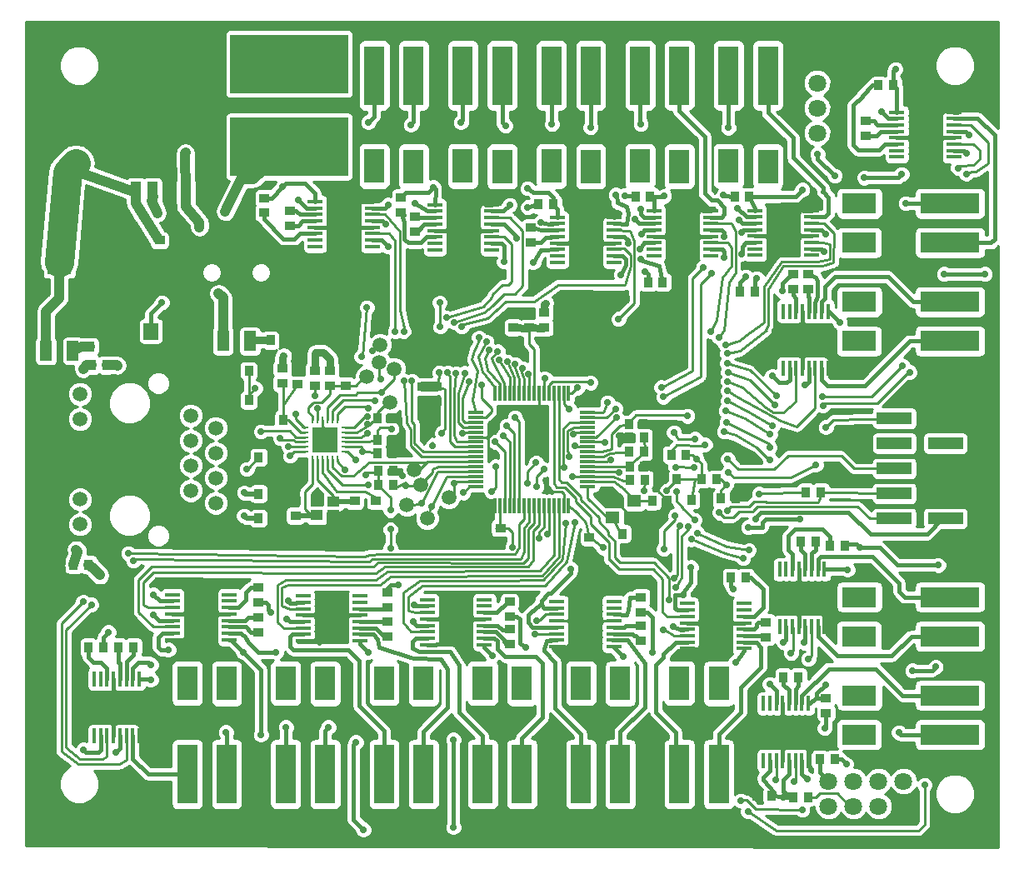
<source format=gtl>
G04 #@! TF.FileFunction,Copper,L1,Top,Signal*
%FSLAX46Y46*%
G04 Gerber Fmt 4.6, Leading zero omitted, Abs format (unit mm)*
G04 Created by KiCad (PCBNEW 4.0.7-e2-6376~58~ubuntu16.04.1) date Mon Aug 27 17:08:27 2018*
%MOMM*%
%LPD*%
G01*
G04 APERTURE LIST*
%ADD10C,0.050000*%
%ADD11R,0.899160X1.000760*%
%ADD12R,0.900000X1.000000*%
%ADD13R,1.000760X0.899160*%
%ADD14R,1.000000X0.900000*%
%ADD15R,2.400000X2.400000*%
%ADD16C,2.400000*%
%ADD17R,1.250000X2.000000*%
%ADD18R,1.520000X1.680000*%
%ADD19R,3.560000X1.270000*%
%ADD20R,2.000000X3.500000*%
%ADD21R,2.000000X6.000000*%
%ADD22C,1.800000*%
%ADD23R,3.500000X2.000000*%
%ADD24R,6.000000X2.000000*%
%ADD25R,12.000000X6.000000*%
%ADD26C,1.500000*%
%ADD27R,3.000000X3.000000*%
%ADD28C,0.300000*%
%ADD29R,3.400000X5.000000*%
%ADD30R,1.500000X0.450000*%
%ADD31R,5.000000X3.400000*%
%ADD32R,0.450000X1.500000*%
%ADD33R,2.499360X2.499360*%
%ADD34O,0.800100X0.248920*%
%ADD35O,0.248920X0.800100*%
%ADD36C,0.600000*%
%ADD37C,0.780000*%
%ADD38R,10.800000X1.910000*%
%ADD39R,1.070000X2.160000*%
%ADD40R,8.330000X6.990000*%
%ADD41R,1.400000X1.200000*%
%ADD42R,1.200000X1.100000*%
%ADD43R,1.500000X0.300000*%
%ADD44R,0.300000X1.500000*%
%ADD45C,2.500000*%
%ADD46C,0.700000*%
%ADD47C,0.250000*%
%ADD48C,1.000000*%
%ADD49C,0.450000*%
%ADD50C,0.500000*%
%ADD51C,0.800000*%
%ADD52C,3.000000*%
%ADD53C,0.254000*%
G04 APERTURE END LIST*
D10*
D11*
X149818160Y-80020000D03*
D12*
X151321840Y-80020000D03*
D13*
X128325000Y-92101840D03*
D14*
X128325000Y-90598160D03*
D13*
X126925000Y-92126840D03*
D14*
X126925000Y-90623160D03*
D11*
X149451840Y-98725000D03*
D12*
X147948160Y-98725000D03*
D13*
X134830000Y-106501840D03*
D14*
X134830000Y-104998160D03*
D11*
X147898160Y-95825000D03*
D12*
X149401840Y-95825000D03*
D11*
X149376840Y-94425000D03*
D12*
X147873160Y-94425000D03*
D13*
X143870000Y-107451840D03*
D14*
X143870000Y-105948160D03*
D13*
X136125000Y-83098160D03*
D14*
X136125000Y-84601840D03*
D11*
X158751840Y-102000000D03*
D12*
X157248160Y-102000000D03*
D13*
X137700000Y-83123160D03*
D14*
X137700000Y-84626840D03*
D11*
X151776840Y-102250000D03*
D12*
X150273160Y-102250000D03*
D11*
X148726840Y-105575000D03*
D12*
X147223160Y-105575000D03*
D11*
X151248160Y-100000000D03*
D12*
X152751840Y-100000000D03*
D13*
X137922000Y-74432160D03*
D14*
X137922000Y-75935840D03*
D11*
X148538160Y-71280000D03*
D12*
X150041840Y-71280000D03*
D11*
X138678160Y-72100000D03*
D12*
X140181840Y-72100000D03*
D13*
X126120000Y-73338160D03*
D14*
X126120000Y-74841840D03*
D13*
X113400000Y-72748160D03*
D14*
X113400000Y-74251840D03*
D13*
X124714000Y-72887840D03*
D14*
X124714000Y-71384160D03*
D13*
X110800000Y-72951840D03*
D14*
X110800000Y-71448160D03*
D11*
X166851840Y-106370000D03*
D12*
X165348160Y-106370000D03*
D13*
X166100000Y-79188160D03*
D14*
X166100000Y-80691840D03*
D11*
X168288160Y-106760000D03*
D12*
X169791840Y-106760000D03*
D13*
X164560000Y-80701840D03*
D14*
X164560000Y-79198160D03*
D13*
X171900000Y-63638160D03*
D14*
X171900000Y-65141840D03*
D11*
X160671840Y-81000000D03*
D12*
X159168160Y-81000000D03*
D11*
X173248160Y-60000000D03*
D12*
X174751840Y-60000000D03*
D11*
X158618160Y-71330000D03*
D12*
X160121840Y-71330000D03*
D13*
X135790000Y-116761840D03*
D14*
X135790000Y-115258160D03*
D13*
X149110000Y-116421840D03*
D14*
X149110000Y-114918160D03*
D13*
X135760000Y-112498160D03*
D14*
X135760000Y-114001840D03*
D13*
X149098000Y-112024160D03*
D14*
X149098000Y-113527840D03*
D13*
X161798000Y-116067840D03*
D14*
X161798000Y-114564160D03*
D11*
X165089840Y-120142000D03*
D12*
X163586160Y-120142000D03*
D11*
X159751840Y-110000000D03*
D12*
X158248160Y-110000000D03*
D13*
X167910000Y-123771840D03*
D14*
X167910000Y-122268160D03*
D11*
X97525840Y-117094000D03*
D12*
X96022160Y-117094000D03*
D13*
X110236000Y-115559840D03*
D14*
X110236000Y-114056160D03*
D13*
X123380000Y-116031840D03*
D14*
X123380000Y-114528160D03*
D11*
X92974160Y-117094000D03*
D12*
X94477840Y-117094000D03*
D13*
X110236000Y-111008160D03*
D14*
X110236000Y-112511840D03*
D13*
X123360000Y-113061840D03*
D14*
X123360000Y-111558160D03*
D11*
X160878160Y-132200000D03*
D12*
X162381840Y-132200000D03*
D13*
X114200000Y-88898160D03*
D14*
X114200000Y-90401840D03*
D11*
X110751840Y-89000000D03*
D12*
X109248160Y-89000000D03*
D11*
X123921840Y-99160000D03*
D12*
X122418160Y-99160000D03*
D11*
X111248160Y-94000000D03*
D12*
X112751840Y-94000000D03*
D13*
X114000000Y-102248160D03*
D14*
X114000000Y-103751840D03*
D11*
X110751840Y-92000000D03*
D12*
X109248160Y-92000000D03*
D11*
X123851840Y-97425000D03*
D12*
X122348160Y-97425000D03*
D13*
X120000000Y-103751840D03*
D14*
X120000000Y-102248160D03*
D13*
X119100000Y-88998160D03*
D14*
X119100000Y-90501840D03*
D11*
X111751840Y-97800000D03*
D12*
X110248160Y-97800000D03*
D11*
X110248160Y-101500000D03*
D12*
X111751840Y-101500000D03*
D15*
X90000000Y-78000000D03*
D16*
X95000000Y-78000000D03*
D17*
X88625000Y-87000000D03*
X91375000Y-87000000D03*
D18*
X102700000Y-85000000D03*
X99300000Y-85000000D03*
D17*
X106625000Y-86000000D03*
X109375000Y-86000000D03*
D19*
X174835000Y-96390000D03*
X174835000Y-93850000D03*
X180045000Y-93850000D03*
X180045000Y-96390000D03*
X180045000Y-104030000D03*
X180045000Y-101490000D03*
X180045000Y-98950000D03*
X174835000Y-98950000D03*
X174835000Y-101490000D03*
X174835000Y-104030000D03*
D20*
X127000000Y-120800000D03*
D21*
X127000000Y-130000000D03*
X123000000Y-130000000D03*
D20*
X123000000Y-120750000D03*
D22*
X170700000Y-130710000D03*
X168160000Y-130710000D03*
X173240000Y-130710000D03*
X175780000Y-130710000D03*
X175780000Y-133250000D03*
X173240000Y-133250000D03*
X168160000Y-133250000D03*
X170700000Y-133250000D03*
D20*
X122000000Y-68200000D03*
D21*
X122000000Y-59000000D03*
X126000000Y-59000000D03*
D20*
X126000000Y-68250000D03*
D23*
X171300000Y-122000000D03*
D24*
X180500000Y-122000000D03*
X180500000Y-126000000D03*
D23*
X171250000Y-126000000D03*
D22*
X167000000Y-64850000D03*
X167000000Y-62310000D03*
X167000000Y-57240160D03*
X167000000Y-59780160D03*
D20*
X158000000Y-68200000D03*
D21*
X158000000Y-59000000D03*
X162000000Y-59000000D03*
D20*
X162000000Y-68250000D03*
X117000000Y-120800000D03*
D21*
X117000000Y-130000000D03*
X113000000Y-130000000D03*
D20*
X113000000Y-120750000D03*
X131000000Y-68200000D03*
D21*
X131000000Y-59000000D03*
X135000000Y-59000000D03*
D20*
X135000000Y-68250000D03*
X157000000Y-120800000D03*
D21*
X157000000Y-130000000D03*
X153000000Y-130000000D03*
D20*
X153000000Y-120750000D03*
D23*
X171300000Y-72000000D03*
D24*
X180500000Y-72000000D03*
X180500000Y-76000000D03*
D23*
X171250000Y-76000000D03*
D20*
X107000000Y-120800000D03*
D21*
X107000000Y-130000000D03*
X103000000Y-130000000D03*
D20*
X103000000Y-120750000D03*
X140000000Y-68200000D03*
D21*
X140000000Y-59000000D03*
X144000000Y-59000000D03*
D20*
X144000000Y-68250000D03*
X147000000Y-120800000D03*
D21*
X147000000Y-130000000D03*
X143000000Y-130000000D03*
D20*
X143000000Y-120750000D03*
D23*
X171300000Y-82000000D03*
D24*
X180500000Y-82000000D03*
X180500000Y-86000000D03*
D23*
X171250000Y-86000000D03*
D20*
X149000000Y-68200000D03*
D21*
X149000000Y-59000000D03*
X153000000Y-59000000D03*
D20*
X153000000Y-68250000D03*
X137000000Y-120800000D03*
D21*
X137000000Y-130000000D03*
X133000000Y-130000000D03*
D20*
X133000000Y-120750000D03*
D23*
X171300000Y-112000000D03*
D24*
X180500000Y-112000000D03*
X180500000Y-116000000D03*
D23*
X171250000Y-116000000D03*
D11*
X149401840Y-97225000D03*
X147898160Y-97225000D03*
D13*
X139275000Y-84626840D03*
X139275000Y-83123160D03*
X112650000Y-90301840D03*
X112650000Y-88798160D03*
D25*
X113350000Y-57830000D03*
X113350000Y-66230000D03*
D26*
X126050000Y-99075000D03*
X126710000Y-100580000D03*
X121250000Y-89600000D03*
X129575000Y-101875000D03*
X123600000Y-92250000D03*
X127375000Y-104025000D03*
X125300000Y-102650000D03*
X122600000Y-86375000D03*
X122475000Y-88125000D03*
X124000000Y-88825000D03*
D11*
X155248160Y-100000000D03*
X156751840Y-100000000D03*
X155726840Y-102150000D03*
X154223160Y-102150000D03*
X153676840Y-97550000D03*
X152173160Y-97550000D03*
X167375840Y-101346000D03*
X165872160Y-101346000D03*
X167288160Y-128490000D03*
X168791840Y-128490000D03*
X166071840Y-132320000D03*
X164568160Y-132320000D03*
X123801840Y-93850000D03*
X122298160Y-93850000D03*
X123951840Y-100570000D03*
X122448160Y-100570000D03*
X123826840Y-96000000D03*
X122323160Y-96000000D03*
D13*
X122150000Y-103751840D03*
X122150000Y-102248160D03*
X115950000Y-90501840D03*
X115950000Y-88998160D03*
D11*
X147973160Y-100075000D03*
X149476840Y-100075000D03*
D13*
X117500000Y-90501840D03*
X117500000Y-88998160D03*
D11*
X92953840Y-108712000D03*
X91450160Y-108712000D03*
X94811840Y-88440000D03*
X93308160Y-88440000D03*
X94641840Y-86550000D03*
X93138160Y-86550000D03*
D13*
X100200000Y-77251840D03*
X100200000Y-75748160D03*
D11*
X112951840Y-85900000D03*
X111448160Y-85900000D03*
D27*
X153310000Y-75020000D03*
D28*
X153310000Y-77220000D03*
X152210000Y-77220000D03*
X154410000Y-77220000D03*
X154410000Y-72820000D03*
X152210000Y-72820000D03*
X153310000Y-72820000D03*
X153310000Y-73920000D03*
X152210000Y-73920000D03*
X154410000Y-73920000D03*
X154410000Y-76120000D03*
X152210000Y-76120000D03*
X153310000Y-76120000D03*
D29*
X153310000Y-75020000D03*
D30*
X150410000Y-76645000D03*
X150410000Y-77295000D03*
X150410000Y-75995000D03*
X150410000Y-75345000D03*
X150410000Y-72745000D03*
X150410000Y-73395000D03*
X150410000Y-74695000D03*
X150410000Y-74045000D03*
X156210000Y-74045000D03*
X156210000Y-74695000D03*
X156210000Y-73395000D03*
X156210000Y-72745000D03*
X156210000Y-75345000D03*
X156210000Y-75995000D03*
X156210000Y-77295000D03*
X156210000Y-76645000D03*
D28*
X153310000Y-75020000D03*
X152210000Y-75020000D03*
X154410000Y-75020000D03*
D27*
X143510000Y-75692000D03*
D28*
X143510000Y-77892000D03*
X142410000Y-77892000D03*
X144610000Y-77892000D03*
X144610000Y-73492000D03*
X142410000Y-73492000D03*
X143510000Y-73492000D03*
X143510000Y-74592000D03*
X142410000Y-74592000D03*
X144610000Y-74592000D03*
X144610000Y-76792000D03*
X142410000Y-76792000D03*
X143510000Y-76792000D03*
D29*
X143510000Y-75692000D03*
D30*
X140610000Y-77317000D03*
X140610000Y-77967000D03*
X140610000Y-76667000D03*
X140610000Y-76017000D03*
X140610000Y-73417000D03*
X140610000Y-74067000D03*
X140610000Y-75367000D03*
X140610000Y-74717000D03*
X146410000Y-74717000D03*
X146410000Y-75367000D03*
X146410000Y-74067000D03*
X146410000Y-73417000D03*
X146410000Y-76017000D03*
X146410000Y-76667000D03*
X146410000Y-77967000D03*
X146410000Y-77317000D03*
D28*
X143510000Y-75692000D03*
X142410000Y-75692000D03*
X144610000Y-75692000D03*
D27*
X131064000Y-74422000D03*
D28*
X131064000Y-76622000D03*
X129964000Y-76622000D03*
X132164000Y-76622000D03*
X132164000Y-72222000D03*
X129964000Y-72222000D03*
X131064000Y-72222000D03*
X131064000Y-73322000D03*
X129964000Y-73322000D03*
X132164000Y-73322000D03*
X132164000Y-75522000D03*
X129964000Y-75522000D03*
X131064000Y-75522000D03*
D29*
X131064000Y-74422000D03*
D30*
X128164000Y-76047000D03*
X128164000Y-76697000D03*
X128164000Y-75397000D03*
X128164000Y-74747000D03*
X128164000Y-72147000D03*
X128164000Y-72797000D03*
X128164000Y-74097000D03*
X128164000Y-73447000D03*
X133964000Y-73447000D03*
X133964000Y-74097000D03*
X133964000Y-72797000D03*
X133964000Y-72147000D03*
X133964000Y-74747000D03*
X133964000Y-75397000D03*
X133964000Y-76697000D03*
X133964000Y-76047000D03*
D28*
X131064000Y-74422000D03*
X129964000Y-74422000D03*
X132164000Y-74422000D03*
D27*
X118900000Y-74100000D03*
D28*
X118900000Y-76300000D03*
X117800000Y-76300000D03*
X120000000Y-76300000D03*
X120000000Y-71900000D03*
X117800000Y-71900000D03*
X118900000Y-71900000D03*
X118900000Y-73000000D03*
X117800000Y-73000000D03*
X120000000Y-73000000D03*
X120000000Y-75200000D03*
X117800000Y-75200000D03*
X118900000Y-75200000D03*
D29*
X118900000Y-74100000D03*
D30*
X116000000Y-75725000D03*
X116000000Y-76375000D03*
X116000000Y-75075000D03*
X116000000Y-74425000D03*
X116000000Y-71825000D03*
X116000000Y-72475000D03*
X116000000Y-73775000D03*
X116000000Y-73125000D03*
X121800000Y-73125000D03*
X121800000Y-73775000D03*
X121800000Y-72475000D03*
X121800000Y-71825000D03*
X121800000Y-74425000D03*
X121800000Y-75075000D03*
X121800000Y-76375000D03*
X121800000Y-75725000D03*
D28*
X118900000Y-74100000D03*
X117800000Y-74100000D03*
X120000000Y-74100000D03*
D27*
X165470000Y-112090000D03*
D28*
X163270000Y-112090000D03*
X163270000Y-110990000D03*
X163270000Y-113190000D03*
X167670000Y-113190000D03*
X167670000Y-110990000D03*
X167670000Y-112090000D03*
X166570000Y-112090000D03*
X166570000Y-110990000D03*
X166570000Y-113190000D03*
X164370000Y-113190000D03*
X164370000Y-110990000D03*
X164370000Y-112090000D03*
D31*
X165470000Y-112090000D03*
D32*
X163845000Y-109190000D03*
X163195000Y-109190000D03*
X164495000Y-109190000D03*
X165145000Y-109190000D03*
X167745000Y-109190000D03*
X167095000Y-109190000D03*
X165795000Y-109190000D03*
X166445000Y-109190000D03*
X166445000Y-114990000D03*
X165795000Y-114990000D03*
X167095000Y-114990000D03*
X167745000Y-114990000D03*
X165145000Y-114990000D03*
X164495000Y-114990000D03*
X163195000Y-114990000D03*
X163845000Y-114990000D03*
D28*
X165470000Y-112090000D03*
X165470000Y-110990000D03*
X165470000Y-113190000D03*
D27*
X165825000Y-85875000D03*
D28*
X163625000Y-85875000D03*
X163625000Y-84775000D03*
X163625000Y-86975000D03*
X168025000Y-86975000D03*
X168025000Y-84775000D03*
X168025000Y-85875000D03*
X166925000Y-85875000D03*
X166925000Y-84775000D03*
X166925000Y-86975000D03*
X164725000Y-86975000D03*
X164725000Y-84775000D03*
X164725000Y-85875000D03*
D31*
X165825000Y-85875000D03*
D32*
X164200000Y-82975000D03*
X163550000Y-82975000D03*
X164850000Y-82975000D03*
X165500000Y-82975000D03*
X168100000Y-82975000D03*
X167450000Y-82975000D03*
X166150000Y-82975000D03*
X166800000Y-82975000D03*
X166800000Y-88775000D03*
X166150000Y-88775000D03*
X167450000Y-88775000D03*
X168100000Y-88775000D03*
X165500000Y-88775000D03*
X164850000Y-88775000D03*
X163550000Y-88775000D03*
X164200000Y-88775000D03*
D28*
X165825000Y-85875000D03*
X165825000Y-84775000D03*
X165825000Y-86975000D03*
D27*
X178000000Y-65000000D03*
D28*
X178000000Y-67200000D03*
X176900000Y-67200000D03*
X179100000Y-67200000D03*
X179100000Y-62800000D03*
X176900000Y-62800000D03*
X178000000Y-62800000D03*
X178000000Y-63900000D03*
X176900000Y-63900000D03*
X179100000Y-63900000D03*
X179100000Y-66100000D03*
X176900000Y-66100000D03*
X178000000Y-66100000D03*
D29*
X178000000Y-65000000D03*
D30*
X175100000Y-66625000D03*
X175100000Y-67275000D03*
X175100000Y-65975000D03*
X175100000Y-65325000D03*
X175100000Y-62725000D03*
X175100000Y-63375000D03*
X175100000Y-64675000D03*
X175100000Y-64025000D03*
X180900000Y-64025000D03*
X180900000Y-64675000D03*
X180900000Y-63375000D03*
X180900000Y-62725000D03*
X180900000Y-65325000D03*
X180900000Y-65975000D03*
X180900000Y-67275000D03*
X180900000Y-66625000D03*
D28*
X178000000Y-65000000D03*
X176900000Y-65000000D03*
X179100000Y-65000000D03*
D27*
X163575000Y-75000000D03*
D28*
X163575000Y-77200000D03*
X162475000Y-77200000D03*
X164675000Y-77200000D03*
X164675000Y-72800000D03*
X162475000Y-72800000D03*
X163575000Y-72800000D03*
X163575000Y-73900000D03*
X162475000Y-73900000D03*
X164675000Y-73900000D03*
X164675000Y-76100000D03*
X162475000Y-76100000D03*
X163575000Y-76100000D03*
D29*
X163575000Y-75000000D03*
D30*
X160675000Y-76625000D03*
X160675000Y-77275000D03*
X160675000Y-75975000D03*
X160675000Y-75325000D03*
X160675000Y-72725000D03*
X160675000Y-73375000D03*
X160675000Y-74675000D03*
X160675000Y-74025000D03*
X166475000Y-74025000D03*
X166475000Y-74675000D03*
X166475000Y-73375000D03*
X166475000Y-72725000D03*
X166475000Y-75325000D03*
X166475000Y-75975000D03*
X166475000Y-77275000D03*
X166475000Y-76625000D03*
D28*
X163575000Y-75000000D03*
X162475000Y-75000000D03*
X164675000Y-75000000D03*
D27*
X130302000Y-114554000D03*
D28*
X130302000Y-112354000D03*
X131402000Y-112354000D03*
X129202000Y-112354000D03*
X129202000Y-116754000D03*
X131402000Y-116754000D03*
X130302000Y-116754000D03*
X130302000Y-115654000D03*
X131402000Y-115654000D03*
X129202000Y-115654000D03*
X129202000Y-113454000D03*
X131402000Y-113454000D03*
X130302000Y-113454000D03*
D29*
X130302000Y-114554000D03*
D30*
X133202000Y-112929000D03*
X133202000Y-112279000D03*
X133202000Y-113579000D03*
X133202000Y-114229000D03*
X133202000Y-116829000D03*
X133202000Y-116179000D03*
X133202000Y-114879000D03*
X133202000Y-115529000D03*
X127402000Y-115529000D03*
X127402000Y-114879000D03*
X127402000Y-116179000D03*
X127402000Y-116829000D03*
X127402000Y-114229000D03*
X127402000Y-113579000D03*
X127402000Y-112279000D03*
X127402000Y-112929000D03*
D28*
X130302000Y-114554000D03*
X131402000Y-114554000D03*
X129202000Y-114554000D03*
D27*
X143440000Y-114750000D03*
D28*
X143440000Y-112550000D03*
X144540000Y-112550000D03*
X142340000Y-112550000D03*
X142340000Y-116950000D03*
X144540000Y-116950000D03*
X143440000Y-116950000D03*
X143440000Y-115850000D03*
X144540000Y-115850000D03*
X142340000Y-115850000D03*
X142340000Y-113650000D03*
X144540000Y-113650000D03*
X143440000Y-113650000D03*
D29*
X143440000Y-114750000D03*
D30*
X146340000Y-113125000D03*
X146340000Y-112475000D03*
X146340000Y-113775000D03*
X146340000Y-114425000D03*
X146340000Y-117025000D03*
X146340000Y-116375000D03*
X146340000Y-115075000D03*
X146340000Y-115725000D03*
X140540000Y-115725000D03*
X140540000Y-115075000D03*
X140540000Y-116375000D03*
X140540000Y-117025000D03*
X140540000Y-114425000D03*
X140540000Y-113775000D03*
X140540000Y-112475000D03*
X140540000Y-113125000D03*
D28*
X143440000Y-114750000D03*
X144540000Y-114750000D03*
X142340000Y-114750000D03*
D27*
X156690000Y-114950000D03*
D28*
X156690000Y-112750000D03*
X157790000Y-112750000D03*
X155590000Y-112750000D03*
X155590000Y-117150000D03*
X157790000Y-117150000D03*
X156690000Y-117150000D03*
X156690000Y-116050000D03*
X157790000Y-116050000D03*
X155590000Y-116050000D03*
X155590000Y-113850000D03*
X157790000Y-113850000D03*
X156690000Y-113850000D03*
D29*
X156690000Y-114950000D03*
D30*
X159590000Y-113325000D03*
X159590000Y-112675000D03*
X159590000Y-113975000D03*
X159590000Y-114625000D03*
X159590000Y-117225000D03*
X159590000Y-116575000D03*
X159590000Y-115275000D03*
X159590000Y-115925000D03*
X153790000Y-115925000D03*
X153790000Y-115275000D03*
X153790000Y-116575000D03*
X153790000Y-117225000D03*
X153790000Y-114625000D03*
X153790000Y-113975000D03*
X153790000Y-112675000D03*
X153790000Y-113325000D03*
D28*
X156690000Y-114950000D03*
X157790000Y-114950000D03*
X155590000Y-114950000D03*
D27*
X163830000Y-125730000D03*
D28*
X161630000Y-125730000D03*
X161630000Y-124630000D03*
X161630000Y-126830000D03*
X166030000Y-126830000D03*
X166030000Y-124630000D03*
X166030000Y-125730000D03*
X164930000Y-125730000D03*
X164930000Y-124630000D03*
X164930000Y-126830000D03*
X162730000Y-126830000D03*
X162730000Y-124630000D03*
X162730000Y-125730000D03*
D31*
X163830000Y-125730000D03*
D32*
X162205000Y-122830000D03*
X161555000Y-122830000D03*
X162855000Y-122830000D03*
X163505000Y-122830000D03*
X166105000Y-122830000D03*
X165455000Y-122830000D03*
X164155000Y-122830000D03*
X164805000Y-122830000D03*
X164805000Y-128630000D03*
X164155000Y-128630000D03*
X165455000Y-128630000D03*
X166105000Y-128630000D03*
X163505000Y-128630000D03*
X162855000Y-128630000D03*
X161555000Y-128630000D03*
X162205000Y-128630000D03*
D28*
X163830000Y-125730000D03*
X163830000Y-124630000D03*
X163830000Y-126830000D03*
D27*
X95825000Y-123225000D03*
D28*
X93625000Y-123225000D03*
X93625000Y-122125000D03*
X93625000Y-124325000D03*
X98025000Y-124325000D03*
X98025000Y-122125000D03*
X98025000Y-123225000D03*
X96925000Y-123225000D03*
X96925000Y-122125000D03*
X96925000Y-124325000D03*
X94725000Y-124325000D03*
X94725000Y-122125000D03*
X94725000Y-123225000D03*
D31*
X95825000Y-123225000D03*
D32*
X94200000Y-120325000D03*
X93550000Y-120325000D03*
X94850000Y-120325000D03*
X95500000Y-120325000D03*
X98100000Y-120325000D03*
X97450000Y-120325000D03*
X96150000Y-120325000D03*
X96800000Y-120325000D03*
X96800000Y-126125000D03*
X96150000Y-126125000D03*
X97450000Y-126125000D03*
X98100000Y-126125000D03*
X95500000Y-126125000D03*
X94850000Y-126125000D03*
X93550000Y-126125000D03*
X94200000Y-126125000D03*
D28*
X95825000Y-123225000D03*
X95825000Y-122125000D03*
X95825000Y-124325000D03*
D27*
X104394000Y-114046000D03*
D28*
X104394000Y-111846000D03*
X105494000Y-111846000D03*
X103294000Y-111846000D03*
X103294000Y-116246000D03*
X105494000Y-116246000D03*
X104394000Y-116246000D03*
X104394000Y-115146000D03*
X105494000Y-115146000D03*
X103294000Y-115146000D03*
X103294000Y-112946000D03*
X105494000Y-112946000D03*
X104394000Y-112946000D03*
D29*
X104394000Y-114046000D03*
D30*
X107294000Y-112421000D03*
X107294000Y-111771000D03*
X107294000Y-113071000D03*
X107294000Y-113721000D03*
X107294000Y-116321000D03*
X107294000Y-115671000D03*
X107294000Y-114371000D03*
X107294000Y-115021000D03*
X101494000Y-115021000D03*
X101494000Y-114371000D03*
X101494000Y-115671000D03*
X101494000Y-116321000D03*
X101494000Y-113721000D03*
X101494000Y-113071000D03*
X101494000Y-111771000D03*
X101494000Y-112421000D03*
D28*
X104394000Y-114046000D03*
X105494000Y-114046000D03*
X103294000Y-114046000D03*
D27*
X117650000Y-114180000D03*
D28*
X117650000Y-111980000D03*
X118750000Y-111980000D03*
X116550000Y-111980000D03*
X116550000Y-116380000D03*
X118750000Y-116380000D03*
X117650000Y-116380000D03*
X117650000Y-115280000D03*
X118750000Y-115280000D03*
X116550000Y-115280000D03*
X116550000Y-113080000D03*
X118750000Y-113080000D03*
X117650000Y-113080000D03*
D29*
X117650000Y-114180000D03*
D30*
X120550000Y-112555000D03*
X120550000Y-111905000D03*
X120550000Y-113205000D03*
X120550000Y-113855000D03*
X120550000Y-116455000D03*
X120550000Y-115805000D03*
X120550000Y-114505000D03*
X120550000Y-115155000D03*
X114750000Y-115155000D03*
X114750000Y-114505000D03*
X114750000Y-115805000D03*
X114750000Y-116455000D03*
X114750000Y-113855000D03*
X114750000Y-113205000D03*
X114750000Y-111905000D03*
X114750000Y-112555000D03*
D28*
X117650000Y-114180000D03*
X118750000Y-114180000D03*
X116550000Y-114180000D03*
D33*
X117000000Y-96000000D03*
D34*
X115001020Y-94750320D03*
X115001020Y-95250700D03*
X115001020Y-95751080D03*
X115001020Y-96248920D03*
X115001020Y-96749300D03*
X115001020Y-97249680D03*
D35*
X115750320Y-97998980D03*
X116250700Y-97998980D03*
X116751080Y-97998980D03*
X117248920Y-97998980D03*
X117749300Y-97998980D03*
X118249680Y-97998980D03*
D34*
X118998980Y-97249680D03*
X118998980Y-96749300D03*
X118998980Y-96248920D03*
X118998980Y-95751080D03*
X118998980Y-95250700D03*
X118998980Y-94750320D03*
D35*
X118249680Y-94001020D03*
X117749300Y-94001020D03*
X117248920Y-94001020D03*
X116751080Y-94001020D03*
X116250700Y-94001020D03*
X115750320Y-94001020D03*
D36*
X117000000Y-96000000D03*
X117762000Y-95238000D03*
X116238000Y-95238000D03*
X117762000Y-96762000D03*
X116238000Y-96762000D03*
D26*
X92100000Y-91375000D03*
X92100000Y-93915000D03*
X92100000Y-102085000D03*
X92100000Y-104625000D03*
X103350000Y-93560000D03*
X103350000Y-98630000D03*
X103350000Y-96100000D03*
X103350000Y-101170000D03*
X105890000Y-94820000D03*
X105890000Y-99900000D03*
X105890000Y-97360000D03*
X105890000Y-102440000D03*
D37*
X105660000Y-57900000D03*
X96660000Y-57900000D03*
X104160000Y-62400000D03*
X104160000Y-60900000D03*
X104160000Y-59400000D03*
X104160000Y-57900000D03*
X101160000Y-62400000D03*
X101160000Y-60900000D03*
X101160000Y-59400000D03*
X101160000Y-57900000D03*
X102660000Y-57900000D03*
X102660000Y-59400000D03*
X102660000Y-60900000D03*
X102660000Y-62400000D03*
X99660000Y-62400000D03*
X99660000Y-60900000D03*
X99660000Y-59400000D03*
X99660000Y-57900000D03*
X98160000Y-57900000D03*
X98160000Y-59400000D03*
X98160000Y-60900000D03*
D38*
X101160000Y-57690000D03*
D39*
X102860000Y-70900000D03*
X104560000Y-70900000D03*
X101160000Y-70900000D03*
X99460000Y-70900000D03*
X97760000Y-70900000D03*
D40*
X101160000Y-60225000D03*
D37*
X98160000Y-62400000D03*
D41*
X148425000Y-102225000D03*
X146225000Y-102225000D03*
X148425000Y-103925000D03*
X146225000Y-103925000D03*
D42*
X116150000Y-103700000D03*
X117850000Y-103700000D03*
X116150000Y-102300000D03*
X117850000Y-102300000D03*
D43*
X143700000Y-94750000D03*
X143700000Y-94250000D03*
X143700000Y-93250000D03*
X143700000Y-93750000D03*
D44*
X134750000Y-102700000D03*
X134250000Y-102700000D03*
X135750000Y-102700000D03*
X135250000Y-102700000D03*
D43*
X132300000Y-99250000D03*
X132300000Y-99750000D03*
X132300000Y-100250000D03*
X132300000Y-100750000D03*
D44*
X134250000Y-91300000D03*
X135750000Y-91300000D03*
X135250000Y-91300000D03*
X134750000Y-91300000D03*
D43*
X143700000Y-95750000D03*
X143700000Y-95250000D03*
X143700000Y-96250000D03*
X143700000Y-96750000D03*
D44*
X138750000Y-102700000D03*
X139250000Y-102700000D03*
X140250000Y-102700000D03*
X139750000Y-102700000D03*
X137250000Y-102700000D03*
X138250000Y-102700000D03*
X137750000Y-102700000D03*
X136250000Y-102700000D03*
X136750000Y-102700000D03*
D43*
X132300000Y-98750000D03*
X132300000Y-98250000D03*
D44*
X136750000Y-91300000D03*
X137250000Y-91300000D03*
X138250000Y-91300000D03*
X137750000Y-91300000D03*
X139250000Y-91300000D03*
X139750000Y-91300000D03*
X138750000Y-91300000D03*
X141250000Y-91300000D03*
X141750000Y-91300000D03*
X140750000Y-91300000D03*
X140250000Y-91300000D03*
D43*
X143700000Y-97250000D03*
X143700000Y-97750000D03*
X143700000Y-98750000D03*
X143700000Y-98250000D03*
X143700000Y-99750000D03*
X143700000Y-100250000D03*
X143700000Y-99250000D03*
D44*
X141250000Y-102700000D03*
X140750000Y-102700000D03*
X141750000Y-102700000D03*
D43*
X143700000Y-100750000D03*
X132300000Y-96250000D03*
X132300000Y-96750000D03*
X132300000Y-97750000D03*
X132300000Y-97250000D03*
X132300000Y-94750000D03*
X132300000Y-95750000D03*
X132300000Y-95250000D03*
X132300000Y-93750000D03*
X132300000Y-94250000D03*
X132300000Y-93250000D03*
D44*
X136250000Y-91300000D03*
D11*
X110248160Y-104000000D03*
X111751840Y-104000000D03*
D45*
X91660000Y-62970000D03*
X91660000Y-67970000D03*
D46*
X127950000Y-96625000D03*
X95890000Y-88490000D03*
X94130000Y-109780000D03*
X179020000Y-133360000D03*
X150960000Y-95810000D03*
X146840000Y-95650000D03*
X124830000Y-99700000D03*
X139650000Y-101000000D03*
X131775000Y-102625000D03*
X150775000Y-97050000D03*
X149850000Y-104175000D03*
X146050000Y-98044000D03*
X146200000Y-101275000D03*
X135200000Y-92900000D03*
X127175000Y-93000000D03*
X124825000Y-95150000D03*
X127375000Y-95350000D03*
X116200000Y-101350000D03*
X96160000Y-86530000D03*
X104130000Y-85480000D03*
X100240000Y-79100000D03*
X116000000Y-91550000D03*
X116200000Y-92850000D03*
X125730000Y-64008000D03*
X123444000Y-72136000D03*
X121412000Y-63754000D03*
X114300000Y-71628000D03*
X135330000Y-64120000D03*
X135760000Y-72160000D03*
X130810000Y-63754000D03*
X126150000Y-72010000D03*
X143970000Y-64290000D03*
X146560000Y-71120000D03*
X140060000Y-63950000D03*
X138938000Y-73914000D03*
X149090000Y-63930000D03*
X149110000Y-72560000D03*
X158940000Y-72500000D03*
X157990000Y-64330000D03*
X176020000Y-72000000D03*
X173560000Y-62700000D03*
X175300000Y-125770000D03*
X165990000Y-130540000D03*
X112450000Y-95850000D03*
X113450000Y-97650000D03*
X147770000Y-76070000D03*
X95758000Y-127762000D03*
X92456000Y-127508000D03*
X99568000Y-113792000D03*
X99568000Y-111760000D03*
X113130000Y-114230000D03*
X113260000Y-112410000D03*
X125940000Y-114480000D03*
X126030000Y-112800000D03*
X141960000Y-109120000D03*
X153400000Y-111820000D03*
X152420000Y-115030000D03*
X154178000Y-108966000D03*
X165260000Y-104100000D03*
X163600000Y-116620000D03*
X163520986Y-132339014D03*
X160020000Y-104910000D03*
X165710000Y-116640000D03*
X160770000Y-104080000D03*
X165770000Y-90450000D03*
X162440000Y-89550000D03*
X182450000Y-65040000D03*
X171800000Y-69400000D03*
X175600000Y-69040000D03*
X182220000Y-66940000D03*
X167050000Y-66970000D03*
X168790000Y-69210000D03*
X167690000Y-76890000D03*
X167900000Y-75120000D03*
X157520000Y-75420000D03*
X157580000Y-77460000D03*
X147066000Y-79248000D03*
X136490000Y-75510000D03*
X135170000Y-77910000D03*
X123400000Y-76400000D03*
X123200000Y-74100000D03*
X112800000Y-87500000D03*
X151420000Y-107120000D03*
X123640000Y-103170000D03*
X123640000Y-105140000D03*
X123650000Y-107070000D03*
X136030000Y-106970000D03*
X152580000Y-103740000D03*
X149450000Y-101200000D03*
X161125000Y-101525000D03*
X155620000Y-96510000D03*
X157775000Y-100575000D03*
X153810000Y-93600000D03*
X145240000Y-106980000D03*
X139425000Y-82125000D03*
X128875000Y-95350000D03*
X130925000Y-95375000D03*
X128650000Y-82100000D03*
X128700000Y-84500000D03*
X128625000Y-89175000D03*
X121158000Y-99568000D03*
X121250000Y-82600000D03*
X120800000Y-97250000D03*
X120700000Y-87575000D03*
X116050000Y-87150000D03*
X106170000Y-81140000D03*
X109790000Y-58030000D03*
X102840000Y-66850000D03*
X104240000Y-74410000D03*
X151460000Y-71260000D03*
X165490000Y-70610000D03*
X137590000Y-70470000D03*
X130048000Y-135382000D03*
X130048000Y-126492000D03*
X120904000Y-135636000D03*
X120142000Y-126746000D03*
X94996000Y-115570000D03*
X99314000Y-120396000D03*
X111506000Y-113538000D03*
X108712000Y-117602000D03*
X124460000Y-110744000D03*
X110490000Y-125984000D03*
X121412000Y-117602000D03*
X137430000Y-117100000D03*
X133990000Y-117940000D03*
X150270000Y-117590000D03*
X147280000Y-118020000D03*
X158510000Y-111160000D03*
X158750000Y-118618000D03*
X179320000Y-108770000D03*
X171380000Y-106980000D03*
X170100000Y-109220000D03*
X167840000Y-120900000D03*
X176690000Y-119470000D03*
X179040000Y-119110000D03*
X163480000Y-80900000D03*
X174960000Y-58360000D03*
X128016000Y-70358000D03*
X112700000Y-70300000D03*
X169300000Y-84075000D03*
X179900000Y-79175000D03*
X184050000Y-79175000D03*
X133925000Y-101275000D03*
X134350000Y-98725000D03*
X142225000Y-95475000D03*
X157490000Y-71150000D03*
X159330000Y-77150000D03*
X167760000Y-125330000D03*
X162180000Y-120850000D03*
X154750000Y-97950000D03*
X146875000Y-99350000D03*
X151740000Y-101190000D03*
X158000000Y-99350000D03*
X166878000Y-98552000D03*
X167894000Y-94742000D03*
X149530000Y-78900000D03*
X148480000Y-73610000D03*
X149100000Y-77690000D03*
X149150000Y-75100000D03*
X147440000Y-71210000D03*
X149020000Y-76640000D03*
X137600000Y-72400000D03*
X138176000Y-77978000D03*
X160860000Y-79610000D03*
X159040000Y-73700000D03*
X159350000Y-74920000D03*
X159730000Y-79450000D03*
X114050000Y-93400000D03*
X109900000Y-90800000D03*
X109050000Y-99000000D03*
X108800000Y-101400000D03*
X100430000Y-82070000D03*
X106870000Y-72870000D03*
X99970000Y-72980000D03*
X157925000Y-97975000D03*
X154580000Y-95920000D03*
X152450000Y-95300000D03*
X146590000Y-93770000D03*
X157890000Y-103220000D03*
X154550000Y-104170000D03*
X142350000Y-96650000D03*
X152700000Y-101250000D03*
X157075000Y-103425000D03*
X154525000Y-98825000D03*
X152600000Y-98800000D03*
X145450000Y-96325000D03*
X169960000Y-129000000D03*
X177920000Y-131090000D03*
X159990000Y-133800000D03*
X160060000Y-107250000D03*
X154840000Y-105520000D03*
X139600000Y-105610000D03*
X165490000Y-133620000D03*
X159270000Y-132690000D03*
X159500000Y-108040000D03*
X154230000Y-106130000D03*
X138770000Y-106050000D03*
X156250000Y-79100000D03*
X151375000Y-91650000D03*
X141775000Y-92900000D03*
X155450000Y-78475000D03*
X151175000Y-90675000D03*
X142625000Y-90725000D03*
X113030000Y-125222000D03*
X101092000Y-117348000D03*
X117348000Y-125222000D03*
X112014000Y-117602000D03*
X106934000Y-125730000D03*
X99314000Y-118872000D03*
X108750000Y-103750000D03*
X125240000Y-100680000D03*
X121380000Y-100630000D03*
X130150000Y-100400000D03*
X121300000Y-95350000D03*
X131050000Y-101400000D03*
X121300000Y-94450000D03*
X120100000Y-98100000D03*
X127800000Y-102825000D03*
X119050000Y-99050000D03*
X126835000Y-102495000D03*
X121825000Y-87000000D03*
X121400000Y-92800000D03*
X135150000Y-95600000D03*
X122700000Y-89900000D03*
X122100000Y-92100000D03*
X135450000Y-94600000D03*
X136300000Y-93750000D03*
X122750000Y-91250000D03*
X123750000Y-94900000D03*
X134300000Y-96250000D03*
X142150000Y-99750000D03*
X121300000Y-93650000D03*
X91694000Y-107188000D03*
X92430000Y-88810000D03*
X141460000Y-104500000D03*
X137550000Y-100475000D03*
X138450000Y-98350000D03*
X141825000Y-97700000D03*
X141325000Y-98825000D03*
X139250000Y-99025000D03*
X138500000Y-100775000D03*
X142360000Y-104420000D03*
X138510000Y-114380000D03*
X152670000Y-111040000D03*
X153880000Y-104850000D03*
X145690000Y-92230000D03*
X138300000Y-115780000D03*
X152500000Y-110070000D03*
X153060000Y-104740000D03*
X146520000Y-92870000D03*
X157700000Y-86350000D03*
X133400000Y-86075000D03*
X167600000Y-92525000D03*
X176400000Y-89150000D03*
X162675000Y-92475000D03*
X157950000Y-89200000D03*
X134700000Y-87875000D03*
X182150000Y-69000000D03*
X175670000Y-88510000D03*
X167566778Y-91613222D03*
X181300000Y-68400000D03*
X162875000Y-91550000D03*
X157850000Y-88250000D03*
X134550000Y-87025000D03*
X157850000Y-87275000D03*
X133650000Y-86925000D03*
X93260000Y-112770000D03*
X97510000Y-108310000D03*
X92420000Y-112490000D03*
X97000000Y-107570000D03*
X157925000Y-91075000D03*
X136300000Y-88350000D03*
X164360000Y-117690000D03*
X157925000Y-92025000D03*
X162500000Y-94575000D03*
X137050000Y-88750000D03*
X157725000Y-93075000D03*
X162225000Y-95475000D03*
X137675000Y-89325000D03*
X166120000Y-118300000D03*
X139350000Y-89800000D03*
X157800000Y-94250000D03*
X162175000Y-96775000D03*
X162814000Y-130556000D03*
X164670000Y-130760000D03*
X143975000Y-90225000D03*
X157550000Y-95200000D03*
X162225000Y-98075000D03*
X151920000Y-112320000D03*
X151384000Y-115316000D03*
X130125000Y-84075000D03*
X130325000Y-89275000D03*
X129350000Y-83625000D03*
X129450000Y-89200000D03*
X124100000Y-85000000D03*
X125000000Y-90025000D03*
X125825000Y-90050000D03*
X125000000Y-85000000D03*
X130875000Y-84525000D03*
X131200000Y-89250000D03*
X132900000Y-90425000D03*
X156225000Y-85000000D03*
X146825000Y-83750000D03*
X131650000Y-90150000D03*
X157000000Y-85600000D03*
X132625000Y-85650000D03*
X135500000Y-88100000D03*
X157925000Y-90075000D03*
X110500000Y-95200000D03*
X113300000Y-96750000D03*
D47*
X127950000Y-96300000D02*
X127950000Y-96625000D01*
D48*
X92953840Y-108712000D02*
X93431840Y-109081840D01*
X95840000Y-88440000D02*
X94811840Y-88440000D01*
X95890000Y-88490000D02*
X95840000Y-88440000D01*
X93431840Y-109081840D02*
X94130000Y-109780000D01*
D49*
X180900000Y-62725000D02*
X181235000Y-62725000D01*
X181235000Y-62725000D02*
X181870000Y-62090000D01*
X98100000Y-126125000D02*
X98745000Y-126125000D01*
X98745000Y-126125000D02*
X98820000Y-126050000D01*
X168100000Y-88775000D02*
X168975000Y-88775000D01*
X168975000Y-88775000D02*
X169270000Y-88480000D01*
X95500000Y-126125000D02*
X95500000Y-123550000D01*
X95500000Y-123550000D02*
X95825000Y-123225000D01*
X95500000Y-120325000D02*
X95500000Y-122900000D01*
X95500000Y-122900000D02*
X95825000Y-123225000D01*
X101494000Y-113721000D02*
X104069000Y-113721000D01*
X104069000Y-113721000D02*
X104394000Y-114046000D01*
X101494000Y-116321000D02*
X102351000Y-116321000D01*
X102351000Y-116321000D02*
X102616000Y-116586000D01*
X107294000Y-113721000D02*
X104719000Y-113721000D01*
X104719000Y-113721000D02*
X104394000Y-114046000D01*
X129202000Y-116754000D02*
X128356000Y-116754000D01*
X128281000Y-116829000D02*
X127402000Y-116829000D01*
X128356000Y-116754000D02*
X128281000Y-116829000D01*
X114750000Y-116455000D02*
X116145000Y-116455000D01*
X116145000Y-116455000D02*
X116400000Y-116710000D01*
X114750000Y-113855000D02*
X117325000Y-113855000D01*
X117325000Y-113855000D02*
X117650000Y-114180000D01*
X120550000Y-113855000D02*
X117975000Y-113855000D01*
X117975000Y-113855000D02*
X117650000Y-114180000D01*
X127402000Y-114229000D02*
X129977000Y-114229000D01*
X129977000Y-114229000D02*
X130302000Y-114554000D01*
X133202000Y-114229000D02*
X130627000Y-114229000D01*
X130627000Y-114229000D02*
X130302000Y-114554000D01*
X140540000Y-117025000D02*
X141285000Y-117025000D01*
X141285000Y-117025000D02*
X141690000Y-117870000D01*
X141690000Y-117870000D02*
X141690000Y-117880000D01*
D47*
X146340000Y-114425000D02*
X143765000Y-114425000D01*
X143765000Y-114425000D02*
X143440000Y-114750000D01*
X140540000Y-114425000D02*
X143115000Y-114425000D01*
X143115000Y-114425000D02*
X143440000Y-114750000D01*
D49*
X153790000Y-117225000D02*
X154867000Y-117275000D01*
X154867000Y-117275000D02*
X155194000Y-117602000D01*
X153790000Y-114625000D02*
X156365000Y-114625000D01*
X156365000Y-114625000D02*
X156690000Y-114950000D01*
X159590000Y-114625000D02*
X157015000Y-114625000D01*
X157015000Y-114625000D02*
X156690000Y-114950000D01*
X167745000Y-114990000D02*
X167745000Y-113925000D01*
X167745000Y-113925000D02*
X165910000Y-112090000D01*
X165910000Y-112090000D02*
X166390000Y-112090000D01*
X166390000Y-112090000D02*
X168110000Y-113810000D01*
X165145000Y-114990000D02*
X165145000Y-112415000D01*
X165145000Y-112415000D02*
X165470000Y-112090000D01*
X165145000Y-109190000D02*
X165145000Y-111765000D01*
X165145000Y-111765000D02*
X165470000Y-112090000D01*
X166105000Y-128630000D02*
X166105000Y-127995000D01*
X166105000Y-127995000D02*
X166380000Y-127720000D01*
X166380000Y-127720000D02*
X166380000Y-127030000D01*
X166105000Y-128630000D02*
X166105000Y-127535000D01*
X166030000Y-127460000D02*
X166030000Y-126830000D01*
X166105000Y-127535000D02*
X166030000Y-127460000D01*
X163505000Y-128630000D02*
X163505000Y-126055000D01*
X163505000Y-126055000D02*
X163830000Y-125730000D01*
X163505000Y-122830000D02*
X163505000Y-125405000D01*
X163505000Y-125405000D02*
X163830000Y-125730000D01*
X165500000Y-88775000D02*
X165500000Y-86200000D01*
X165500000Y-86200000D02*
X165825000Y-85875000D01*
X180900000Y-65325000D02*
X178325000Y-65325000D01*
X178325000Y-65325000D02*
X178000000Y-65000000D01*
X175100000Y-65325000D02*
X177675000Y-65325000D01*
X177675000Y-65325000D02*
X178000000Y-65000000D01*
X166475000Y-75325000D02*
X163900000Y-75325000D01*
X163900000Y-75325000D02*
X163575000Y-75000000D01*
X166475000Y-72725000D02*
X165605000Y-72725000D01*
X165605000Y-72725000D02*
X165100000Y-72220000D01*
X160675000Y-75325000D02*
X163250000Y-75325000D01*
X163250000Y-75325000D02*
X163575000Y-75000000D01*
X156210000Y-75345000D02*
X153635000Y-75345000D01*
X153635000Y-75345000D02*
X153310000Y-75020000D01*
X156210000Y-72745000D02*
X155395000Y-72745000D01*
X155170000Y-72690000D02*
X154780000Y-72300000D01*
X155340000Y-72690000D02*
X155170000Y-72690000D01*
X155395000Y-72745000D02*
X155340000Y-72690000D01*
X150410000Y-75345000D02*
X152985000Y-75345000D01*
X152985000Y-75345000D02*
X153310000Y-75020000D01*
X146410000Y-73417000D02*
X146410000Y-73217000D01*
X146410000Y-73217000D02*
X145820000Y-71970000D01*
X133964000Y-72147000D02*
X133337000Y-72147000D01*
X133337000Y-72147000D02*
X133060000Y-71870000D01*
X133060000Y-71870000D02*
X132740000Y-71870000D01*
X132740000Y-71870000D02*
X132540000Y-71670000D01*
X146410000Y-76017000D02*
X143835000Y-76017000D01*
X143835000Y-76017000D02*
X143510000Y-75692000D01*
X140610000Y-76017000D02*
X143185000Y-76017000D01*
X143185000Y-76017000D02*
X143510000Y-75692000D01*
X133964000Y-74747000D02*
X131389000Y-74747000D01*
X131389000Y-74747000D02*
X131064000Y-74422000D01*
X128164000Y-74747000D02*
X130739000Y-74747000D01*
X130739000Y-74747000D02*
X131064000Y-74422000D01*
X121800000Y-71825000D02*
X120075000Y-71825000D01*
X120075000Y-71825000D02*
X120000000Y-71900000D01*
X116000000Y-74425000D02*
X118575000Y-74425000D01*
X118575000Y-74425000D02*
X118900000Y-74100000D01*
X121800000Y-74425000D02*
X119225000Y-74425000D01*
X119225000Y-74425000D02*
X118900000Y-74100000D01*
D47*
X149376840Y-94425000D02*
X150025000Y-94425000D01*
X150960000Y-95360000D02*
X150960000Y-95810000D01*
X150025000Y-94425000D02*
X150960000Y-95360000D01*
X147898160Y-95825000D02*
X147015000Y-95825000D01*
X147015000Y-95825000D02*
X146840000Y-95650000D01*
X151776840Y-102250000D02*
X151776840Y-102176840D01*
X151776840Y-102176840D02*
X150860000Y-101260000D01*
X150860000Y-101260000D02*
X150860000Y-101080000D01*
X147670000Y-103610000D02*
X147670000Y-103370000D01*
X147670000Y-103370000D02*
X146525000Y-102225000D01*
X146525000Y-102225000D02*
X146225000Y-102225000D01*
X151776840Y-102250000D02*
X151776840Y-103103160D01*
X151776840Y-103103160D02*
X151000000Y-103880000D01*
X123921840Y-99160000D02*
X124290000Y-99160000D01*
X124290000Y-99160000D02*
X124830000Y-99700000D01*
X141250000Y-102700000D02*
X141250000Y-101575000D01*
X139975000Y-101325000D02*
X139650000Y-101000000D01*
X141000000Y-101325000D02*
X139975000Y-101325000D01*
X141250000Y-101575000D02*
X141000000Y-101325000D01*
X134250000Y-102700000D02*
X131850000Y-102700000D01*
X131850000Y-102700000D02*
X131775000Y-102625000D01*
X151248160Y-100000000D02*
X151248160Y-98948160D01*
X150775000Y-98475000D02*
X150775000Y-97050000D01*
X151248160Y-98948160D02*
X150775000Y-98475000D01*
X148425000Y-103925000D02*
X149600000Y-103925000D01*
X149600000Y-103925000D02*
X149850000Y-104175000D01*
X151248160Y-100000000D02*
X151248160Y-100476840D01*
X151776840Y-102250000D02*
X151776840Y-102348160D01*
X151776840Y-102348160D02*
X151350000Y-103250000D01*
X151350000Y-103250000D02*
X150750000Y-103250000D01*
X150750000Y-103250000D02*
X150550000Y-103450000D01*
X150550000Y-103450000D02*
X150550000Y-103675000D01*
X143700000Y-98250000D02*
X145525853Y-98236027D01*
X145525853Y-98236027D02*
X145975000Y-98119000D01*
X145975000Y-98119000D02*
X146050000Y-98044000D01*
X146200000Y-101275000D02*
X146225000Y-101950000D01*
X146225000Y-101950000D02*
X146225000Y-102225000D01*
X132300000Y-95750000D02*
X133500000Y-95750000D01*
X134225000Y-93875000D02*
X135200000Y-92900000D01*
X134225000Y-95025000D02*
X134225000Y-93875000D01*
X133500000Y-95750000D02*
X134225000Y-95025000D01*
X126925000Y-92126840D02*
X126925000Y-92750000D01*
X126925000Y-92750000D02*
X127175000Y-93000000D01*
X123851840Y-97425000D02*
X123851840Y-97373160D01*
X123851840Y-97373160D02*
X124825000Y-96400000D01*
X124825000Y-96400000D02*
X124825000Y-95150000D01*
X123851840Y-97425000D02*
X123851840Y-96025000D01*
X123851840Y-96025000D02*
X123826840Y-96000000D01*
X123801840Y-93850000D02*
X123975000Y-93850000D01*
X123975000Y-93850000D02*
X124825000Y-94800000D01*
X124825000Y-94800000D02*
X124825000Y-95150000D01*
X149451840Y-98725000D02*
X149898160Y-98725000D01*
X149898160Y-98725000D02*
X151248160Y-100000000D01*
X146225000Y-102225000D02*
X146375000Y-102225000D01*
X138750000Y-91300000D02*
X138750000Y-92725000D01*
X138750000Y-92725000D02*
X138700000Y-92775000D01*
D49*
X165500000Y-82975000D02*
X165500000Y-85550000D01*
X165500000Y-85550000D02*
X165825000Y-85875000D01*
D47*
X132300000Y-95750000D02*
X133425000Y-95750000D01*
X133575000Y-97075000D02*
X133600000Y-97100000D01*
X133575000Y-95900000D02*
X133575000Y-97075000D01*
X133425000Y-95750000D02*
X133575000Y-95900000D01*
X116751080Y-94001020D02*
X116751080Y-95751080D01*
X116751080Y-95751080D02*
X117000000Y-96000000D01*
D50*
X116150000Y-102300000D02*
X116150000Y-101400000D01*
X116150000Y-101400000D02*
X116200000Y-101350000D01*
D48*
X94641840Y-86550000D02*
X96140000Y-86550000D01*
X96140000Y-86550000D02*
X96160000Y-86530000D01*
X102700000Y-85000000D02*
X103650000Y-85000000D01*
X103650000Y-85000000D02*
X104130000Y-85480000D01*
X100200000Y-77251840D02*
X100140000Y-79000000D01*
X100140000Y-79000000D02*
X100240000Y-79100000D01*
X104560000Y-70900000D02*
X104560000Y-63625000D01*
X104560000Y-63625000D02*
X101160000Y-60225000D01*
X101160000Y-70900000D02*
X101160000Y-60225000D01*
D47*
X145850000Y-101850000D02*
X145850000Y-102800000D01*
D49*
X117748160Y-73848160D02*
X117925000Y-74025000D01*
X118625000Y-74675000D02*
X117948160Y-75351840D01*
D47*
X115950000Y-91500000D02*
X115950000Y-90501840D01*
X116000000Y-91550000D02*
X115950000Y-91500000D01*
X116250700Y-90802540D02*
X115950000Y-90501840D01*
X116250700Y-94001020D02*
X116250700Y-93450000D01*
X116250700Y-93450000D02*
X116250700Y-93300700D01*
X116250700Y-93300700D02*
X116200000Y-92850000D01*
D49*
X121800000Y-72475000D02*
X123105000Y-72475000D01*
X126000000Y-63738000D02*
X126000000Y-59000000D01*
X125730000Y-64008000D02*
X126000000Y-63738000D01*
X123105000Y-72475000D02*
X123444000Y-72136000D01*
X116000000Y-72475000D02*
X115147000Y-72475000D01*
X122000000Y-63166000D02*
X122000000Y-59000000D01*
X121412000Y-63754000D02*
X122000000Y-63166000D01*
X115147000Y-72475000D02*
X114300000Y-71628000D01*
X122000000Y-60300000D02*
X122000000Y-58500000D01*
X122000000Y-61100000D02*
X122000000Y-58500000D01*
X133964000Y-72797000D02*
X135123000Y-72797000D01*
X135000000Y-63790000D02*
X135000000Y-59000000D01*
X135330000Y-64120000D02*
X135000000Y-63790000D01*
X135123000Y-72797000D02*
X135760000Y-72160000D01*
X135300000Y-58800000D02*
X135000000Y-58500000D01*
X128164000Y-72797000D02*
X127407000Y-72797000D01*
X131000000Y-63564000D02*
X131000000Y-59000000D01*
X130810000Y-63754000D02*
X131000000Y-63564000D01*
X127407000Y-72797000D02*
X126150000Y-72010000D01*
X130800000Y-58700000D02*
X131000000Y-58500000D01*
X139260000Y-117370000D02*
X139260000Y-117500000D01*
X140370000Y-118610000D02*
X140370000Y-119660000D01*
X139260000Y-117500000D02*
X140370000Y-118610000D01*
X140540000Y-116375000D02*
X139550000Y-116420000D01*
X143000000Y-125900000D02*
X143000000Y-130000000D01*
X140370000Y-119660000D02*
X140370000Y-123270000D01*
X140370000Y-123270000D02*
X143000000Y-125900000D01*
X139260000Y-117320000D02*
X139260000Y-117370000D01*
X139550000Y-116420000D02*
X139260000Y-117320000D01*
X146238651Y-116373254D02*
X147688651Y-116398254D01*
X147688651Y-116398254D02*
X149490000Y-118700000D01*
X147000000Y-125670000D02*
X147000000Y-130000000D01*
X149490000Y-118700000D02*
X149490000Y-123180000D01*
X149490000Y-123180000D02*
X147000000Y-125670000D01*
X127402000Y-116179000D02*
X126261000Y-116179000D01*
X133000000Y-126130000D02*
X133000000Y-130000000D01*
X130620000Y-123750000D02*
X133000000Y-126130000D01*
X130620000Y-118940000D02*
X130620000Y-123750000D01*
X129658004Y-117521947D02*
X130620000Y-118940000D01*
X126531283Y-117528804D02*
X129658004Y-117521947D01*
X125900000Y-117190000D02*
X126531283Y-117528804D01*
X125900000Y-116540000D02*
X125900000Y-117190000D01*
X126261000Y-116179000D02*
X125900000Y-116540000D01*
X137000000Y-130000000D02*
X137000000Y-126310000D01*
X134199000Y-116179000D02*
X133202000Y-116179000D01*
X134500000Y-116480000D02*
X134199000Y-116179000D01*
X134500000Y-117260000D02*
X134500000Y-116480000D01*
X135310000Y-118070000D02*
X134500000Y-117260000D01*
X138440000Y-118070000D02*
X135310000Y-118070000D01*
X139110000Y-118740000D02*
X138440000Y-118070000D01*
X139110000Y-124200000D02*
X139110000Y-118740000D01*
X137000000Y-126310000D02*
X139110000Y-124200000D01*
X146410000Y-74067000D02*
X147656923Y-74074615D01*
X144000000Y-64260000D02*
X144000000Y-59000000D01*
X143970000Y-64290000D02*
X144000000Y-64260000D01*
X146640000Y-71120000D02*
X146560000Y-71120000D01*
X147630000Y-72310000D02*
X146670000Y-71930000D01*
X146670000Y-71930000D02*
X146640000Y-71120000D01*
X147800000Y-72980000D02*
X147630000Y-72310000D01*
X147656923Y-74074615D02*
X147800000Y-72980000D01*
X140610000Y-74067000D02*
X139780000Y-74100000D01*
X140000000Y-63890000D02*
X140000000Y-59000000D01*
X140060000Y-63950000D02*
X140000000Y-63890000D01*
X139780000Y-74100000D02*
X138938000Y-73914000D01*
X139975000Y-58525000D02*
X140000000Y-58500000D01*
X156210000Y-73395000D02*
X157285000Y-73395000D01*
X153000000Y-62620000D02*
X153000000Y-59000000D01*
X155570000Y-65190000D02*
X153000000Y-62620000D01*
X155570000Y-70980000D02*
X155570000Y-65190000D01*
X156280000Y-71690000D02*
X155570000Y-70980000D01*
X156840000Y-71690000D02*
X156280000Y-71690000D01*
X157560000Y-72410000D02*
X156840000Y-71690000D01*
X157560000Y-73120000D02*
X157560000Y-72410000D01*
X157285000Y-73395000D02*
X157560000Y-73120000D01*
X150410000Y-73395000D02*
X149425000Y-73395000D01*
X149000000Y-63840000D02*
X149000000Y-59000000D01*
X149090000Y-63930000D02*
X149000000Y-63840000D01*
X149110000Y-73080000D02*
X149110000Y-72560000D01*
X149425000Y-73395000D02*
X149110000Y-73080000D01*
X167600000Y-70790000D02*
X167600000Y-70410000D01*
X162000000Y-62790000D02*
X162000000Y-59000000D01*
X164550000Y-65340000D02*
X162000000Y-62790000D01*
X164550000Y-67360000D02*
X164550000Y-65340000D01*
X167600000Y-70410000D02*
X164550000Y-67360000D01*
X166475000Y-73375000D02*
X167765000Y-73375000D01*
X168170000Y-71360000D02*
X167600000Y-70790000D01*
X167600000Y-70790000D02*
X167580000Y-70770000D01*
X168170000Y-72970000D02*
X168170000Y-71360000D01*
X167765000Y-73375000D02*
X168170000Y-72970000D01*
X160675000Y-73375000D02*
X159805000Y-73375000D01*
X158940000Y-72510000D02*
X158940000Y-72500000D01*
X159805000Y-73375000D02*
X158940000Y-72510000D01*
X158000000Y-64320000D02*
X158000000Y-59000000D01*
X157990000Y-64330000D02*
X158000000Y-64320000D01*
X180900000Y-63375000D02*
X183325000Y-63375000D01*
X184680000Y-76000000D02*
X180500000Y-76000000D01*
X185030000Y-75650000D02*
X184680000Y-76000000D01*
X185030000Y-65080000D02*
X185030000Y-75650000D01*
X183325000Y-63375000D02*
X185030000Y-65080000D01*
X175100000Y-63375000D02*
X174235000Y-63375000D01*
X176020000Y-72000000D02*
X180500000Y-72000000D01*
X174235000Y-63375000D02*
X173560000Y-62700000D01*
X167450000Y-88775000D02*
X167450000Y-89950000D01*
X176400000Y-86000000D02*
X180500000Y-86000000D01*
X171890000Y-90510000D02*
X176400000Y-86000000D01*
X168010000Y-90510000D02*
X171890000Y-90510000D01*
X167450000Y-89950000D02*
X168010000Y-90510000D01*
X167450000Y-82975000D02*
X167450000Y-81990000D01*
X176730000Y-82000000D02*
X180500000Y-82000000D01*
X174200000Y-79470000D02*
X176730000Y-82000000D01*
X168820000Y-79470000D02*
X174200000Y-79470000D01*
X167820000Y-80470000D02*
X168820000Y-79470000D01*
X167820000Y-81620000D02*
X167820000Y-80470000D01*
X167450000Y-81990000D02*
X167820000Y-81620000D01*
X167095000Y-114990000D02*
X167095000Y-116015000D01*
X176560000Y-116000000D02*
X180500000Y-116000000D01*
X174570000Y-117990000D02*
X176560000Y-116000000D01*
X169070000Y-117990000D02*
X174570000Y-117990000D01*
X167095000Y-116015000D02*
X169070000Y-117990000D01*
X167095000Y-109190000D02*
X167095000Y-108145000D01*
X175900000Y-112000000D02*
X180500000Y-112000000D01*
X175320000Y-111420000D02*
X175900000Y-112000000D01*
X175320000Y-110560000D02*
X175320000Y-111420000D01*
X172640000Y-107880000D02*
X175320000Y-110560000D01*
X167360000Y-107880000D02*
X172640000Y-107880000D01*
X167095000Y-108145000D02*
X167360000Y-107880000D01*
X165455000Y-128630000D02*
X165455000Y-130005000D01*
X175530000Y-126000000D02*
X180500000Y-126000000D01*
X175300000Y-125770000D02*
X175530000Y-126000000D01*
X165455000Y-130005000D02*
X165990000Y-130540000D01*
X165455000Y-122830000D02*
X165455000Y-122015000D01*
X175650000Y-122000000D02*
X180500000Y-122000000D01*
X172930000Y-119280000D02*
X175650000Y-122000000D01*
X168190000Y-119280000D02*
X172930000Y-119280000D01*
X165455000Y-122015000D02*
X168190000Y-119280000D01*
X153790000Y-116575000D02*
X152615000Y-116575000D01*
X151384000Y-117806000D02*
X151384000Y-118110000D01*
X152615000Y-116575000D02*
X151384000Y-117806000D01*
X153790000Y-116575000D02*
X153123000Y-116625000D01*
X152654000Y-125730000D02*
X152654000Y-129654000D01*
X151384000Y-118110000D02*
X150622000Y-118872000D01*
X150622000Y-118872000D02*
X150622000Y-123698000D01*
X150622000Y-123698000D02*
X152654000Y-125730000D01*
X152654000Y-129654000D02*
X153000000Y-130000000D01*
X159590000Y-116575000D02*
X160821000Y-116625000D01*
X157000000Y-125956000D02*
X157000000Y-130000000D01*
X159258000Y-123698000D02*
X157000000Y-125956000D01*
X159258000Y-121158000D02*
X159258000Y-123698000D01*
X161290000Y-119126000D02*
X159258000Y-121158000D01*
X161290000Y-117094000D02*
X161290000Y-119126000D01*
X160821000Y-116625000D02*
X161290000Y-117094000D01*
D47*
X114999940Y-96250000D02*
X114050000Y-96250000D01*
X112450000Y-95850000D02*
X112600000Y-96000000D01*
X112600000Y-96000000D02*
X113800000Y-96000000D01*
X113800000Y-96000000D02*
X114050000Y-96250000D01*
X114999940Y-96250000D02*
X115001020Y-96248920D01*
X113850320Y-97249680D02*
X115001020Y-97249680D01*
X113450000Y-97650000D02*
X113850320Y-97249680D01*
X103350000Y-93560000D02*
X103350000Y-94100000D01*
D49*
X146410000Y-75367000D02*
X147407000Y-75367000D01*
X147770000Y-75730000D02*
X147770000Y-76070000D01*
X147407000Y-75367000D02*
X147770000Y-75730000D01*
X146410000Y-77317000D02*
X147257000Y-77317000D01*
X147594998Y-77654998D02*
X147594998Y-77805002D01*
X147257000Y-77317000D02*
X147594998Y-77654998D01*
X96150000Y-126125000D02*
X96150000Y-127370000D01*
X96150000Y-127370000D02*
X95758000Y-127762000D01*
X94200000Y-127542000D02*
X94200000Y-126125000D01*
X93980000Y-127762000D02*
X94200000Y-127542000D01*
X92710000Y-127762000D02*
X93980000Y-127762000D01*
X92456000Y-127508000D02*
X92710000Y-127762000D01*
X101494000Y-114371000D02*
X100147000Y-114371000D01*
X100147000Y-114371000D02*
X99568000Y-113792000D01*
X101494000Y-112421000D02*
X100229000Y-112421000D01*
X100229000Y-112421000D02*
X99568000Y-111760000D01*
X114750000Y-114505000D02*
X113405000Y-114505000D01*
X113405000Y-114505000D02*
X113130000Y-114230000D01*
X114750000Y-112555000D02*
X113445000Y-112595000D01*
X113445000Y-112595000D02*
X113260000Y-112410000D01*
X127402000Y-114879000D02*
X126339000Y-114879000D01*
X126339000Y-114879000D02*
X125940000Y-114480000D01*
X127402000Y-112929000D02*
X126149000Y-112919000D01*
X126149000Y-112919000D02*
X126030000Y-112800000D01*
X140540000Y-115075000D02*
X138115000Y-115075000D01*
X138200000Y-113380000D02*
X138980000Y-112600000D01*
X138100000Y-113380000D02*
X138200000Y-113380000D01*
X137640000Y-113840000D02*
X138100000Y-113380000D01*
X137640000Y-114600000D02*
X137640000Y-113840000D01*
X138115000Y-115075000D02*
X137640000Y-114600000D01*
X139935000Y-111585000D02*
X139965000Y-111585000D01*
X141960000Y-109590000D02*
X141960000Y-109120000D01*
X139965000Y-111585000D02*
X141960000Y-109590000D01*
X140540000Y-113125000D02*
X139295000Y-113125000D01*
X139880000Y-111640000D02*
X139935000Y-111585000D01*
X139680000Y-111640000D02*
X139880000Y-111640000D01*
X138980000Y-112340000D02*
X139680000Y-111640000D01*
X138980000Y-112810000D02*
X138980000Y-112600000D01*
X138980000Y-112600000D02*
X138980000Y-112340000D01*
X139295000Y-113125000D02*
X138980000Y-112810000D01*
X153790000Y-113325000D02*
X152765000Y-113325000D01*
X153400000Y-111820000D02*
X153400000Y-111820000D01*
X152580000Y-111810000D02*
X153400000Y-111820000D01*
X152580000Y-113140000D02*
X152580000Y-111810000D01*
X152765000Y-113325000D02*
X152580000Y-113140000D01*
X153790000Y-115275000D02*
X153171000Y-115325000D01*
X153400000Y-111820000D02*
X153400000Y-111566000D01*
X153171000Y-115325000D02*
X152420000Y-115030000D01*
X154178000Y-110490000D02*
X154178000Y-108966000D01*
X153400000Y-111566000D02*
X154178000Y-110490000D01*
X161440000Y-104410000D02*
X161440000Y-104910000D01*
X161750000Y-104100000D02*
X161440000Y-104410000D01*
X165260000Y-104100000D02*
X161750000Y-104100000D01*
X160770000Y-104080000D02*
X160770000Y-103920000D01*
X170200000Y-103390000D02*
X172420000Y-105610000D01*
X161300000Y-103390000D02*
X170200000Y-103390000D01*
X160770000Y-103920000D02*
X161300000Y-103390000D01*
X163845000Y-114990000D02*
X163845000Y-116375000D01*
X163845000Y-116375000D02*
X163600000Y-116620000D01*
X167288160Y-128490000D02*
X167288160Y-129838160D01*
X167288160Y-129838160D02*
X168160000Y-130710000D01*
X164568160Y-132320000D02*
X163540000Y-132320000D01*
X163540000Y-132320000D02*
X163520986Y-132339014D01*
X165795000Y-114990000D02*
X165795000Y-116555000D01*
X161440000Y-104910000D02*
X160020000Y-104910000D01*
X165795000Y-116555000D02*
X165710000Y-116640000D01*
X180045000Y-104030000D02*
X179760000Y-104030000D01*
X179760000Y-104030000D02*
X178180000Y-105610000D01*
X178180000Y-105610000D02*
X172420000Y-105610000D01*
X164568160Y-132320000D02*
X162381840Y-132200000D01*
X164155000Y-128630000D02*
X164155000Y-129977000D01*
X163576000Y-131757840D02*
X164568160Y-132320000D01*
X163576000Y-130556000D02*
X163576000Y-131757840D01*
X164155000Y-129977000D02*
X163576000Y-130556000D01*
X162205000Y-128630000D02*
X162205000Y-129641000D01*
X162205000Y-129641000D02*
X161544000Y-130302000D01*
X161544000Y-130302000D02*
X161544000Y-130556000D01*
X161544000Y-130556000D02*
X162591840Y-131823840D01*
X162591840Y-131823840D02*
X162381840Y-132200000D01*
X162381840Y-132200000D02*
X162381840Y-131817840D01*
X166150000Y-88775000D02*
X166150000Y-90070000D01*
X166150000Y-90070000D02*
X165770000Y-90450000D01*
X164200000Y-88775000D02*
X164200000Y-89930000D01*
X163100000Y-90210000D02*
X162440000Y-89550000D01*
X163920000Y-90210000D02*
X163100000Y-90210000D01*
X164200000Y-89930000D02*
X163920000Y-90210000D01*
X180900000Y-64675000D02*
X182085000Y-64675000D01*
X182085000Y-64675000D02*
X182450000Y-65040000D01*
X180900000Y-66625000D02*
X181905000Y-66625000D01*
X175240000Y-69400000D02*
X171800000Y-69400000D01*
X175600000Y-69040000D02*
X175240000Y-69400000D01*
X181905000Y-66625000D02*
X182220000Y-66940000D01*
X167050000Y-67470000D02*
X167050000Y-66970000D01*
X168790000Y-69210000D02*
X167050000Y-67470000D01*
X166475000Y-76625000D02*
X167425000Y-76625000D01*
X167425000Y-76625000D02*
X167690000Y-76890000D01*
X167425000Y-76625000D02*
X167690000Y-76890000D01*
X166475000Y-74675000D02*
X167455000Y-74675000D01*
X167455000Y-74675000D02*
X167900000Y-75120000D01*
X156210000Y-74695000D02*
X157295000Y-74695000D01*
X157520000Y-74920000D02*
X157520000Y-75420000D01*
X157295000Y-74695000D02*
X157520000Y-74920000D01*
X156210000Y-76645000D02*
X157345000Y-76645000D01*
X157580000Y-76880000D02*
X157580000Y-77460000D01*
X157345000Y-76645000D02*
X157580000Y-76880000D01*
X147594998Y-77805002D02*
X147585278Y-78268643D01*
X147585278Y-78268643D02*
X147066000Y-79248000D01*
X147594998Y-77805002D02*
X147594998Y-77805002D01*
X133964000Y-74097000D02*
X135227000Y-74097000D01*
X136490000Y-75360000D02*
X136490000Y-75510000D01*
X135227000Y-74097000D02*
X136490000Y-75360000D01*
X133964000Y-76047000D02*
X134947000Y-76047000D01*
X135170000Y-76270000D02*
X135170000Y-77910000D01*
X134947000Y-76047000D02*
X135170000Y-76270000D01*
X121800000Y-75725000D02*
X122725000Y-75725000D01*
X122725000Y-75725000D02*
X123400000Y-76400000D01*
X121800000Y-73775000D02*
X122875000Y-73775000D01*
X122875000Y-73775000D02*
X123200000Y-74100000D01*
D51*
X112650000Y-88798160D02*
X112650000Y-87650000D01*
X112650000Y-87650000D02*
X112800000Y-87500000D01*
D47*
X152580000Y-103740000D02*
X152580000Y-104130000D01*
X151420000Y-105290000D02*
X151420000Y-107120000D01*
X152580000Y-104130000D02*
X151420000Y-105290000D01*
X123650000Y-105320000D02*
X123650000Y-105150000D01*
X123650000Y-105150000D02*
X123640000Y-105140000D01*
X123640000Y-103170000D02*
X123660000Y-103170000D01*
X123660000Y-103170000D02*
X123640000Y-103170000D01*
X123640000Y-103170000D02*
X123660000Y-103170000D01*
X122448160Y-100570000D02*
X122448160Y-100698160D01*
X122448160Y-100698160D02*
X123650000Y-101900000D01*
X123650000Y-101900000D02*
X123660000Y-103170000D01*
X123650000Y-105320000D02*
X123650000Y-107070000D01*
X134830000Y-104998160D02*
X135608160Y-104998160D01*
X136030000Y-105420000D02*
X136030000Y-106970000D01*
X135608160Y-104998160D02*
X136030000Y-105420000D01*
X122448160Y-100570000D02*
X122448160Y-99190000D01*
X122448160Y-99190000D02*
X122418160Y-99160000D01*
X134830000Y-104998160D02*
X134381840Y-104998160D01*
X134381840Y-104998160D02*
X134390000Y-104990000D01*
X149476840Y-100075000D02*
X149451840Y-101198160D01*
X149451840Y-101198160D02*
X149450000Y-101200000D01*
X165872160Y-101346000D02*
X161225000Y-101425000D01*
X161225000Y-101425000D02*
X161125000Y-101525000D01*
X152173160Y-97550000D02*
X152173160Y-97126840D01*
X152173160Y-97126840D02*
X152730000Y-96560000D01*
X152730000Y-96560000D02*
X155470000Y-96660000D01*
X155340000Y-96540000D02*
X155490000Y-96390000D01*
X157248160Y-102000000D02*
X157248160Y-101101840D01*
X157248160Y-101101840D02*
X157775000Y-100575000D01*
X156751840Y-100000000D02*
X157200000Y-100000000D01*
X157200000Y-100000000D02*
X157775000Y-100575000D01*
X147873160Y-94425000D02*
X148023160Y-94051840D01*
X153810000Y-93525000D02*
X153810000Y-93600000D01*
X152425000Y-93475000D02*
X153810000Y-93525000D01*
X148600000Y-93475000D02*
X152425000Y-93475000D01*
X148023160Y-94051840D02*
X148600000Y-93475000D01*
X143700000Y-97250000D02*
X145075000Y-97250000D01*
X146975000Y-94625000D02*
X147873160Y-94425000D01*
X146125000Y-95475000D02*
X146975000Y-94625000D01*
X146125000Y-96950000D02*
X146125000Y-95475000D01*
X145075000Y-97250000D02*
X146125000Y-96950000D01*
X143870000Y-105948160D02*
X144048160Y-105878160D01*
X143880000Y-105930000D02*
X145240000Y-106980000D01*
X144048160Y-105878160D02*
X143880000Y-105930000D01*
X143870000Y-105948160D02*
X143470000Y-104410000D01*
X143470000Y-104410000D02*
X142660000Y-103520000D01*
X142360000Y-103210000D02*
X141750000Y-102700000D01*
X142660000Y-103520000D02*
X142360000Y-103210000D01*
D51*
X139275000Y-83123160D02*
X139275000Y-82275000D01*
X139275000Y-82275000D02*
X139425000Y-82125000D01*
D47*
X132300000Y-95250000D02*
X131050000Y-95250000D01*
X129200000Y-90900000D02*
X128325000Y-90598160D01*
X129219998Y-94880002D02*
X129200000Y-90900000D01*
X128875000Y-95350000D02*
X129219998Y-94880002D01*
X131050000Y-95250000D02*
X130925000Y-95375000D01*
X128325000Y-90598160D02*
X128676840Y-89226840D01*
X128650000Y-84450000D02*
X128650000Y-82100000D01*
X128700000Y-84500000D02*
X128650000Y-84450000D01*
X128676840Y-89226840D02*
X128625000Y-89175000D01*
X134750000Y-102700000D02*
X134750000Y-104498160D01*
X134750000Y-104498160D02*
X134830000Y-104998160D01*
D48*
X126925000Y-90623160D02*
X128325000Y-90598160D01*
D47*
X127175000Y-90373160D02*
X126925000Y-90623160D01*
X118998980Y-96749300D02*
X120749300Y-96749300D01*
X120749300Y-96749300D02*
X120800000Y-97250000D01*
X122348160Y-99325000D02*
X121358000Y-99368000D01*
X121358000Y-99368000D02*
X121158000Y-99568000D01*
X122348160Y-97425000D02*
X120900000Y-97150000D01*
X120900000Y-97150000D02*
X120800000Y-97250000D01*
X120700000Y-87575000D02*
X120800000Y-87475000D01*
X120800000Y-87475000D02*
X121250000Y-82600000D01*
X121250000Y-82600000D02*
X121250000Y-82550000D01*
D51*
X117500000Y-88998160D02*
X117500000Y-87800000D01*
X116850000Y-87150000D02*
X116050000Y-87150000D01*
X117500000Y-87800000D02*
X116850000Y-87150000D01*
X115950000Y-88998160D02*
X115950000Y-87250000D01*
D47*
X115950000Y-87250000D02*
X116050000Y-87150000D01*
D48*
X106625000Y-86000000D02*
X106625000Y-81595000D01*
X106625000Y-81595000D02*
X106170000Y-81140000D01*
X109790000Y-58030000D02*
X109990000Y-57830000D01*
X109990000Y-57830000D02*
X113350000Y-57830000D01*
X102860000Y-70900000D02*
X102800000Y-66890000D01*
X102800000Y-66890000D02*
X102840000Y-66850000D01*
X113500000Y-57830000D02*
X113350000Y-57830000D01*
X102860000Y-70900000D02*
X102840000Y-72360000D01*
X104240000Y-73930000D02*
X104240000Y-74410000D01*
X102840000Y-72360000D02*
X104240000Y-73930000D01*
D49*
X150041840Y-71280000D02*
X151440000Y-71280000D01*
X151440000Y-71280000D02*
X151460000Y-71260000D01*
X160121840Y-71330000D02*
X163100000Y-71330000D01*
X164820000Y-71280000D02*
X165490000Y-70610000D01*
X163150000Y-71280000D02*
X164820000Y-71280000D01*
X163100000Y-71330000D02*
X163150000Y-71280000D01*
X140181840Y-72100000D02*
X140181840Y-71371840D01*
X138200000Y-70900000D02*
X137590000Y-70470000D01*
X139710000Y-70900000D02*
X138200000Y-70900000D01*
X140181840Y-71371840D02*
X139710000Y-70900000D01*
X130048000Y-126492000D02*
X130048000Y-135382000D01*
X119888000Y-134620000D02*
X120904000Y-135636000D01*
X119888000Y-127000000D02*
X119888000Y-134620000D01*
X120142000Y-126746000D02*
X119888000Y-127000000D01*
X94488000Y-116078000D02*
X94488000Y-117083840D01*
X94996000Y-115570000D02*
X94488000Y-116078000D01*
X94488000Y-117083840D02*
X94477840Y-117094000D01*
X98100000Y-120325000D02*
X99243000Y-120325000D01*
X99243000Y-120325000D02*
X99314000Y-120396000D01*
X107294000Y-116321000D02*
X107431000Y-116321000D01*
X107431000Y-116321000D02*
X108712000Y-117602000D01*
X110987840Y-112511840D02*
X110236000Y-112511840D01*
X111252000Y-112776000D02*
X110987840Y-112511840D01*
X111252000Y-113284000D02*
X111252000Y-112776000D01*
X111506000Y-113538000D02*
X111252000Y-113284000D01*
X123360000Y-111082000D02*
X123360000Y-111558160D01*
X123698000Y-110744000D02*
X123360000Y-111082000D01*
X124460000Y-110744000D02*
X123698000Y-110744000D01*
X107431000Y-116321000D02*
X110490000Y-119380000D01*
X110490000Y-119380000D02*
X110490000Y-125984000D01*
X120550000Y-116455000D02*
X120550000Y-116740000D01*
X120550000Y-116740000D02*
X121412000Y-117602000D01*
X136440000Y-113960000D02*
X135760000Y-114001840D01*
X136800000Y-114270000D02*
X136440000Y-113960000D01*
X136800000Y-116690000D02*
X136800000Y-114270000D01*
X137430000Y-117100000D02*
X136800000Y-116690000D01*
X133202000Y-116829000D02*
X133202000Y-117152000D01*
X133202000Y-117152000D02*
X133990000Y-117940000D01*
X149757840Y-113527840D02*
X149098000Y-113527840D01*
X150290000Y-114060000D02*
X149757840Y-113527840D01*
X150290000Y-117570000D02*
X150290000Y-114060000D01*
X150270000Y-117590000D02*
X150290000Y-117570000D01*
X146340000Y-117025000D02*
X146340000Y-117080000D01*
X146340000Y-117080000D02*
X147280000Y-118020000D01*
X158248160Y-110898160D02*
X158248160Y-110000000D01*
X158510000Y-111160000D02*
X158248160Y-110898160D01*
X159590000Y-117225000D02*
X159590000Y-117418000D01*
X159590000Y-117418000D02*
X158750000Y-118618000D01*
X171380000Y-106980000D02*
X173340000Y-106980000D01*
X175130000Y-108770000D02*
X179320000Y-108770000D01*
X173340000Y-106980000D02*
X175130000Y-108770000D01*
X167745000Y-109190000D02*
X170070000Y-109190000D01*
X171050000Y-106650000D02*
X169901840Y-106650000D01*
X171380000Y-106980000D02*
X171050000Y-106650000D01*
X170070000Y-109190000D02*
X170100000Y-109220000D01*
X169901840Y-106650000D02*
X169791840Y-106760000D01*
X166940000Y-122190000D02*
X166300000Y-122830000D01*
X166940000Y-121800000D02*
X166940000Y-122190000D01*
X167840000Y-120900000D02*
X166940000Y-121800000D01*
X178680000Y-119470000D02*
X176690000Y-119470000D01*
X179040000Y-119110000D02*
X178680000Y-119470000D01*
X166300000Y-122830000D02*
X166105000Y-122830000D01*
X166105000Y-122830000D02*
X166300000Y-122830000D01*
X166300000Y-122830000D02*
X166861840Y-122268160D01*
X166861840Y-122268160D02*
X167910000Y-122268160D01*
X164560000Y-79198160D02*
X164071840Y-79498160D01*
X163480000Y-80090000D02*
X163480000Y-80900000D01*
X164071840Y-79498160D02*
X163480000Y-80090000D01*
X174751840Y-60000000D02*
X174751840Y-58568160D01*
X174751840Y-58568160D02*
X174960000Y-58360000D01*
X175100000Y-62725000D02*
X175100000Y-60348160D01*
X175100000Y-60348160D02*
X174751840Y-60000000D01*
X160675000Y-72725000D02*
X160675000Y-72473160D01*
X160675000Y-72473160D02*
X160121840Y-71330000D01*
X150410000Y-72745000D02*
X150410000Y-71648160D01*
X150410000Y-71648160D02*
X150041840Y-71280000D01*
X124714000Y-71384160D02*
X124714000Y-71374000D01*
X127508000Y-70866000D02*
X128016000Y-70358000D01*
X125222000Y-70866000D02*
X127508000Y-70866000D01*
X124714000Y-71374000D02*
X125222000Y-70866000D01*
X140610000Y-73417000D02*
X140630000Y-72548160D01*
X140630000Y-72548160D02*
X140181840Y-72100000D01*
X128164000Y-72147000D02*
X128216000Y-70558000D01*
X128216000Y-70558000D02*
X128016000Y-70358000D01*
X110800000Y-71448160D02*
X111551840Y-71448160D01*
X111551840Y-71448160D02*
X112700000Y-70300000D01*
X116000000Y-71825000D02*
X116000000Y-71000000D01*
X113000000Y-70000000D02*
X112700000Y-70300000D01*
X115000000Y-70000000D02*
X113000000Y-70000000D01*
X116000000Y-71000000D02*
X115000000Y-70000000D01*
X168100000Y-82975000D02*
X168200000Y-82975000D01*
X168200000Y-82975000D02*
X169300000Y-84075000D01*
X179900000Y-79175000D02*
X184050000Y-79175000D01*
D48*
X97760000Y-70900000D02*
X97760000Y-72030000D01*
X98598160Y-73368160D02*
X100080000Y-75650000D01*
X97760000Y-72030000D02*
X98598160Y-73368160D01*
X88625000Y-87000000D02*
X88625000Y-82985000D01*
X90000000Y-81610000D02*
X90000000Y-78000000D01*
X88625000Y-82985000D02*
X90000000Y-81610000D01*
D52*
X90000000Y-78000000D02*
X90800000Y-68830000D01*
X90800000Y-68830000D02*
X91660000Y-67970000D01*
D48*
X91660000Y-67970000D02*
X92290000Y-67970000D01*
X92290000Y-67970000D02*
X92550000Y-69000000D01*
X92550000Y-69000000D02*
X97760000Y-70900000D01*
D47*
X133925000Y-101275000D02*
X134350000Y-100850000D01*
X134350000Y-100850000D02*
X134350000Y-98725000D01*
X142450000Y-95250000D02*
X143700000Y-95250000D01*
X142225000Y-95475000D02*
X142450000Y-95250000D01*
D49*
X116000000Y-75075000D02*
X114425000Y-75075000D01*
X110800000Y-73600000D02*
X110800000Y-72951840D01*
X112800000Y-75600000D02*
X110800000Y-73600000D01*
X113900000Y-75600000D02*
X112800000Y-75600000D01*
X114425000Y-75075000D02*
X113900000Y-75600000D01*
X166445000Y-109190000D02*
X166445000Y-107585000D01*
X166851840Y-107178160D02*
X166851840Y-106370000D01*
X166445000Y-107585000D02*
X166851840Y-107178160D01*
X164850000Y-82975000D02*
X164850000Y-81610000D01*
X164560000Y-81320000D02*
X164560000Y-80701840D01*
X164850000Y-81610000D02*
X164560000Y-81320000D01*
D47*
X164635000Y-80776840D02*
X164560000Y-80701840D01*
D49*
X175100000Y-64025000D02*
X173165000Y-64025000D01*
X172778160Y-63638160D02*
X171900000Y-63638160D01*
X173165000Y-64025000D02*
X172778160Y-63638160D01*
X175100000Y-64675000D02*
X173475000Y-64675000D01*
X173008160Y-65141840D02*
X171900000Y-65141840D01*
X173475000Y-64675000D02*
X173008160Y-65141840D01*
X171560000Y-61130000D02*
X171560000Y-61100000D01*
X173875000Y-65975000D02*
X173300000Y-66550000D01*
X173300000Y-66550000D02*
X171150000Y-66550000D01*
X171150000Y-66550000D02*
X170670000Y-66070000D01*
X170670000Y-66070000D02*
X170670000Y-62020000D01*
X170670000Y-62020000D02*
X171560000Y-61130000D01*
X175100000Y-65975000D02*
X173875000Y-65975000D01*
X172660000Y-60000000D02*
X173248160Y-60000000D01*
X171560000Y-61100000D02*
X172660000Y-60000000D01*
X158618160Y-71330000D02*
X158260000Y-71330000D01*
X158260000Y-71330000D02*
X157490000Y-71150000D01*
X159330000Y-77150000D02*
X159400000Y-77080000D01*
X159400000Y-77080000D02*
X159400000Y-76360000D01*
X159400000Y-76360000D02*
X159785000Y-75975000D01*
X159785000Y-75975000D02*
X160675000Y-75975000D01*
X133202000Y-115529000D02*
X134309000Y-115529000D01*
X135469840Y-116829840D02*
X135790000Y-116761840D01*
X135160000Y-116520000D02*
X135469840Y-116829840D01*
X135160000Y-116380000D02*
X135160000Y-116520000D01*
X134309000Y-115529000D02*
X135160000Y-116380000D01*
X146340000Y-113775000D02*
X147629801Y-113788722D01*
X148015840Y-112024160D02*
X149098000Y-112024160D01*
D47*
X148015840Y-112024160D02*
X148015840Y-112024160D01*
D49*
X147839287Y-113346539D02*
X148015840Y-112024160D01*
X147629801Y-113788722D02*
X147839287Y-113346539D01*
X159590000Y-115925000D02*
X161705160Y-115975000D01*
X161705160Y-115975000D02*
X161798000Y-116067840D01*
X159590000Y-115275000D02*
X160555000Y-115275000D01*
X161035840Y-114564160D02*
X161798000Y-114564160D01*
X160860000Y-114740000D02*
X161035840Y-114564160D01*
X160860000Y-114970000D02*
X160860000Y-114740000D01*
X160555000Y-115275000D02*
X160860000Y-114970000D01*
X162855000Y-122830000D02*
X162855000Y-121525000D01*
X167910000Y-125180000D02*
X167910000Y-123771840D01*
X167760000Y-125330000D02*
X167910000Y-125180000D01*
X162855000Y-121525000D02*
X162180000Y-120850000D01*
X96800000Y-120325000D02*
X96800000Y-118592000D01*
X97525840Y-117866160D02*
X97525840Y-117094000D01*
X96800000Y-118592000D02*
X97525840Y-117866160D01*
X107294000Y-113071000D02*
X108163000Y-113071000D01*
X109463840Y-111008160D02*
X110236000Y-111008160D01*
X108966000Y-111506000D02*
X109463840Y-111008160D01*
X108966000Y-112268000D02*
X108966000Y-111506000D01*
X108163000Y-113071000D02*
X108966000Y-112268000D01*
X114750000Y-115805000D02*
X113665000Y-115805000D01*
X123000000Y-125590000D02*
X123000000Y-130000000D01*
X120480000Y-123070000D02*
X123000000Y-125590000D01*
X120480000Y-118470000D02*
X120480000Y-123070000D01*
X119380000Y-117370000D02*
X120480000Y-118470000D01*
X113750000Y-117370000D02*
X119380000Y-117370000D01*
X113410000Y-117030000D02*
X113750000Y-117370000D01*
X113410000Y-116060000D02*
X113410000Y-117030000D01*
X113665000Y-115805000D02*
X113410000Y-116060000D01*
X120550000Y-115805000D02*
X121865000Y-115805000D01*
X127000000Y-125690000D02*
X127000000Y-130000000D01*
X129460000Y-123230000D02*
X127000000Y-125690000D01*
X129460000Y-119280000D02*
X129460000Y-123230000D01*
X128782658Y-118283339D02*
X129460000Y-119280000D01*
X125988566Y-118203736D02*
X128782658Y-118283339D01*
X122500156Y-117116489D02*
X125988566Y-118203736D01*
X122297717Y-116311404D02*
X122500156Y-117116489D01*
X121865000Y-115805000D02*
X122297717Y-116311404D01*
D47*
X143700000Y-98750000D02*
X147923160Y-98750000D01*
X147923160Y-98750000D02*
X147948160Y-98725000D01*
X149401840Y-97225000D02*
X149401840Y-97323160D01*
X149401840Y-97323160D02*
X147948160Y-98576840D01*
X147948160Y-98576840D02*
X147948160Y-98725000D01*
X149401840Y-95825000D02*
X149476840Y-97150000D01*
X149476840Y-97150000D02*
X149401840Y-97225000D01*
X147873160Y-98650000D02*
X147948160Y-98725000D01*
D51*
X137700000Y-84626840D02*
X139200000Y-84701840D01*
X139200000Y-84701840D02*
X139275000Y-84626840D01*
X136125000Y-84601840D02*
X137625000Y-84701840D01*
X137625000Y-84701840D02*
X137700000Y-84626840D01*
D47*
X138250000Y-91300000D02*
X138250000Y-86800000D01*
X137725000Y-86275000D02*
X137700000Y-84626840D01*
X138250000Y-86800000D02*
X137725000Y-86275000D01*
X148425000Y-102225000D02*
X150223160Y-102200000D01*
X150223160Y-102200000D02*
X150273160Y-102250000D01*
X143700000Y-100250000D02*
X146400000Y-100250000D01*
X146400000Y-100250000D02*
X147350000Y-101075000D01*
X147350000Y-101075000D02*
X148425000Y-102225000D01*
X143700000Y-100750000D02*
X143700000Y-101925000D01*
X143700000Y-101925000D02*
X145700000Y-103925000D01*
X145700000Y-103925000D02*
X146225000Y-103925000D01*
X146225000Y-103925000D02*
X146900000Y-105251840D01*
X146900000Y-105251840D02*
X147223160Y-105575000D01*
X155248160Y-100000000D02*
X155248160Y-98448160D01*
X155248160Y-98448160D02*
X154750000Y-97950000D01*
X153676840Y-97550000D02*
X154350000Y-97550000D01*
X154350000Y-97550000D02*
X154750000Y-97950000D01*
X152751840Y-100000000D02*
X152751840Y-100123160D01*
X152751840Y-100123160D02*
X151725000Y-101150000D01*
X146775000Y-99250000D02*
X143700000Y-99250000D01*
X146875000Y-99350000D02*
X146775000Y-99250000D01*
X151725000Y-101150000D02*
X151740000Y-101190000D01*
X152751840Y-100000000D02*
X155248160Y-100000000D01*
X154223160Y-102150000D02*
X154248160Y-102076840D01*
X154580000Y-100000000D02*
X155248160Y-100000000D01*
X154248160Y-102076840D02*
X154580000Y-100000000D01*
X155248160Y-100000000D02*
X155125000Y-100000000D01*
X168656000Y-93980000D02*
X174835000Y-93850000D01*
X158000000Y-99350000D02*
X158525000Y-99875000D01*
X158525000Y-99875000D02*
X164300000Y-99875000D01*
X164300000Y-99875000D02*
X166878000Y-98552000D01*
X167894000Y-94742000D02*
X168656000Y-93980000D01*
D49*
X149818160Y-79188160D02*
X149818160Y-80020000D01*
X149530000Y-78900000D02*
X149818160Y-79188160D01*
X150410000Y-74045000D02*
X148915000Y-74045000D01*
X148915000Y-74045000D02*
X148480000Y-73610000D01*
X150410000Y-74695000D02*
X149650000Y-74695000D01*
X149650000Y-74695000D02*
X149440000Y-74698590D01*
X149440000Y-74698590D02*
X149165000Y-75115000D01*
X149281840Y-77871840D02*
X150910000Y-78380000D01*
X150910000Y-78380000D02*
X151321840Y-80020000D01*
X149100000Y-77690000D02*
X149281840Y-77871840D01*
X149165000Y-75115000D02*
X149150000Y-75100000D01*
X140610000Y-74717000D02*
X138938000Y-74676000D01*
X138938000Y-74676000D02*
X138120160Y-74432160D01*
X138120160Y-74432160D02*
X137922000Y-74432160D01*
X140610000Y-75367000D02*
X139446000Y-75438000D01*
X138938000Y-75946000D02*
X137922000Y-75935840D01*
X139446000Y-75438000D02*
X138938000Y-75946000D01*
X150410000Y-75995000D02*
X149420000Y-75988004D01*
X149420000Y-75988004D02*
X149025000Y-76635000D01*
X147418160Y-71188160D02*
X148538160Y-71280000D01*
X147440000Y-71210000D02*
X147418160Y-71188160D01*
X149025000Y-76635000D02*
X149020000Y-76640000D01*
X138678160Y-72100000D02*
X138530000Y-72100000D01*
X138530000Y-72100000D02*
X137600000Y-72400000D01*
X138176000Y-77978000D02*
X138938000Y-76708000D01*
X138938000Y-76708000D02*
X140610000Y-76667000D01*
X128164000Y-73447000D02*
X126228840Y-73447000D01*
X126228840Y-73447000D02*
X126120000Y-73338160D01*
X126343160Y-73115000D02*
X126120000Y-73338160D01*
X126120000Y-74841840D02*
X126384160Y-74841840D01*
X126384160Y-74841840D02*
X127071000Y-74097000D01*
X127071000Y-74097000D02*
X128164000Y-74097000D01*
X116000000Y-73125000D02*
X114425000Y-73125000D01*
X114048160Y-72748160D02*
X113400000Y-72748160D01*
X114425000Y-73125000D02*
X114048160Y-72748160D01*
X116000000Y-73775000D02*
X114725000Y-73775000D01*
X114248160Y-74251840D02*
X113400000Y-74251840D01*
X114725000Y-73775000D02*
X114248160Y-74251840D01*
X128164000Y-75397000D02*
X127295000Y-75397000D01*
X125062000Y-73873840D02*
X124714000Y-72887840D01*
X125062000Y-75662000D02*
X125062000Y-73873840D01*
X125476000Y-75946000D02*
X125062000Y-75662000D01*
X126746000Y-75946000D02*
X125476000Y-75946000D01*
X127295000Y-75397000D02*
X126746000Y-75946000D01*
X125014000Y-73187840D02*
X124714000Y-72887840D01*
X165795000Y-109190000D02*
X165795000Y-107655000D01*
X165348160Y-107208160D02*
X165348160Y-106370000D01*
X165795000Y-107655000D02*
X165348160Y-107208160D01*
X166800000Y-82975000D02*
X166800000Y-82050000D01*
X166898160Y-79523160D02*
X166100000Y-79188160D01*
X167070000Y-79855000D02*
X166898160Y-79523160D01*
X167070000Y-81480000D02*
X167070000Y-79855000D01*
X166800000Y-82050000D02*
X167070000Y-81480000D01*
X166100000Y-80691840D02*
X166100000Y-81510000D01*
X166150000Y-81560000D02*
X166150000Y-82975000D01*
X166100000Y-81510000D02*
X166150000Y-81560000D01*
X168288160Y-106760000D02*
X168288160Y-105868160D01*
X164495000Y-107665000D02*
X164495000Y-109190000D01*
X164060000Y-107230000D02*
X164495000Y-107665000D01*
X164060000Y-105810000D02*
X164060000Y-107230000D01*
X164730000Y-105140000D02*
X164060000Y-105810000D01*
X167560000Y-105140000D02*
X164730000Y-105140000D01*
X168288160Y-105868160D02*
X167560000Y-105140000D01*
X160675000Y-74025000D02*
X159375000Y-74025000D01*
X160671840Y-79798160D02*
X160671840Y-81000000D01*
X160860000Y-79610000D02*
X160671840Y-79798160D01*
X159375000Y-74025000D02*
X159040000Y-73700000D01*
X159168160Y-81000000D02*
X159168160Y-80011840D01*
X159505000Y-74675000D02*
X160675000Y-74675000D01*
X159430000Y-74750000D02*
X159505000Y-74675000D01*
X159430000Y-74840000D02*
X159430000Y-74750000D01*
X159350000Y-74920000D02*
X159430000Y-74840000D01*
X159168160Y-80011840D02*
X159730000Y-79450000D01*
X133202000Y-114879000D02*
X134549000Y-114879000D01*
X134996160Y-115326160D02*
X135790000Y-115258160D01*
X134549000Y-114879000D02*
X134996160Y-115326160D01*
X146340000Y-115725000D02*
X148225000Y-115725000D01*
X148598160Y-115910000D02*
X149110000Y-116421840D01*
X148410000Y-115910000D02*
X148598160Y-115910000D01*
X148225000Y-115725000D02*
X148410000Y-115910000D01*
X146340000Y-115075000D02*
X147375000Y-115075000D01*
X147531840Y-114918160D02*
X149110000Y-114918160D01*
X147375000Y-115075000D02*
X147531840Y-114918160D01*
X133202000Y-113579000D02*
X134471000Y-113579000D01*
X135517840Y-112532160D02*
X135760000Y-112498160D01*
X134471000Y-113579000D02*
X135517840Y-112532160D01*
X164805000Y-122830000D02*
X164805000Y-121315000D01*
X165089840Y-121030160D02*
X165089840Y-120142000D01*
X164805000Y-121315000D02*
X165089840Y-121030160D01*
X164155000Y-122830000D02*
X164155000Y-121475000D01*
X163586160Y-120906160D02*
X163586160Y-120142000D01*
X164155000Y-121475000D02*
X163586160Y-120906160D01*
X159590000Y-113975000D02*
X160585000Y-113975000D01*
X161490000Y-113070000D02*
X161490000Y-111198000D01*
X160585000Y-113975000D02*
X161490000Y-113070000D01*
X160292000Y-110000000D02*
X159751840Y-110000000D01*
X161490000Y-111198000D02*
X160292000Y-110000000D01*
X96150000Y-120325000D02*
X96150000Y-118756000D01*
X96022160Y-118628160D02*
X96022160Y-117094000D01*
X96150000Y-118756000D02*
X96022160Y-118628160D01*
X107294000Y-115021000D02*
X108925000Y-115021000D01*
X109463840Y-115559840D02*
X110236000Y-115559840D01*
X108925000Y-115021000D02*
X109463840Y-115559840D01*
X107294000Y-114371000D02*
X108895000Y-114371000D01*
X109209840Y-114056160D02*
X110236000Y-114056160D01*
X108895000Y-114371000D02*
X109209840Y-114056160D01*
X120550000Y-115155000D02*
X122135000Y-115155000D01*
X122135000Y-115155000D02*
X123011840Y-116031840D01*
X123011840Y-116031840D02*
X123380000Y-116031840D01*
X120550000Y-114505000D02*
X123356840Y-114505000D01*
X123356840Y-114505000D02*
X123380000Y-114528160D01*
X94850000Y-120325000D02*
X94850000Y-119234000D01*
X92974160Y-118120160D02*
X92974160Y-117094000D01*
X93472000Y-118618000D02*
X92974160Y-118120160D01*
X94234000Y-118618000D02*
X93472000Y-118618000D01*
X94850000Y-119234000D02*
X94234000Y-118618000D01*
X120550000Y-113205000D02*
X123216840Y-113205000D01*
X123216840Y-113205000D02*
X123360000Y-113061840D01*
D47*
X112751840Y-94000000D02*
X112751840Y-90403680D01*
X112751840Y-90403680D02*
X112650000Y-90301840D01*
X112751840Y-94000000D02*
X112751840Y-92496320D01*
X112751840Y-92496320D02*
X114200000Y-90401840D01*
X115001020Y-95250700D02*
X114500700Y-95250700D01*
X113250000Y-94000000D02*
X112751840Y-94000000D01*
X114500700Y-95250700D02*
X113250000Y-94000000D01*
X109248160Y-92000000D02*
X109248160Y-89000000D01*
X115001020Y-94750320D02*
X114850320Y-94750320D01*
X114850320Y-94750320D02*
X114050000Y-93950000D01*
X114050000Y-93950000D02*
X114050000Y-93400000D01*
X109900000Y-90800000D02*
X109248160Y-91451840D01*
X109248160Y-91451840D02*
X109248160Y-92000000D01*
X115750320Y-97998980D02*
X115750320Y-100499680D01*
X114950000Y-103100000D02*
X115601840Y-103751840D01*
X114950000Y-101300000D02*
X114950000Y-103100000D01*
X115750320Y-100499680D02*
X114950000Y-101300000D01*
X115601840Y-103751840D02*
X116150000Y-103700000D01*
D50*
X114000000Y-103751840D02*
X116098160Y-103751840D01*
X116098160Y-103751840D02*
X116150000Y-103700000D01*
X117850000Y-102300000D02*
X119948160Y-102300000D01*
X119948160Y-102300000D02*
X120000000Y-102248160D01*
D47*
X117850000Y-102300000D02*
X117850000Y-101700000D01*
X116250700Y-100100700D02*
X116250700Y-97998980D01*
X117850000Y-101700000D02*
X116250700Y-100100700D01*
X119100000Y-90501840D02*
X120100000Y-90500000D01*
X120100000Y-90500000D02*
X121101840Y-89451840D01*
X121101840Y-89451840D02*
X121250000Y-89600000D01*
X117500000Y-90501840D02*
X119100000Y-90501840D01*
X117500000Y-90501840D02*
X117500000Y-91350000D01*
X115300000Y-92750000D02*
X115750000Y-92300000D01*
X115300000Y-93200000D02*
X115300000Y-92750000D01*
X115300000Y-93200000D02*
X115750320Y-93650320D01*
X115850000Y-92200000D02*
X115750000Y-92300000D01*
X116650000Y-92200000D02*
X115850000Y-92200000D01*
X117500000Y-91350000D02*
X116650000Y-92200000D01*
X115750320Y-94001020D02*
X115750320Y-93650320D01*
X109050000Y-99000000D02*
X109250000Y-98800000D01*
X109250000Y-98800000D02*
X109250000Y-98798160D01*
X109250000Y-98798160D02*
X110248160Y-97800000D01*
D50*
X108800000Y-101400000D02*
X108900000Y-101500000D01*
X108900000Y-101500000D02*
X110248160Y-101500000D01*
D48*
X93138160Y-86550000D02*
X92230000Y-86590000D01*
X92230000Y-86590000D02*
X91375000Y-87000000D01*
D49*
X99300000Y-83200000D02*
X99300000Y-85000000D01*
X100430000Y-82070000D02*
X99300000Y-83200000D01*
D48*
X99580000Y-71340000D02*
X99390000Y-71710000D01*
X109690000Y-69510000D02*
X113350000Y-66230000D01*
X108470000Y-69510000D02*
X109690000Y-69510000D01*
X106870000Y-72870000D02*
X108470000Y-69510000D01*
X99390000Y-71710000D02*
X99970000Y-72980000D01*
D51*
X111448160Y-85900000D02*
X109475000Y-85900000D01*
X109475000Y-85900000D02*
X109375000Y-86000000D01*
D47*
X143700000Y-95750000D02*
X144475000Y-95750000D01*
X170750000Y-98950000D02*
X174835000Y-98950000D01*
X169450000Y-97650000D02*
X170750000Y-98950000D01*
X164025000Y-97650000D02*
X169450000Y-97650000D01*
X162650000Y-99025000D02*
X164025000Y-97650000D01*
X158975000Y-99025000D02*
X162650000Y-99025000D01*
X157925000Y-97975000D02*
X158975000Y-99025000D01*
X152875000Y-95975000D02*
X154580000Y-95920000D01*
X152450000Y-95300000D02*
X152875000Y-95975000D01*
X144475000Y-95750000D02*
X146590000Y-93770000D01*
X159290000Y-102825000D02*
X160075000Y-102825000D01*
X167132000Y-102362000D02*
X167375840Y-101749160D01*
X161850000Y-102370000D02*
X167132000Y-102362000D01*
X161810000Y-102330000D02*
X161850000Y-102370000D01*
X160570000Y-102330000D02*
X161810000Y-102330000D01*
X160075000Y-102825000D02*
X160570000Y-102330000D01*
X167375840Y-101749160D02*
X167375840Y-101346000D01*
X152700000Y-101250000D02*
X152700000Y-102225000D01*
X158180000Y-102930000D02*
X158180000Y-102825000D01*
X157890000Y-103220000D02*
X158180000Y-102930000D01*
X153340000Y-102960000D02*
X154550000Y-104170000D01*
X153340000Y-102865000D02*
X153340000Y-102960000D01*
X152700000Y-102225000D02*
X153340000Y-102865000D01*
X159290000Y-102825000D02*
X158180000Y-102825000D01*
X143700000Y-96750000D02*
X142450000Y-96750000D01*
X142450000Y-96750000D02*
X142350000Y-96650000D01*
X174835000Y-101490000D02*
X167440840Y-101411000D01*
X167440840Y-101411000D02*
X167375840Y-101346000D01*
X160470000Y-103320000D02*
X160470000Y-103240000D01*
X171130000Y-102780000D02*
X172380000Y-104030000D01*
X160930000Y-102780000D02*
X171130000Y-102780000D01*
X160470000Y-103240000D02*
X160930000Y-102780000D01*
X157940000Y-103900000D02*
X158480000Y-103900000D01*
X159060000Y-103320000D02*
X160470000Y-103320000D01*
X158480000Y-103900000D02*
X159060000Y-103320000D01*
X143700000Y-96250000D02*
X145100000Y-96250000D01*
X172380000Y-104030000D02*
X174835000Y-104030000D01*
X157075000Y-103425000D02*
X157550000Y-103900000D01*
X157550000Y-103900000D02*
X157940000Y-103900000D01*
X152650000Y-98750000D02*
X154525000Y-98825000D01*
X152600000Y-98800000D02*
X152650000Y-98750000D01*
X145100000Y-96250000D02*
X145450000Y-96325000D01*
D49*
X168791840Y-128490000D02*
X169450000Y-128490000D01*
X169450000Y-128490000D02*
X169960000Y-129000000D01*
D47*
X139750000Y-102700000D02*
X139750000Y-105460000D01*
X177920000Y-135120000D02*
X177920000Y-131090000D01*
X177310000Y-135730000D02*
X177920000Y-135120000D01*
X162840000Y-135730000D02*
X177310000Y-135730000D01*
X159990000Y-133800000D02*
X162840000Y-135730000D01*
X157810000Y-106850000D02*
X160060000Y-107250000D01*
X154840000Y-105520000D02*
X157810000Y-106850000D01*
X139750000Y-105460000D02*
X139600000Y-105610000D01*
X159270000Y-132690000D02*
X159840000Y-132650000D01*
X160750000Y-133560000D02*
X165490000Y-133620000D01*
X159840000Y-132650000D02*
X160750000Y-133560000D01*
X157660000Y-107550000D02*
X159500000Y-108040000D01*
X154230000Y-106130000D02*
X157660000Y-107550000D01*
X139250000Y-102700000D02*
X139250000Y-104910000D01*
X138770000Y-105390000D02*
X138770000Y-106050000D01*
X139250000Y-104910000D02*
X138770000Y-105390000D01*
X166071840Y-132320000D02*
X166890000Y-132320000D01*
X169040000Y-131940000D02*
X170350000Y-133250000D01*
X167270000Y-131940000D02*
X169040000Y-131940000D01*
X166890000Y-132320000D02*
X167270000Y-131940000D01*
X170350000Y-133250000D02*
X170700000Y-133250000D01*
X141250000Y-91300000D02*
X141250000Y-92375000D01*
X155175000Y-80175000D02*
X156250000Y-79100000D01*
X155175000Y-89600000D02*
X155175000Y-80175000D01*
X151375000Y-91650000D02*
X155175000Y-89600000D01*
X141250000Y-92375000D02*
X141775000Y-92900000D01*
X141750000Y-91300000D02*
X142050000Y-91300000D01*
X154350000Y-79575000D02*
X155450000Y-78475000D01*
X154350000Y-89050000D02*
X154350000Y-79575000D01*
X151175000Y-90675000D02*
X154350000Y-89050000D01*
X142050000Y-91300000D02*
X142625000Y-90725000D01*
D49*
X101494000Y-115671000D02*
X100483000Y-115671000D01*
X113000000Y-125252000D02*
X113000000Y-130000000D01*
X113030000Y-125222000D02*
X113000000Y-125252000D01*
X100330000Y-117348000D02*
X101092000Y-117348000D01*
X100076000Y-117094000D02*
X100330000Y-117348000D01*
X100076000Y-116078000D02*
X100076000Y-117094000D01*
X100483000Y-115671000D02*
X100076000Y-116078000D01*
X107294000Y-115671000D02*
X108458000Y-115671000D01*
X117000000Y-125570000D02*
X117000000Y-130000000D01*
X117348000Y-125222000D02*
X117000000Y-125570000D01*
X110236000Y-117602000D02*
X112014000Y-117602000D01*
X109220000Y-116586000D02*
X110236000Y-117602000D01*
X108869327Y-115986043D02*
X109220000Y-116586000D01*
X108458000Y-115671000D02*
X108869327Y-115986043D01*
X97450000Y-126125000D02*
X97450000Y-128438000D01*
X99012000Y-130000000D02*
X103000000Y-130000000D01*
X97450000Y-128438000D02*
X99012000Y-130000000D01*
X97450000Y-120325000D02*
X97450000Y-119212000D01*
X107000000Y-125796000D02*
X107000000Y-130000000D01*
X106934000Y-125730000D02*
X107000000Y-125796000D01*
X99060000Y-118618000D02*
X99314000Y-118872000D01*
X98044000Y-118618000D02*
X99060000Y-118618000D01*
X97450000Y-119212000D02*
X98044000Y-118618000D01*
D47*
X143700000Y-97750000D02*
X145288000Y-97750000D01*
X145950000Y-97375000D02*
X147898160Y-97225000D01*
X145288000Y-97750000D02*
X145950000Y-97375000D01*
D50*
X110248160Y-104000000D02*
X109000000Y-104000000D01*
X109000000Y-104000000D02*
X108750000Y-103750000D01*
D47*
X126050000Y-99075000D02*
X126575000Y-99075000D01*
X126575000Y-99075000D02*
X127400000Y-98250000D01*
X117749300Y-97998980D02*
X117749300Y-98799300D01*
X127400000Y-98250000D02*
X132300000Y-98250000D01*
X127225000Y-98325000D02*
X127400000Y-98250000D01*
X121475000Y-98325000D02*
X127225000Y-98325000D01*
X119900000Y-99700000D02*
X121475000Y-98325000D01*
X118650000Y-99700000D02*
X119900000Y-99700000D01*
X117749300Y-98799300D02*
X118650000Y-99700000D01*
X126710000Y-100580000D02*
X126710000Y-100550000D01*
X126710000Y-100550000D02*
X127920000Y-99340000D01*
X127920000Y-99340000D02*
X127920000Y-99023300D01*
X125240000Y-100680000D02*
X126610000Y-100680000D01*
X126610000Y-100680000D02*
X126710000Y-100580000D01*
X117248920Y-97998980D02*
X117248920Y-99098920D01*
X125221381Y-100661381D02*
X125221381Y-100352190D01*
X125240000Y-100680000D02*
X125221381Y-100661381D01*
X118780000Y-100630000D02*
X121380000Y-100630000D01*
X117248920Y-99098920D02*
X118780000Y-100630000D01*
X132300000Y-98750000D02*
X128475000Y-98750000D01*
X128475000Y-98750000D02*
X127920000Y-99023300D01*
X125221381Y-100352190D02*
X124180000Y-100865000D01*
X124180000Y-100865000D02*
X124080000Y-100765000D01*
X130150000Y-100400000D02*
X130150000Y-101300000D01*
X130150000Y-101300000D02*
X129575000Y-101875000D01*
X118998980Y-95751080D02*
X120598920Y-95751080D01*
X130300000Y-100250000D02*
X132300000Y-100250000D01*
X130150000Y-100400000D02*
X130300000Y-100250000D01*
X120598920Y-95751080D02*
X121300000Y-95350000D01*
X132300000Y-100750000D02*
X131700000Y-100750000D01*
X131700000Y-100750000D02*
X131050000Y-101400000D01*
X121300000Y-94450000D02*
X121350000Y-94500000D01*
X121350000Y-94500000D02*
X122298160Y-93850000D01*
X123600000Y-92250000D02*
X123300000Y-92250000D01*
X123300000Y-92250000D02*
X122298160Y-93251840D01*
X122298160Y-93251840D02*
X122298160Y-93850000D01*
X118998980Y-95250700D02*
X120199300Y-95250700D01*
X121500000Y-94500000D02*
X122298160Y-93850000D01*
X120199300Y-95250700D02*
X121500000Y-94500000D01*
X127375000Y-104025000D02*
X127725000Y-102825000D01*
X127725000Y-102825000D02*
X127800000Y-102825000D01*
X118998980Y-97249680D02*
X119249680Y-97249680D01*
X119249680Y-97249680D02*
X120100000Y-98100000D01*
X127800000Y-102825000D02*
X129350000Y-99750000D01*
X129350000Y-99750000D02*
X132300000Y-99750000D01*
X126835000Y-102495000D02*
X126000000Y-102650000D01*
X126000000Y-102650000D02*
X125300000Y-102650000D01*
X118249680Y-97998980D02*
X118249680Y-98249680D01*
X118249680Y-98249680D02*
X119050000Y-99050000D01*
X126835000Y-102495000D02*
X128425000Y-99275000D01*
X128425000Y-99275000D02*
X132300000Y-99250000D01*
X122600000Y-86375000D02*
X122450000Y-86375000D01*
X122450000Y-86375000D02*
X121825000Y-87000000D01*
X135750000Y-102700000D02*
X135750000Y-96200000D01*
X118249680Y-93400320D02*
X118249680Y-94001020D01*
X119000000Y-92650000D02*
X118249680Y-93400320D01*
X121250000Y-92650000D02*
X119000000Y-92650000D01*
X121400000Y-92800000D02*
X121250000Y-92650000D01*
X135750000Y-96200000D02*
X135150000Y-95600000D01*
X122475000Y-89675000D02*
X122475000Y-88125000D01*
X122700000Y-89900000D02*
X122475000Y-89675000D01*
X136250000Y-102700000D02*
X136250000Y-95400000D01*
X117749300Y-93050700D02*
X117749300Y-94001020D01*
X118850000Y-91950000D02*
X117749300Y-93050700D01*
X121950000Y-91950000D02*
X118850000Y-91950000D01*
X122100000Y-92100000D02*
X121950000Y-91950000D01*
X136250000Y-95400000D02*
X135450000Y-94600000D01*
X122750000Y-91250000D02*
X122750000Y-91100000D01*
X124000000Y-89850000D02*
X124000000Y-88825000D01*
X122750000Y-91100000D02*
X124000000Y-89850000D01*
X122050000Y-91250000D02*
X120300000Y-91250000D01*
X136750000Y-94200000D02*
X136300000Y-93750000D01*
X122750000Y-91250000D02*
X122050000Y-91250000D01*
X136750000Y-102700000D02*
X136750000Y-94200000D01*
X117248920Y-92751080D02*
X117248920Y-94001020D01*
X118550000Y-91450000D02*
X117248920Y-92751080D01*
X120100000Y-91450000D02*
X118550000Y-91450000D01*
X120300000Y-91250000D02*
X120100000Y-91450000D01*
X122323160Y-95076840D02*
X122323160Y-96000000D01*
X123750000Y-94900000D02*
X123650000Y-94800000D01*
X123650000Y-94800000D02*
X122600000Y-94800000D01*
X122600000Y-94800000D02*
X122323160Y-95076840D01*
X135250000Y-102700000D02*
X135250000Y-97200000D01*
X135250000Y-97200000D02*
X134300000Y-96250000D01*
X118998980Y-96248920D02*
X120801080Y-96248920D01*
X121390333Y-96220364D02*
X122323160Y-96000000D01*
X120801080Y-96248920D02*
X121390333Y-96220364D01*
X116751080Y-97998980D02*
X116751080Y-99351080D01*
X121020000Y-101290000D02*
X122150000Y-101900000D01*
X118170000Y-101290000D02*
X121020000Y-101290000D01*
X116751080Y-99351080D02*
X118170000Y-101290000D01*
X122150000Y-101900000D02*
X122150000Y-102248160D01*
X143700000Y-99750000D02*
X146300000Y-99750000D01*
X147325000Y-100200000D02*
X147973160Y-100075000D01*
X146300000Y-99750000D02*
X147325000Y-100200000D01*
X118998980Y-94750320D02*
X119949680Y-94750320D01*
X142150000Y-99750000D02*
X143700000Y-99750000D01*
X121050000Y-93650000D02*
X121300000Y-93650000D01*
X119949680Y-94750320D02*
X121050000Y-93650000D01*
D48*
X91450160Y-108712000D02*
X91872160Y-107366160D01*
X91872160Y-107366160D02*
X91694000Y-107188000D01*
X93308160Y-88440000D02*
X92800000Y-88440000D01*
X92800000Y-88440000D02*
X92430000Y-88810000D01*
D47*
X134260000Y-110340000D02*
X126642000Y-110340000D01*
X139206410Y-110285989D02*
X134260000Y-110340000D01*
X141132454Y-108136618D02*
X139206410Y-110285989D01*
X141460000Y-104500000D02*
X141132454Y-108136618D01*
X125689000Y-115529000D02*
X127402000Y-115529000D01*
X124990000Y-114590000D02*
X125689000Y-115529000D01*
X124970000Y-111546000D02*
X124990000Y-114590000D01*
X126642000Y-110340000D02*
X124970000Y-111546000D01*
X143700000Y-94750000D02*
X142275000Y-94750000D01*
X137550000Y-99250000D02*
X137550000Y-100475000D01*
X138450000Y-98350000D02*
X137550000Y-99250000D01*
X141600000Y-95075000D02*
X141600000Y-97075000D01*
X141600000Y-97075000D02*
X141825000Y-97700000D01*
X142275000Y-94750000D02*
X141600000Y-95075000D01*
X139361000Y-110829000D02*
X126915000Y-110829000D01*
X142250000Y-94250000D02*
X142225000Y-94275000D01*
X142225000Y-94275000D02*
X141900000Y-94275000D01*
X141900000Y-94275000D02*
X141175000Y-94825000D01*
X141175000Y-98350000D02*
X141325000Y-98825000D01*
X141175000Y-94825000D02*
X141175000Y-98350000D01*
X139250000Y-99025000D02*
X138500000Y-99775000D01*
X138500000Y-99775000D02*
X138500000Y-100775000D01*
X143700000Y-94250000D02*
X142250000Y-94250000D01*
X139446000Y-110744000D02*
X139361000Y-110829000D01*
X141579287Y-108361646D02*
X139446000Y-110744000D01*
X142360000Y-104420000D02*
X141579287Y-108361646D01*
X126238000Y-113579000D02*
X127402000Y-113579000D01*
X125420000Y-113370002D02*
X126238000Y-113579000D01*
X125420000Y-111947998D02*
X125420000Y-113370002D01*
X126915000Y-110829000D02*
X125420000Y-111947998D01*
X139445000Y-113775000D02*
X140540000Y-113775000D01*
X138870000Y-114350000D02*
X139445000Y-113775000D01*
X138540000Y-114350000D02*
X138870000Y-114350000D01*
X138510000Y-114380000D02*
X138540000Y-114350000D01*
X153880000Y-104850000D02*
X153880000Y-105180000D01*
X153270000Y-110010000D02*
X152670000Y-111040000D01*
X153270000Y-105790000D02*
X153270000Y-110010000D01*
X153880000Y-105180000D02*
X153270000Y-105790000D01*
X143700000Y-93250000D02*
X145300000Y-93250000D01*
X145300000Y-93250000D02*
X145690000Y-92230000D01*
X153060000Y-104740000D02*
X153060000Y-104860000D01*
X138305000Y-115775000D02*
X140540000Y-115725000D01*
X138300000Y-115780000D02*
X138305000Y-115775000D01*
X152790000Y-109780000D02*
X152500000Y-110070000D01*
X152790000Y-105130000D02*
X152790000Y-109780000D01*
X153060000Y-104860000D02*
X152790000Y-105130000D01*
X143700000Y-93750000D02*
X145570000Y-93760000D01*
X145570000Y-93760000D02*
X146520000Y-92870000D01*
X140750000Y-102700000D02*
X140750000Y-107920000D01*
X113410000Y-113200000D02*
X114750000Y-113205000D01*
X112610000Y-112870000D02*
X113410000Y-113200000D01*
X112610000Y-111060000D02*
X112610000Y-112870000D01*
X113300000Y-110780000D02*
X112610000Y-111060000D01*
X122550000Y-110740000D02*
X113300000Y-110780000D01*
X123654907Y-109923674D02*
X122550000Y-110740000D01*
X139048677Y-109856053D02*
X123654907Y-109923674D01*
X140750000Y-107920000D02*
X139048677Y-109856053D01*
X134250000Y-91300000D02*
X134275000Y-90675000D01*
X167500000Y-75975000D02*
X166475000Y-75975000D01*
X168270000Y-76175000D02*
X167500000Y-75975000D01*
X168270000Y-77675000D02*
X168270000Y-76175000D01*
X167065000Y-77945000D02*
X168270000Y-77675000D01*
X163415000Y-77945000D02*
X167065000Y-77945000D01*
X161600000Y-80425000D02*
X163415000Y-77945000D01*
X161600000Y-84125000D02*
X161600000Y-80425000D01*
X160150000Y-85090000D02*
X161600000Y-84125000D01*
X159050000Y-86000000D02*
X160150000Y-85090000D01*
X157700000Y-86350000D02*
X159050000Y-86000000D01*
X133025000Y-89100000D02*
X132575000Y-87575000D01*
X132575000Y-87575000D02*
X133400000Y-86075000D01*
X134275000Y-90675000D02*
X133025000Y-89100000D01*
X176250000Y-89150000D02*
X176400000Y-89150000D01*
X173120000Y-92280000D02*
X176250000Y-89150000D01*
X167845000Y-92280000D02*
X173120000Y-92280000D01*
X167845000Y-92280000D02*
X167600000Y-92525000D01*
X135750000Y-91300000D02*
X135750000Y-89650000D01*
X160150000Y-89925000D02*
X162675000Y-92475000D01*
X157950000Y-89200000D02*
X160150000Y-89925000D01*
X135750000Y-89650000D02*
X134700000Y-87875000D01*
X182600000Y-64025000D02*
X180900000Y-64025000D01*
X184375000Y-65800000D02*
X182600000Y-64025000D01*
X184375000Y-67950000D02*
X184375000Y-65800000D01*
X183125000Y-68800000D02*
X184375000Y-67950000D01*
X182700000Y-68800000D02*
X183125000Y-68800000D01*
X182150000Y-69000000D02*
X182700000Y-68800000D01*
X172560000Y-91620000D02*
X175670000Y-88510000D01*
X167573556Y-91620000D02*
X172560000Y-91620000D01*
X167566778Y-91613222D02*
X167573556Y-91620000D01*
X135250000Y-91300000D02*
X135225000Y-90275000D01*
X182825000Y-65975000D02*
X180900000Y-65975000D01*
X183550000Y-66600000D02*
X182825000Y-65975000D01*
X183550000Y-67475000D02*
X183550000Y-66600000D01*
X182882726Y-68108142D02*
X183550000Y-67475000D01*
X181525000Y-68175000D02*
X182882726Y-68108142D01*
X181300000Y-68400000D02*
X181525000Y-68175000D01*
X162775000Y-91450000D02*
X162875000Y-91550000D01*
X160150000Y-88950000D02*
X162775000Y-91450000D01*
X157850000Y-88250000D02*
X160150000Y-88950000D01*
X135225000Y-90275000D02*
X134097233Y-88190265D01*
X134097233Y-88190265D02*
X133950000Y-87725000D01*
X133950000Y-87725000D02*
X134550000Y-87025000D01*
X161800000Y-84950000D02*
X161800000Y-84825000D01*
X167700000Y-74025000D02*
X166475000Y-74025000D01*
X168700000Y-75025000D02*
X167700000Y-74025000D01*
X168675000Y-78000000D02*
X168700000Y-75025000D01*
X167575000Y-78345000D02*
X168675000Y-78000000D01*
X163600000Y-78345000D02*
X167575000Y-78345000D01*
X162000000Y-80700000D02*
X163600000Y-78345000D01*
X162000000Y-84325000D02*
X162000000Y-80700000D01*
X161800000Y-84825000D02*
X162000000Y-84325000D01*
X134750000Y-91300000D02*
X134750000Y-90400000D01*
X159187500Y-86987500D02*
X161800000Y-84950000D01*
X161800000Y-84950000D02*
X161837500Y-84912500D01*
X158000000Y-87250000D02*
X159187500Y-86987500D01*
X157850000Y-87275000D02*
X158000000Y-87250000D01*
X133650000Y-86925000D02*
X133650000Y-86925000D01*
X133525000Y-88900000D02*
X133250000Y-87775000D01*
X133250000Y-87775000D02*
X133650000Y-86925000D01*
X134750000Y-90400000D02*
X133525000Y-88900000D01*
X137750000Y-102700000D02*
X137750000Y-104340000D01*
X94850000Y-128220000D02*
X94850000Y-126125000D01*
X94380000Y-128430000D02*
X94850000Y-128220000D01*
X92140000Y-128430000D02*
X94380000Y-128430000D01*
X90690000Y-127240000D02*
X92140000Y-128430000D01*
X90690000Y-115340000D02*
X90690000Y-127240000D01*
X93260000Y-112770000D02*
X90690000Y-115340000D01*
X97700000Y-108120000D02*
X97510000Y-108310000D01*
X121860000Y-108120000D02*
X121440000Y-108410000D01*
X121440000Y-108410000D02*
X97700000Y-108120000D01*
X122460000Y-108130000D02*
X121860000Y-108120000D01*
X136899998Y-108130000D02*
X122460000Y-108130000D01*
X137240000Y-107409998D02*
X136899998Y-108130000D01*
X137240000Y-105030000D02*
X137240000Y-107409998D01*
X137750000Y-104340000D02*
X137240000Y-105030000D01*
X99568000Y-108920000D02*
X99360000Y-108920000D01*
X99527000Y-115021000D02*
X101494000Y-115021000D01*
X98044000Y-113538000D02*
X99527000Y-115021000D01*
X98044000Y-110236000D02*
X98044000Y-113538000D01*
X99360000Y-108920000D02*
X98044000Y-110236000D01*
X138250000Y-102700000D02*
X138250000Y-104500000D01*
X121870000Y-108920000D02*
X99568000Y-108920000D01*
X122414551Y-108482362D02*
X121870000Y-108920000D01*
X137656345Y-108049733D02*
X137170994Y-108558244D01*
X137170994Y-108558244D02*
X122414551Y-108482362D01*
X137666345Y-108059733D02*
X137656345Y-108049733D01*
X137680000Y-105070000D02*
X137666345Y-108059733D01*
X138250000Y-104500000D02*
X137680000Y-105070000D01*
X140250000Y-102700000D02*
X140250000Y-107700000D01*
X112840000Y-115150000D02*
X114750000Y-115155000D01*
X112200000Y-114580000D02*
X112840000Y-115150000D01*
X112200000Y-110790000D02*
X112200000Y-114580000D01*
X113000000Y-110300000D02*
X112200000Y-110790000D01*
X122196653Y-110283347D02*
X113000000Y-110300000D01*
X123332849Y-109380344D02*
X122196653Y-110283347D01*
X138836196Y-109346997D02*
X123332849Y-109380344D01*
X140250000Y-107700000D02*
X138836196Y-109346997D01*
X123100000Y-108940000D02*
X122120840Y-109617880D01*
X138750000Y-104650000D02*
X138120000Y-105280000D01*
X138120000Y-105280000D02*
X138120000Y-108200000D01*
X138120000Y-108200000D02*
X137620000Y-108940000D01*
X137620000Y-108940000D02*
X123100000Y-108940000D01*
X138750000Y-102700000D02*
X138750000Y-104650000D01*
X99058286Y-113030416D02*
X101494000Y-113071000D01*
X98552000Y-112776000D02*
X99058286Y-113030416D01*
X98552000Y-110490000D02*
X98552000Y-112776000D01*
X99568000Y-109474000D02*
X98552000Y-110490000D01*
X121910000Y-109590000D02*
X99568000Y-109474000D01*
X122120840Y-109617880D02*
X121910000Y-109590000D01*
X134760000Y-107660000D02*
X122700000Y-107660000D01*
X96800000Y-128570000D02*
X96800000Y-126125000D01*
X96100000Y-128990000D02*
X96800000Y-128570000D01*
X91960000Y-128980000D02*
X96100000Y-128990000D01*
X90220000Y-127680000D02*
X91960000Y-128980000D01*
X90220000Y-114690000D02*
X90220000Y-127680000D01*
X92420000Y-112490000D02*
X90220000Y-114690000D01*
X121480000Y-107700000D02*
X121080000Y-107910000D01*
X121080000Y-107910000D02*
X97000000Y-107570000D01*
X122700000Y-107660000D02*
X121480000Y-107700000D01*
X137250000Y-102700000D02*
X137250000Y-104090000D01*
X136330000Y-107660000D02*
X134760000Y-107660000D01*
X134760000Y-107660000D02*
X134720000Y-107660000D01*
X136720000Y-106980000D02*
X136330000Y-107660000D01*
X136720000Y-104620000D02*
X136720000Y-106980000D01*
X137250000Y-104090000D02*
X136720000Y-104620000D01*
X136750000Y-91300000D02*
X136741623Y-89899303D01*
X136741623Y-89899303D02*
X136200000Y-88450000D01*
X166800000Y-92825000D02*
X166800000Y-88775000D01*
X164925000Y-94700000D02*
X166800000Y-92825000D01*
X163275000Y-94125000D02*
X164925000Y-94700000D01*
X157925000Y-91075000D02*
X159025000Y-91750000D01*
X159025000Y-91750000D02*
X163275000Y-94125000D01*
X136200000Y-88450000D02*
X136300000Y-88350000D01*
X164590000Y-117460000D02*
X164590000Y-115085000D01*
X164360000Y-117690000D02*
X164590000Y-117460000D01*
X164590000Y-115085000D02*
X164495000Y-114990000D01*
X157925000Y-92025000D02*
X160025000Y-93150000D01*
X160025000Y-93150000D02*
X162500000Y-94575000D01*
X137250000Y-89825000D02*
X137250000Y-91300000D01*
X137250000Y-89825000D02*
X136900000Y-88900000D01*
X136900000Y-88900000D02*
X137050000Y-88750000D01*
X157725000Y-93075000D02*
X159700000Y-93800000D01*
X159700000Y-93800000D02*
X162225000Y-95475000D01*
X137750000Y-91300000D02*
X137750000Y-89400000D01*
X137750000Y-89400000D02*
X137675000Y-89325000D01*
X166445000Y-117975000D02*
X166445000Y-114990000D01*
X166120000Y-118300000D02*
X166445000Y-117975000D01*
X139250000Y-89900000D02*
X139350000Y-89800000D01*
X157800000Y-94250000D02*
X162175000Y-96425000D01*
X162175000Y-96425000D02*
X162175000Y-96775000D01*
X139250000Y-89975000D02*
X139250000Y-89900000D01*
X162855000Y-130515000D02*
X162855000Y-128630000D01*
X162814000Y-130556000D02*
X162855000Y-130515000D01*
X139250000Y-91300000D02*
X139250000Y-89975000D01*
X139250000Y-89975000D02*
X139250000Y-89950000D01*
X164870000Y-130560000D02*
X164800000Y-128635000D01*
X164670000Y-130760000D02*
X164870000Y-130560000D01*
X164800000Y-128635000D02*
X164805000Y-128630000D01*
X162060006Y-97950806D02*
X162100806Y-97950806D01*
X139750000Y-90425000D02*
X140075000Y-90100000D01*
X140075000Y-90100000D02*
X143850000Y-90100000D01*
X143850000Y-90100000D02*
X143975000Y-90225000D01*
X157550000Y-95200000D02*
X158692631Y-95572597D01*
X158692631Y-95572597D02*
X160864815Y-96810677D01*
X160864815Y-96810677D02*
X162060006Y-97950806D01*
X139750000Y-91300000D02*
X139750000Y-90425000D01*
X162100806Y-97950806D02*
X162225000Y-98075000D01*
X146430000Y-107980000D02*
X146480000Y-107980000D01*
X140750000Y-99980000D02*
X141000000Y-100380000D01*
X140750000Y-91300000D02*
X140750000Y-99980000D01*
X141550000Y-100375000D02*
X143000000Y-101825000D01*
X143000000Y-101825000D02*
X143000000Y-102125000D01*
X143000000Y-102125000D02*
X144825000Y-103950000D01*
X144825000Y-103950000D02*
X144825000Y-103960000D01*
X141000000Y-100380000D02*
X141550000Y-100375000D01*
X144825000Y-104345000D02*
X145800000Y-105320000D01*
X145800000Y-105320000D02*
X145800000Y-105650000D01*
X145800000Y-105650000D02*
X146430000Y-106280000D01*
X146430000Y-106280000D02*
X146430000Y-107980000D01*
X144825000Y-103960000D02*
X144825000Y-104345000D01*
X146480000Y-107980000D02*
X146990000Y-108490000D01*
X146990000Y-108490000D02*
X150420000Y-108490000D01*
X150420000Y-108490000D02*
X151923581Y-110090260D01*
X151923581Y-110090260D02*
X151920000Y-112320000D01*
X151384000Y-115316000D02*
X151424000Y-115356000D01*
X151424000Y-115356000D02*
X151384000Y-115316000D01*
X152450000Y-115975000D02*
X153790000Y-115925000D01*
X151500000Y-115305000D02*
X152450000Y-115975000D01*
X151384000Y-115386000D02*
X151500000Y-115305000D01*
X153790000Y-113975000D02*
X151821000Y-113975000D01*
X151260000Y-113564000D02*
X151260000Y-111690000D01*
X151821000Y-113975000D02*
X151260000Y-113564000D01*
X145875000Y-108250000D02*
X145970000Y-108250000D01*
X151286240Y-110170971D02*
X151260000Y-111690000D01*
X150320000Y-109150000D02*
X151286240Y-110170971D01*
X146870000Y-109150000D02*
X150320000Y-109150000D01*
X145970000Y-108250000D02*
X146870000Y-109150000D01*
X144025000Y-103860000D02*
X144025000Y-104600000D01*
X144025000Y-104600000D02*
X145075000Y-105650000D01*
X140530000Y-100850000D02*
X141350000Y-100825000D01*
X144025000Y-103825000D02*
X144025000Y-103860000D01*
X142500000Y-102300000D02*
X144025000Y-103825000D01*
X142500000Y-101975000D02*
X142500000Y-102300000D01*
X141350000Y-100825000D02*
X142500000Y-101975000D01*
X140250000Y-91300000D02*
X140250000Y-100430000D01*
X140250000Y-100430000D02*
X140530000Y-100850000D01*
X145075000Y-105650000D02*
X145875000Y-106450000D01*
X145875000Y-106450000D02*
X145875000Y-108250000D01*
X133964000Y-73447000D02*
X135757000Y-73447000D01*
X137100000Y-74790000D02*
X137100000Y-80400000D01*
X135757000Y-73447000D02*
X137100000Y-74790000D01*
X137100000Y-80400000D02*
X136300000Y-81200000D01*
X132300000Y-96250000D02*
X130400000Y-96250000D01*
X135175000Y-81200000D02*
X136300000Y-81200000D01*
X133975000Y-82400000D02*
X135175000Y-81200000D01*
X133200000Y-83100000D02*
X133975000Y-82400000D01*
X130125000Y-84075000D02*
X133200000Y-83100000D01*
X130100000Y-91150000D02*
X130325000Y-89275000D01*
X130100000Y-95550000D02*
X130100000Y-91150000D01*
X130400000Y-96250000D02*
X130100000Y-95550000D01*
X133964000Y-75397000D02*
X135177000Y-75397000D01*
X135960000Y-79970000D02*
X135630000Y-80300000D01*
X135960000Y-76180000D02*
X135960000Y-79970000D01*
X135177000Y-75397000D02*
X135960000Y-76180000D01*
X135630000Y-80300000D02*
X135002026Y-80300000D01*
X135002026Y-80300000D02*
X134051086Y-81250940D01*
X132300000Y-96750000D02*
X130175000Y-96750000D01*
X134000000Y-81310000D02*
X134051086Y-81250940D01*
X133900000Y-81550000D02*
X134000000Y-81310000D01*
X133119221Y-82498164D02*
X133900000Y-81550000D01*
X129350000Y-83625000D02*
X133119221Y-82498164D01*
X129650000Y-89625000D02*
X129450000Y-89200000D01*
X129650000Y-96225000D02*
X129650000Y-89625000D01*
X130175000Y-96750000D02*
X129650000Y-96225000D01*
X121800000Y-75075000D02*
X123475000Y-75075000D01*
X124100000Y-83450000D02*
X124100000Y-85000000D01*
X124100000Y-75800000D02*
X124100000Y-83450000D01*
X123475000Y-75075000D02*
X124100000Y-75800000D01*
X132300000Y-97750000D02*
X126825000Y-97750000D01*
X125325000Y-94225000D02*
X125000000Y-90025000D01*
X125675000Y-95000000D02*
X125325000Y-94225000D01*
X125675000Y-96600000D02*
X125675000Y-95000000D01*
X126825000Y-97750000D02*
X125675000Y-96600000D01*
X121800000Y-73125000D02*
X123125000Y-73125000D01*
X125000000Y-84650000D02*
X125000000Y-85000000D01*
X124600000Y-82800000D02*
X125000000Y-84650000D01*
X124600000Y-74900000D02*
X124600000Y-82800000D01*
X123125000Y-73125000D02*
X124600000Y-74900000D01*
X126975000Y-97250000D02*
X126075000Y-96350000D01*
X126075000Y-96350000D02*
X126075000Y-94425000D01*
X126075000Y-94425000D02*
X125825000Y-94175000D01*
X125825000Y-94175000D02*
X125825000Y-90050000D01*
X132300000Y-97250000D02*
X126975000Y-97250000D01*
X132300000Y-94750000D02*
X131050000Y-94750000D01*
X147413792Y-76602856D02*
X146410000Y-76667000D01*
X148025000Y-77210000D02*
X147413792Y-76602856D01*
X148025000Y-78325000D02*
X148025000Y-77210000D01*
X147496148Y-80275897D02*
X148025000Y-78325000D01*
X140721148Y-80250897D02*
X147496148Y-80275897D01*
X138275000Y-81975000D02*
X140721148Y-80250897D01*
X135325000Y-81975000D02*
X138275000Y-81975000D01*
X133499910Y-83652108D02*
X135325000Y-81975000D01*
X131100000Y-84300000D02*
X133499910Y-83652108D01*
X130875000Y-84525000D02*
X131100000Y-84300000D01*
X130550000Y-91275000D02*
X131200000Y-89250000D01*
X130550000Y-94250000D02*
X130550000Y-91275000D01*
X131050000Y-94750000D02*
X130550000Y-94250000D01*
X132300000Y-93750000D02*
X133325000Y-93750000D01*
X133325000Y-93750000D02*
X133900000Y-93175000D01*
X132900000Y-91800000D02*
X132900000Y-90425000D01*
X133900000Y-92800000D02*
X132900000Y-91800000D01*
X133900000Y-93175000D02*
X133900000Y-92800000D01*
X157950000Y-75975000D02*
X156210000Y-75995000D01*
X158270000Y-76555000D02*
X157950000Y-75975000D01*
X158270000Y-78305000D02*
X158270000Y-76555000D01*
X157350000Y-79525000D02*
X158270000Y-78305000D01*
X156750000Y-83825000D02*
X157350000Y-79525000D01*
X156225000Y-85000000D02*
X156750000Y-83825000D01*
X146410000Y-74717000D02*
X147960000Y-74750000D01*
X148425000Y-82150000D02*
X146825000Y-83750000D01*
X148390000Y-75780000D02*
X148425000Y-82150000D01*
X147960000Y-74750000D02*
X148390000Y-75780000D01*
X132300000Y-94250000D02*
X131250000Y-94250000D01*
X131250000Y-94250000D02*
X131000000Y-94000000D01*
X131000000Y-94000000D02*
X131000000Y-91825000D01*
X131000000Y-91825000D02*
X131650000Y-90150000D01*
X132300000Y-93250000D02*
X131999748Y-92001427D01*
X158275000Y-74025000D02*
X156210000Y-74045000D01*
X158695000Y-74835000D02*
X158275000Y-74025000D01*
X158695000Y-78985000D02*
X158695000Y-74835000D01*
X158050000Y-80000000D02*
X158695000Y-78985000D01*
X157550000Y-84900000D02*
X158050000Y-80000000D01*
X157000000Y-85600000D02*
X157550000Y-84900000D01*
X132625000Y-85650000D02*
X132625000Y-85650000D01*
X132850000Y-85525000D02*
X132625000Y-85650000D01*
X132150000Y-86950000D02*
X132850000Y-85525000D01*
X131922382Y-87789725D02*
X132150000Y-86950000D01*
X132524748Y-89026427D02*
X131922382Y-87789725D01*
X131999748Y-92001427D02*
X132524748Y-89026427D01*
X136234289Y-89700891D02*
X135500000Y-88100000D01*
X136250000Y-91300000D02*
X136234289Y-89700891D01*
X164850000Y-92175000D02*
X164850000Y-88775000D01*
X163576000Y-93218000D02*
X164850000Y-92175000D01*
X161750000Y-92725000D02*
X162560000Y-93218000D01*
X162560000Y-93218000D02*
X163576000Y-93218000D01*
X159425000Y-90675000D02*
X161750000Y-92725000D01*
X158000000Y-90150000D02*
X159425000Y-90675000D01*
X157925000Y-90075000D02*
X158000000Y-90150000D01*
X110500000Y-95200000D02*
X110600000Y-95100000D01*
X110600000Y-95100000D02*
X113400000Y-95100000D01*
X113400000Y-95100000D02*
X114051080Y-95751080D01*
X114051080Y-95751080D02*
X115001020Y-95751080D01*
X113300000Y-96750000D02*
X113300700Y-96749300D01*
X113300700Y-96749300D02*
X115001020Y-96749300D01*
D53*
G36*
X185423000Y-64409512D02*
X183856744Y-62843256D01*
X183612778Y-62680243D01*
X183325000Y-62623000D01*
X181700981Y-62623000D01*
X181650000Y-62612676D01*
X180150000Y-62612676D01*
X179954706Y-62649423D01*
X179775340Y-62764842D01*
X179655010Y-62940951D01*
X179612676Y-63150000D01*
X179612676Y-63600000D01*
X179632183Y-63703672D01*
X179612676Y-63800000D01*
X179612676Y-64250000D01*
X179632183Y-64353672D01*
X179612676Y-64450000D01*
X179612676Y-64900000D01*
X179649423Y-65095294D01*
X179764842Y-65274660D01*
X179837906Y-65324582D01*
X179775340Y-65364842D01*
X179655010Y-65540951D01*
X179612676Y-65750000D01*
X179612676Y-66200000D01*
X179632183Y-66303672D01*
X179612676Y-66400000D01*
X179612676Y-66850000D01*
X179632183Y-66953672D01*
X179612676Y-67050000D01*
X179612676Y-67500000D01*
X179649423Y-67695294D01*
X179764842Y-67874660D01*
X179940951Y-67994990D01*
X180150000Y-68037324D01*
X180500995Y-68037324D01*
X180423153Y-68224789D01*
X180422849Y-68573681D01*
X180556082Y-68896131D01*
X180802571Y-69143051D01*
X181124789Y-69276847D01*
X181315545Y-69277013D01*
X181406082Y-69496131D01*
X181652571Y-69743051D01*
X181974789Y-69876847D01*
X182323681Y-69877151D01*
X182646131Y-69743918D01*
X182893051Y-69497429D01*
X182911915Y-69452000D01*
X183125000Y-69452000D01*
X183190554Y-69438960D01*
X183257392Y-69438417D01*
X183314102Y-69414385D01*
X183374510Y-69402369D01*
X183430085Y-69365235D01*
X183491626Y-69339156D01*
X184278000Y-68804422D01*
X184278000Y-75248000D01*
X184147440Y-75248000D01*
X184147440Y-75000000D01*
X184103162Y-74764683D01*
X183964090Y-74548559D01*
X183751890Y-74403569D01*
X183500000Y-74352560D01*
X177500000Y-74352560D01*
X177264683Y-74396838D01*
X177048559Y-74535910D01*
X176903569Y-74748110D01*
X176852560Y-75000000D01*
X176852560Y-77000000D01*
X176896838Y-77235317D01*
X177035910Y-77451441D01*
X177248110Y-77596431D01*
X177500000Y-77647440D01*
X183500000Y-77647440D01*
X183735317Y-77603162D01*
X183951441Y-77464090D01*
X184096431Y-77251890D01*
X184147440Y-77000000D01*
X184147440Y-76752000D01*
X184680000Y-76752000D01*
X184967778Y-76694757D01*
X185211744Y-76531744D01*
X185423000Y-76320488D01*
X185423000Y-137412125D01*
X86577000Y-137254002D01*
X86577000Y-114690000D01*
X89567999Y-114690000D01*
X89568000Y-114690005D01*
X89568000Y-127680000D01*
X89577205Y-127726274D01*
X89574723Y-127773395D01*
X89601798Y-127849913D01*
X89617631Y-127929510D01*
X89643844Y-127968740D01*
X89659583Y-128013222D01*
X89713875Y-128073550D01*
X89758966Y-128141034D01*
X89798198Y-128167248D01*
X89829761Y-128202320D01*
X91123534Y-129168931D01*
X90853297Y-129280591D01*
X90282595Y-129850298D01*
X89973353Y-130595036D01*
X89972649Y-131401426D01*
X90280591Y-132146703D01*
X90850298Y-132717405D01*
X91595036Y-133026647D01*
X92401426Y-133027351D01*
X93146703Y-132719409D01*
X93717405Y-132149702D01*
X94026647Y-131404964D01*
X94027351Y-130598574D01*
X93719409Y-129853297D01*
X93502218Y-129635727D01*
X96098425Y-129641998D01*
X96146762Y-129632505D01*
X96195963Y-129634899D01*
X96270431Y-129608215D01*
X96348054Y-129592970D01*
X96389079Y-129565701D01*
X96435451Y-129549085D01*
X97099293Y-129150781D01*
X98480256Y-130531745D01*
X98574979Y-130595036D01*
X98724222Y-130694757D01*
X99012000Y-130752000D01*
X101352560Y-130752000D01*
X101352560Y-133000000D01*
X101396838Y-133235317D01*
X101535910Y-133451441D01*
X101748110Y-133596431D01*
X102000000Y-133647440D01*
X104000000Y-133647440D01*
X104235317Y-133603162D01*
X104451441Y-133464090D01*
X104596431Y-133251890D01*
X104647440Y-133000000D01*
X104647440Y-127000000D01*
X105352560Y-127000000D01*
X105352560Y-133000000D01*
X105396838Y-133235317D01*
X105535910Y-133451441D01*
X105748110Y-133596431D01*
X106000000Y-133647440D01*
X108000000Y-133647440D01*
X108235317Y-133603162D01*
X108451441Y-133464090D01*
X108596431Y-133251890D01*
X108647440Y-133000000D01*
X108647440Y-127000000D01*
X111352560Y-127000000D01*
X111352560Y-133000000D01*
X111396838Y-133235317D01*
X111535910Y-133451441D01*
X111748110Y-133596431D01*
X112000000Y-133647440D01*
X114000000Y-133647440D01*
X114235317Y-133603162D01*
X114451441Y-133464090D01*
X114596431Y-133251890D01*
X114647440Y-133000000D01*
X114647440Y-127000000D01*
X115352560Y-127000000D01*
X115352560Y-133000000D01*
X115396838Y-133235317D01*
X115535910Y-133451441D01*
X115748110Y-133596431D01*
X116000000Y-133647440D01*
X118000000Y-133647440D01*
X118235317Y-133603162D01*
X118451441Y-133464090D01*
X118596431Y-133251890D01*
X118647440Y-133000000D01*
X118647440Y-127000000D01*
X119136000Y-127000000D01*
X119136000Y-134620000D01*
X119193243Y-134907778D01*
X119356256Y-135151744D01*
X120035760Y-135831248D01*
X120160082Y-136132131D01*
X120406571Y-136379051D01*
X120728789Y-136512847D01*
X121077681Y-136513151D01*
X121400131Y-136379918D01*
X121647051Y-136133429D01*
X121780847Y-135811211D01*
X121781151Y-135462319D01*
X121647918Y-135139869D01*
X121401429Y-134892949D01*
X121098757Y-134767269D01*
X120640000Y-134308512D01*
X120640000Y-127488052D01*
X120885051Y-127243429D01*
X121018847Y-126921211D01*
X121019151Y-126572319D01*
X120885918Y-126249869D01*
X120639429Y-126002949D01*
X120317211Y-125869153D01*
X119968319Y-125868849D01*
X119645869Y-126002082D01*
X119398949Y-126248571D01*
X119265153Y-126570789D01*
X119265123Y-126604645D01*
X119193243Y-126712222D01*
X119136000Y-127000000D01*
X118647440Y-127000000D01*
X118603162Y-126764683D01*
X118464090Y-126548559D01*
X118251890Y-126403569D01*
X118000000Y-126352560D01*
X117752000Y-126352560D01*
X117752000Y-126003986D01*
X117844131Y-125965918D01*
X118091051Y-125719429D01*
X118224847Y-125397211D01*
X118225151Y-125048319D01*
X118091918Y-124725869D01*
X117845429Y-124478949D01*
X117523211Y-124345153D01*
X117174319Y-124344849D01*
X116851869Y-124478082D01*
X116604949Y-124724571D01*
X116479269Y-125027243D01*
X116468256Y-125038256D01*
X116305243Y-125282222D01*
X116248000Y-125570000D01*
X116248000Y-126352560D01*
X116000000Y-126352560D01*
X115764683Y-126396838D01*
X115548559Y-126535910D01*
X115403569Y-126748110D01*
X115352560Y-127000000D01*
X114647440Y-127000000D01*
X114603162Y-126764683D01*
X114464090Y-126548559D01*
X114251890Y-126403569D01*
X114000000Y-126352560D01*
X113752000Y-126352560D01*
X113752000Y-125740443D01*
X113773051Y-125719429D01*
X113906847Y-125397211D01*
X113907151Y-125048319D01*
X113773918Y-124725869D01*
X113527429Y-124478949D01*
X113205211Y-124345153D01*
X112856319Y-124344849D01*
X112533869Y-124478082D01*
X112286949Y-124724571D01*
X112153153Y-125046789D01*
X112152849Y-125395681D01*
X112248000Y-125625965D01*
X112248000Y-126352560D01*
X112000000Y-126352560D01*
X111764683Y-126396838D01*
X111548559Y-126535910D01*
X111403569Y-126748110D01*
X111352560Y-127000000D01*
X108647440Y-127000000D01*
X108603162Y-126764683D01*
X108464090Y-126548559D01*
X108251890Y-126403569D01*
X108000000Y-126352560D01*
X107752000Y-126352560D01*
X107752000Y-126046931D01*
X107810847Y-125905211D01*
X107811151Y-125556319D01*
X107677918Y-125233869D01*
X107431429Y-124986949D01*
X107109211Y-124853153D01*
X106760319Y-124852849D01*
X106437869Y-124986082D01*
X106190949Y-125232571D01*
X106057153Y-125554789D01*
X106056849Y-125903681D01*
X106190082Y-126226131D01*
X106248000Y-126284150D01*
X106248000Y-126352560D01*
X106000000Y-126352560D01*
X105764683Y-126396838D01*
X105548559Y-126535910D01*
X105403569Y-126748110D01*
X105352560Y-127000000D01*
X104647440Y-127000000D01*
X104603162Y-126764683D01*
X104464090Y-126548559D01*
X104251890Y-126403569D01*
X104000000Y-126352560D01*
X102000000Y-126352560D01*
X101764683Y-126396838D01*
X101548559Y-126535910D01*
X101403569Y-126748110D01*
X101352560Y-127000000D01*
X101352560Y-129248000D01*
X99323489Y-129248000D01*
X98202000Y-128126512D01*
X98202000Y-126925981D01*
X98212324Y-126875000D01*
X98212324Y-125375000D01*
X98175577Y-125179706D01*
X98060158Y-125000340D01*
X97884049Y-124880010D01*
X97675000Y-124837676D01*
X97225000Y-124837676D01*
X97121328Y-124857183D01*
X97025000Y-124837676D01*
X96575000Y-124837676D01*
X96471328Y-124857183D01*
X96375000Y-124837676D01*
X95925000Y-124837676D01*
X95729706Y-124874423D01*
X95550340Y-124989842D01*
X95500418Y-125062906D01*
X95460158Y-125000340D01*
X95284049Y-124880010D01*
X95075000Y-124837676D01*
X94625000Y-124837676D01*
X94521328Y-124857183D01*
X94425000Y-124837676D01*
X93975000Y-124837676D01*
X93871328Y-124857183D01*
X93775000Y-124837676D01*
X93325000Y-124837676D01*
X93129706Y-124874423D01*
X92950340Y-124989842D01*
X92830010Y-125165951D01*
X92787676Y-125375000D01*
X92787676Y-126696123D01*
X92631211Y-126631153D01*
X92282319Y-126630849D01*
X91959869Y-126764082D01*
X91712949Y-127010571D01*
X91643115Y-127178751D01*
X91342000Y-126931629D01*
X91342000Y-116593620D01*
X91987256Y-116593620D01*
X91987256Y-117594380D01*
X92024003Y-117789674D01*
X92139422Y-117969040D01*
X92222160Y-118025572D01*
X92222160Y-118120160D01*
X92279403Y-118407938D01*
X92442416Y-118651904D01*
X92940256Y-119149744D01*
X92975773Y-119173476D01*
X92950340Y-119189842D01*
X92830010Y-119365951D01*
X92787676Y-119575000D01*
X92787676Y-121075000D01*
X92824423Y-121270294D01*
X92939842Y-121449660D01*
X93115951Y-121569990D01*
X93325000Y-121612324D01*
X93775000Y-121612324D01*
X93878672Y-121592817D01*
X93975000Y-121612324D01*
X94425000Y-121612324D01*
X94528672Y-121592817D01*
X94625000Y-121612324D01*
X95075000Y-121612324D01*
X95270294Y-121575577D01*
X95449660Y-121460158D01*
X95499582Y-121387094D01*
X95539842Y-121449660D01*
X95715951Y-121569990D01*
X95925000Y-121612324D01*
X96375000Y-121612324D01*
X96478672Y-121592817D01*
X96575000Y-121612324D01*
X97025000Y-121612324D01*
X97128672Y-121592817D01*
X97225000Y-121612324D01*
X97675000Y-121612324D01*
X97778672Y-121592817D01*
X97875000Y-121612324D01*
X98325000Y-121612324D01*
X98520294Y-121575577D01*
X98699660Y-121460158D01*
X98819990Y-121284049D01*
X98846810Y-121151607D01*
X99138789Y-121272847D01*
X99487681Y-121273151D01*
X99810131Y-121139918D01*
X100057051Y-120893429D01*
X100190847Y-120571211D01*
X100191151Y-120222319D01*
X100057918Y-119899869D01*
X99811429Y-119652949D01*
X99766081Y-119634119D01*
X99810131Y-119615918D01*
X100057051Y-119369429D01*
X100190847Y-119047211D01*
X100190888Y-119000000D01*
X101352560Y-119000000D01*
X101352560Y-122500000D01*
X101396838Y-122735317D01*
X101535910Y-122951441D01*
X101748110Y-123096431D01*
X102000000Y-123147440D01*
X104000000Y-123147440D01*
X104235317Y-123103162D01*
X104451441Y-122964090D01*
X104596431Y-122751890D01*
X104647440Y-122500000D01*
X104647440Y-119050000D01*
X105352560Y-119050000D01*
X105352560Y-122550000D01*
X105396838Y-122785317D01*
X105535910Y-123001441D01*
X105748110Y-123146431D01*
X106000000Y-123197440D01*
X108000000Y-123197440D01*
X108235317Y-123153162D01*
X108451441Y-123014090D01*
X108596431Y-122801890D01*
X108647440Y-122550000D01*
X108647440Y-119050000D01*
X108603162Y-118814683D01*
X108464090Y-118598559D01*
X108251890Y-118453569D01*
X108000000Y-118402560D01*
X106000000Y-118402560D01*
X105764683Y-118446838D01*
X105548559Y-118585910D01*
X105403569Y-118798110D01*
X105352560Y-119050000D01*
X104647440Y-119050000D01*
X104647440Y-119000000D01*
X104603162Y-118764683D01*
X104464090Y-118548559D01*
X104251890Y-118403569D01*
X104000000Y-118352560D01*
X102000000Y-118352560D01*
X101764683Y-118396838D01*
X101548559Y-118535910D01*
X101403569Y-118748110D01*
X101352560Y-119000000D01*
X100190888Y-119000000D01*
X100191151Y-118698319D01*
X100057918Y-118375869D01*
X99811429Y-118128949D01*
X99489211Y-117995153D01*
X99455355Y-117995123D01*
X99347778Y-117923243D01*
X99060000Y-117866000D01*
X98427657Y-117866000D01*
X98470410Y-117803429D01*
X98512744Y-117594380D01*
X98512744Y-116593620D01*
X98475997Y-116398326D01*
X98360578Y-116218960D01*
X98184469Y-116098630D01*
X97975420Y-116056296D01*
X97076260Y-116056296D01*
X96880966Y-116093043D01*
X96773595Y-116162135D01*
X96681209Y-116099010D01*
X96472160Y-116056676D01*
X95743516Y-116056676D01*
X95872847Y-115745211D01*
X95873151Y-115396319D01*
X95739918Y-115073869D01*
X95493429Y-114826949D01*
X95171211Y-114693153D01*
X94822319Y-114692849D01*
X94499869Y-114826082D01*
X94252949Y-115072571D01*
X94127270Y-115375242D01*
X93956256Y-115546256D01*
X93793243Y-115790222D01*
X93736000Y-116078000D01*
X93736000Y-116155549D01*
X93725748Y-116162146D01*
X93632789Y-116098630D01*
X93423740Y-116056296D01*
X92524580Y-116056296D01*
X92329286Y-116093043D01*
X92149920Y-116208462D01*
X92029590Y-116384571D01*
X91987256Y-116593620D01*
X91342000Y-116593620D01*
X91342000Y-115610068D01*
X93305029Y-113647039D01*
X93433681Y-113647151D01*
X93756131Y-113513918D01*
X94003051Y-113267429D01*
X94136847Y-112945211D01*
X94137151Y-112596319D01*
X94003918Y-112273869D01*
X93757429Y-112026949D01*
X93435211Y-111893153D01*
X93086319Y-111892849D01*
X93069862Y-111899649D01*
X92917429Y-111746949D01*
X92595211Y-111613153D01*
X92246319Y-111612849D01*
X91923869Y-111746082D01*
X91676949Y-111992571D01*
X91543153Y-112314789D01*
X91543040Y-112444892D01*
X89758966Y-114228966D01*
X89617631Y-114440490D01*
X89617631Y-114440491D01*
X89567999Y-114690000D01*
X86577000Y-114690000D01*
X86577000Y-108803129D01*
X90427211Y-108803129D01*
X90463256Y-108926070D01*
X90463256Y-109212380D01*
X90500003Y-109407674D01*
X90615422Y-109587040D01*
X90791531Y-109707370D01*
X91000580Y-109749704D01*
X91899740Y-109749704D01*
X92095034Y-109712957D01*
X92202335Y-109643911D01*
X92295211Y-109707370D01*
X92504260Y-109749704D01*
X92616755Y-109749704D01*
X92751772Y-109854170D01*
X93403801Y-110506198D01*
X93736984Y-110728824D01*
X94130000Y-110807000D01*
X94523015Y-110728824D01*
X94856198Y-110506198D01*
X95078824Y-110173015D01*
X95157000Y-109780000D01*
X95078824Y-109386984D01*
X94856198Y-109053801D01*
X94158039Y-108355641D01*
X94103417Y-108319144D01*
X94060303Y-108269582D01*
X93933137Y-108171190D01*
X93903997Y-108016326D01*
X93788578Y-107836960D01*
X93652060Y-107743681D01*
X96122849Y-107743681D01*
X96256082Y-108066131D01*
X96502571Y-108313051D01*
X96632951Y-108367189D01*
X96632849Y-108483681D01*
X96766082Y-108806131D01*
X97012571Y-109053051D01*
X97334789Y-109186847D01*
X97683681Y-109187151D01*
X98006131Y-109053918D01*
X98253051Y-108807429D01*
X98264877Y-108778949D01*
X98575193Y-108782739D01*
X97582966Y-109774966D01*
X97441631Y-109986490D01*
X97439144Y-109998995D01*
X97391999Y-110236000D01*
X97392000Y-110236005D01*
X97392000Y-113537995D01*
X97391999Y-113538000D01*
X97428781Y-113722910D01*
X97441631Y-113787510D01*
X97565684Y-113973170D01*
X97582966Y-113999034D01*
X99065964Y-115482031D01*
X99065966Y-115482034D01*
X99146876Y-115536096D01*
X99277491Y-115623370D01*
X99467479Y-115661161D01*
X99381243Y-115790222D01*
X99324000Y-116078000D01*
X99324000Y-117094000D01*
X99381243Y-117381778D01*
X99544256Y-117625744D01*
X99798256Y-117879744D01*
X100042222Y-118042757D01*
X100330000Y-118100000D01*
X100616123Y-118100000D01*
X100916789Y-118224847D01*
X101265681Y-118225151D01*
X101588131Y-118091918D01*
X101835051Y-117845429D01*
X101968847Y-117523211D01*
X101969151Y-117174319D01*
X101835918Y-116851869D01*
X101589429Y-116604949D01*
X101267211Y-116471153D01*
X100918319Y-116470849D01*
X100828000Y-116508168D01*
X100828000Y-116433324D01*
X102244000Y-116433324D01*
X102439294Y-116396577D01*
X102618660Y-116281158D01*
X102738990Y-116105049D01*
X102781324Y-115896000D01*
X102781324Y-115446000D01*
X102761817Y-115342328D01*
X102781324Y-115246000D01*
X102781324Y-114796000D01*
X102761817Y-114692328D01*
X102781324Y-114596000D01*
X102781324Y-114146000D01*
X102744577Y-113950706D01*
X102629158Y-113771340D01*
X102556094Y-113721418D01*
X102618660Y-113681158D01*
X102738990Y-113505049D01*
X102781324Y-113296000D01*
X102781324Y-112846000D01*
X102761817Y-112742328D01*
X102781324Y-112646000D01*
X102781324Y-112196000D01*
X102761817Y-112092328D01*
X102781324Y-111996000D01*
X102781324Y-111546000D01*
X102744577Y-111350706D01*
X102629158Y-111171340D01*
X102453049Y-111051010D01*
X102244000Y-111008676D01*
X100744000Y-111008676D01*
X100548706Y-111045423D01*
X100369340Y-111160842D01*
X100304216Y-111256154D01*
X100065429Y-111016949D01*
X99743211Y-110883153D01*
X99394319Y-110882849D01*
X99204000Y-110961487D01*
X99204000Y-110760068D01*
X99836665Y-110127403D01*
X109358623Y-110176842D01*
X109279354Y-110292857D01*
X109176062Y-110313403D01*
X108932096Y-110476416D01*
X108434256Y-110974256D01*
X108342247Y-111111957D01*
X108253049Y-111051010D01*
X108044000Y-111008676D01*
X106544000Y-111008676D01*
X106348706Y-111045423D01*
X106169340Y-111160842D01*
X106049010Y-111336951D01*
X106006676Y-111546000D01*
X106006676Y-111996000D01*
X106026183Y-112099672D01*
X106006676Y-112196000D01*
X106006676Y-112646000D01*
X106026183Y-112749672D01*
X106006676Y-112846000D01*
X106006676Y-113296000D01*
X106043423Y-113491294D01*
X106158842Y-113670660D01*
X106231906Y-113720582D01*
X106169340Y-113760842D01*
X106049010Y-113936951D01*
X106006676Y-114146000D01*
X106006676Y-114596000D01*
X106026183Y-114699672D01*
X106006676Y-114796000D01*
X106006676Y-115246000D01*
X106026183Y-115349672D01*
X106006676Y-115446000D01*
X106006676Y-115896000D01*
X106026183Y-115999672D01*
X106006676Y-116096000D01*
X106006676Y-116546000D01*
X106043423Y-116741294D01*
X106158842Y-116920660D01*
X106334951Y-117040990D01*
X106544000Y-117083324D01*
X107129836Y-117083324D01*
X107843761Y-117797250D01*
X107968082Y-118098131D01*
X108214571Y-118345051D01*
X108517242Y-118470730D01*
X109738000Y-119691489D01*
X109738000Y-125508123D01*
X109613153Y-125808789D01*
X109612849Y-126157681D01*
X109746082Y-126480131D01*
X109992571Y-126727051D01*
X110314789Y-126860847D01*
X110663681Y-126861151D01*
X110986131Y-126727918D01*
X111233051Y-126481429D01*
X111366847Y-126159211D01*
X111367151Y-125810319D01*
X111242000Y-125507429D01*
X111242000Y-119380000D01*
X111184757Y-119092222D01*
X111151902Y-119043051D01*
X111021744Y-118848255D01*
X110527489Y-118354000D01*
X111538123Y-118354000D01*
X111716287Y-118427980D01*
X111548559Y-118535910D01*
X111403569Y-118748110D01*
X111352560Y-119000000D01*
X111352560Y-122500000D01*
X111396838Y-122735317D01*
X111535910Y-122951441D01*
X111748110Y-123096431D01*
X112000000Y-123147440D01*
X114000000Y-123147440D01*
X114235317Y-123103162D01*
X114451441Y-122964090D01*
X114596431Y-122751890D01*
X114647440Y-122500000D01*
X114647440Y-119050000D01*
X115352560Y-119050000D01*
X115352560Y-122550000D01*
X115396838Y-122785317D01*
X115535910Y-123001441D01*
X115748110Y-123146431D01*
X116000000Y-123197440D01*
X118000000Y-123197440D01*
X118235317Y-123153162D01*
X118451441Y-123014090D01*
X118596431Y-122801890D01*
X118647440Y-122550000D01*
X118647440Y-119050000D01*
X118603162Y-118814683D01*
X118464090Y-118598559D01*
X118251890Y-118453569D01*
X118000000Y-118402560D01*
X116000000Y-118402560D01*
X115764683Y-118446838D01*
X115548559Y-118585910D01*
X115403569Y-118798110D01*
X115352560Y-119050000D01*
X114647440Y-119050000D01*
X114647440Y-119000000D01*
X114603162Y-118764683D01*
X114464090Y-118548559D01*
X114251890Y-118403569D01*
X114000000Y-118352560D01*
X112494056Y-118352560D01*
X112510131Y-118345918D01*
X112757051Y-118099429D01*
X112890847Y-117777211D01*
X112891024Y-117574512D01*
X113218256Y-117901745D01*
X113350340Y-117990000D01*
X113462222Y-118064757D01*
X113750000Y-118122000D01*
X119068512Y-118122000D01*
X119728000Y-118781488D01*
X119728000Y-123070000D01*
X119785243Y-123357778D01*
X119948256Y-123601744D01*
X122248000Y-125901488D01*
X122248000Y-126352560D01*
X122000000Y-126352560D01*
X121764683Y-126396838D01*
X121548559Y-126535910D01*
X121403569Y-126748110D01*
X121352560Y-127000000D01*
X121352560Y-133000000D01*
X121396838Y-133235317D01*
X121535910Y-133451441D01*
X121748110Y-133596431D01*
X122000000Y-133647440D01*
X124000000Y-133647440D01*
X124235317Y-133603162D01*
X124451441Y-133464090D01*
X124596431Y-133251890D01*
X124647440Y-133000000D01*
X124647440Y-127000000D01*
X124603162Y-126764683D01*
X124464090Y-126548559D01*
X124251890Y-126403569D01*
X124000000Y-126352560D01*
X123752000Y-126352560D01*
X123752000Y-125590000D01*
X123694757Y-125302222D01*
X123531744Y-125058256D01*
X121232000Y-122758512D01*
X121232000Y-118476858D01*
X121236789Y-118478847D01*
X121585681Y-118479151D01*
X121728419Y-118420173D01*
X121548559Y-118535910D01*
X121403569Y-118748110D01*
X121352560Y-119000000D01*
X121352560Y-122500000D01*
X121396838Y-122735317D01*
X121535910Y-122951441D01*
X121748110Y-123096431D01*
X122000000Y-123147440D01*
X124000000Y-123147440D01*
X124235317Y-123103162D01*
X124451441Y-122964090D01*
X124596431Y-122751890D01*
X124647440Y-122500000D01*
X124647440Y-119000000D01*
X124603162Y-118764683D01*
X124464090Y-118548559D01*
X124377212Y-118489198D01*
X125401478Y-118808435D01*
X125352560Y-119050000D01*
X125352560Y-122550000D01*
X125396838Y-122785317D01*
X125535910Y-123001441D01*
X125748110Y-123146431D01*
X126000000Y-123197440D01*
X128000000Y-123197440D01*
X128235317Y-123153162D01*
X128451441Y-123014090D01*
X128596431Y-122801890D01*
X128647440Y-122550000D01*
X128647440Y-119422239D01*
X128708000Y-119511349D01*
X128708000Y-122918511D01*
X126468256Y-125158256D01*
X126305243Y-125402222D01*
X126248000Y-125690000D01*
X126248000Y-126352560D01*
X126000000Y-126352560D01*
X125764683Y-126396838D01*
X125548559Y-126535910D01*
X125403569Y-126748110D01*
X125352560Y-127000000D01*
X125352560Y-133000000D01*
X125396838Y-133235317D01*
X125535910Y-133451441D01*
X125748110Y-133596431D01*
X126000000Y-133647440D01*
X128000000Y-133647440D01*
X128235317Y-133603162D01*
X128451441Y-133464090D01*
X128596431Y-133251890D01*
X128647440Y-133000000D01*
X128647440Y-127000000D01*
X128603162Y-126764683D01*
X128539456Y-126665681D01*
X129170849Y-126665681D01*
X129296000Y-126968571D01*
X129296000Y-134906123D01*
X129171153Y-135206789D01*
X129170849Y-135555681D01*
X129304082Y-135878131D01*
X129550571Y-136125051D01*
X129872789Y-136258847D01*
X130221681Y-136259151D01*
X130544131Y-136125918D01*
X130791051Y-135879429D01*
X130924847Y-135557211D01*
X130925151Y-135208319D01*
X130800000Y-134905429D01*
X130800000Y-126967877D01*
X130924847Y-126667211D01*
X130925151Y-126318319D01*
X130791918Y-125995869D01*
X130545429Y-125748949D01*
X130223211Y-125615153D01*
X129874319Y-125614849D01*
X129551869Y-125748082D01*
X129304949Y-125994571D01*
X129171153Y-126316789D01*
X129170849Y-126665681D01*
X128539456Y-126665681D01*
X128464090Y-126548559D01*
X128251890Y-126403569D01*
X128000000Y-126352560D01*
X127752000Y-126352560D01*
X127752000Y-126001488D01*
X129890479Y-123863010D01*
X129925243Y-124037778D01*
X130088256Y-124281744D01*
X132159072Y-126352560D01*
X132000000Y-126352560D01*
X131764683Y-126396838D01*
X131548559Y-126535910D01*
X131403569Y-126748110D01*
X131352560Y-127000000D01*
X131352560Y-133000000D01*
X131396838Y-133235317D01*
X131535910Y-133451441D01*
X131748110Y-133596431D01*
X132000000Y-133647440D01*
X134000000Y-133647440D01*
X134235317Y-133603162D01*
X134451441Y-133464090D01*
X134596431Y-133251890D01*
X134647440Y-133000000D01*
X134647440Y-127000000D01*
X134603162Y-126764683D01*
X134464090Y-126548559D01*
X134251890Y-126403569D01*
X134000000Y-126352560D01*
X133752000Y-126352560D01*
X133752000Y-126130000D01*
X133694757Y-125842222D01*
X133531744Y-125598256D01*
X131372000Y-123438512D01*
X131372000Y-122603315D01*
X131396838Y-122735317D01*
X131535910Y-122951441D01*
X131748110Y-123096431D01*
X132000000Y-123147440D01*
X134000000Y-123147440D01*
X134235317Y-123103162D01*
X134451441Y-122964090D01*
X134596431Y-122751890D01*
X134647440Y-122500000D01*
X134647440Y-119000000D01*
X134603162Y-118764683D01*
X134525745Y-118644373D01*
X134673444Y-118496932D01*
X134778256Y-118601744D01*
X135022222Y-118764757D01*
X135310000Y-118822000D01*
X135398731Y-118822000D01*
X135352560Y-119050000D01*
X135352560Y-122550000D01*
X135396838Y-122785317D01*
X135535910Y-123001441D01*
X135748110Y-123146431D01*
X136000000Y-123197440D01*
X138000000Y-123197440D01*
X138235317Y-123153162D01*
X138358000Y-123074218D01*
X138358000Y-123888511D01*
X136468256Y-125778256D01*
X136305243Y-126022222D01*
X136248000Y-126310000D01*
X136248000Y-126352560D01*
X136000000Y-126352560D01*
X135764683Y-126396838D01*
X135548559Y-126535910D01*
X135403569Y-126748110D01*
X135352560Y-127000000D01*
X135352560Y-133000000D01*
X135396838Y-133235317D01*
X135535910Y-133451441D01*
X135748110Y-133596431D01*
X136000000Y-133647440D01*
X138000000Y-133647440D01*
X138235317Y-133603162D01*
X138451441Y-133464090D01*
X138596431Y-133251890D01*
X138647440Y-133000000D01*
X138647440Y-127000000D01*
X138603162Y-126764683D01*
X138464090Y-126548559D01*
X138251890Y-126403569D01*
X138017404Y-126356084D01*
X139641745Y-124731744D01*
X139795254Y-124502000D01*
X139804757Y-124487778D01*
X139862000Y-124200000D01*
X139862000Y-123825488D01*
X142248000Y-126211489D01*
X142248000Y-126352560D01*
X142000000Y-126352560D01*
X141764683Y-126396838D01*
X141548559Y-126535910D01*
X141403569Y-126748110D01*
X141352560Y-127000000D01*
X141352560Y-133000000D01*
X141396838Y-133235317D01*
X141535910Y-133451441D01*
X141748110Y-133596431D01*
X142000000Y-133647440D01*
X144000000Y-133647440D01*
X144235317Y-133603162D01*
X144451441Y-133464090D01*
X144596431Y-133251890D01*
X144647440Y-133000000D01*
X144647440Y-127000000D01*
X144603162Y-126764683D01*
X144464090Y-126548559D01*
X144251890Y-126403569D01*
X144000000Y-126352560D01*
X143752000Y-126352560D01*
X143752000Y-125900000D01*
X143694757Y-125612222D01*
X143625266Y-125508222D01*
X143531745Y-125368256D01*
X141122000Y-122958512D01*
X141122000Y-119000000D01*
X141352560Y-119000000D01*
X141352560Y-122500000D01*
X141396838Y-122735317D01*
X141535910Y-122951441D01*
X141748110Y-123096431D01*
X142000000Y-123147440D01*
X144000000Y-123147440D01*
X144235317Y-123103162D01*
X144451441Y-122964090D01*
X144596431Y-122751890D01*
X144647440Y-122500000D01*
X144647440Y-119000000D01*
X144603162Y-118764683D01*
X144464090Y-118548559D01*
X144251890Y-118403569D01*
X144000000Y-118352560D01*
X142000000Y-118352560D01*
X141764683Y-118396838D01*
X141548559Y-118535910D01*
X141403569Y-118748110D01*
X141352560Y-119000000D01*
X141122000Y-119000000D01*
X141122000Y-118610000D01*
X141064757Y-118322222D01*
X140901744Y-118078256D01*
X140072840Y-117249352D01*
X140105652Y-117147519D01*
X140329946Y-117137324D01*
X141290000Y-117137324D01*
X141485294Y-117100577D01*
X141664660Y-116985158D01*
X141784990Y-116809049D01*
X141827324Y-116600000D01*
X141827324Y-116150000D01*
X141807817Y-116046328D01*
X141827324Y-115950000D01*
X141827324Y-115500000D01*
X141807817Y-115396328D01*
X141827324Y-115300000D01*
X141827324Y-114850000D01*
X141790577Y-114654706D01*
X141675158Y-114475340D01*
X141602094Y-114425418D01*
X141664660Y-114385158D01*
X141784990Y-114209049D01*
X141827324Y-114000000D01*
X141827324Y-113550000D01*
X141807817Y-113446328D01*
X141827324Y-113350000D01*
X141827324Y-112900000D01*
X141807817Y-112796328D01*
X141827324Y-112700000D01*
X141827324Y-112250000D01*
X141790577Y-112054706D01*
X141675158Y-111875340D01*
X141499049Y-111755010D01*
X141290000Y-111712676D01*
X140900812Y-111712676D01*
X142491744Y-110121744D01*
X142654757Y-109877778D01*
X142709756Y-109601282D01*
X142836847Y-109295211D01*
X142837151Y-108946319D01*
X142703918Y-108623869D01*
X142457429Y-108376949D01*
X142257375Y-108293880D01*
X142882542Y-105137553D01*
X142964293Y-105055945D01*
X142983599Y-105130185D01*
X142875010Y-105289111D01*
X142832676Y-105498160D01*
X142832676Y-106398160D01*
X142869423Y-106593454D01*
X142984842Y-106772820D01*
X143160951Y-106893150D01*
X143370000Y-106935484D01*
X144115441Y-106935484D01*
X144362873Y-107126516D01*
X144362849Y-107153681D01*
X144496082Y-107476131D01*
X144742571Y-107723051D01*
X145064789Y-107856847D01*
X145223000Y-107856985D01*
X145223000Y-108250000D01*
X145272631Y-108499510D01*
X145413966Y-108711034D01*
X145625490Y-108852369D01*
X145656462Y-108858530D01*
X146408964Y-109611031D01*
X146408966Y-109611034D01*
X146620490Y-109752369D01*
X146870000Y-109802000D01*
X150039355Y-109802000D01*
X150629740Y-110425826D01*
X150608097Y-111678739D01*
X150609118Y-111684379D01*
X150608000Y-111690000D01*
X150608000Y-113314512D01*
X150289584Y-112996096D01*
X150082686Y-112857851D01*
X150029854Y-112775748D01*
X150093370Y-112682789D01*
X150135704Y-112473740D01*
X150135704Y-111574580D01*
X150098957Y-111379286D01*
X149983538Y-111199920D01*
X149807429Y-111079590D01*
X149598380Y-111037256D01*
X148597620Y-111037256D01*
X148402326Y-111074003D01*
X148222960Y-111189422D01*
X148166428Y-111272160D01*
X148015840Y-111272160D01*
X147920026Y-111291219D01*
X147822535Y-111297430D01*
X147777389Y-111319591D01*
X147728062Y-111329403D01*
X147646838Y-111383675D01*
X147559142Y-111426723D01*
X147525912Y-111464476D01*
X147484096Y-111492416D01*
X147429824Y-111573640D01*
X147365277Y-111646971D01*
X147349024Y-111694566D01*
X147321083Y-111736382D01*
X147315185Y-111766035D01*
X147299049Y-111755010D01*
X147090000Y-111712676D01*
X145590000Y-111712676D01*
X145394706Y-111749423D01*
X145215340Y-111864842D01*
X145095010Y-112040951D01*
X145052676Y-112250000D01*
X145052676Y-112700000D01*
X145072183Y-112803672D01*
X145052676Y-112900000D01*
X145052676Y-113350000D01*
X145072183Y-113453672D01*
X145052676Y-113550000D01*
X145052676Y-114000000D01*
X145089423Y-114195294D01*
X145204842Y-114374660D01*
X145277906Y-114424582D01*
X145215340Y-114464842D01*
X145095010Y-114640951D01*
X145052676Y-114850000D01*
X145052676Y-115300000D01*
X145072183Y-115403672D01*
X145052676Y-115500000D01*
X145052676Y-115950000D01*
X145072183Y-116053672D01*
X145052676Y-116150000D01*
X145052676Y-116600000D01*
X145072183Y-116703672D01*
X145052676Y-116800000D01*
X145052676Y-117250000D01*
X145089423Y-117445294D01*
X145204842Y-117624660D01*
X145380951Y-117744990D01*
X145590000Y-117787324D01*
X145983836Y-117787324D01*
X146411760Y-118215248D01*
X146489156Y-118402560D01*
X146000000Y-118402560D01*
X145764683Y-118446838D01*
X145548559Y-118585910D01*
X145403569Y-118798110D01*
X145352560Y-119050000D01*
X145352560Y-122550000D01*
X145396838Y-122785317D01*
X145535910Y-123001441D01*
X145748110Y-123146431D01*
X146000000Y-123197440D01*
X148000000Y-123197440D01*
X148235317Y-123153162D01*
X148451441Y-123014090D01*
X148596431Y-122801890D01*
X148647440Y-122550000D01*
X148647440Y-119050000D01*
X148603162Y-118814683D01*
X148502892Y-118658860D01*
X148738000Y-118959278D01*
X148738000Y-122868512D01*
X146468256Y-125138256D01*
X146305243Y-125382222D01*
X146248000Y-125670000D01*
X146248000Y-126352560D01*
X146000000Y-126352560D01*
X145764683Y-126396838D01*
X145548559Y-126535910D01*
X145403569Y-126748110D01*
X145352560Y-127000000D01*
X145352560Y-133000000D01*
X145396838Y-133235317D01*
X145535910Y-133451441D01*
X145748110Y-133596431D01*
X146000000Y-133647440D01*
X148000000Y-133647440D01*
X148235317Y-133603162D01*
X148451441Y-133464090D01*
X148596431Y-133251890D01*
X148647440Y-133000000D01*
X148647440Y-127000000D01*
X148603162Y-126764683D01*
X148464090Y-126548559D01*
X148251890Y-126403569D01*
X148000000Y-126352560D01*
X147752000Y-126352560D01*
X147752000Y-125981488D01*
X149897456Y-123836032D01*
X149927243Y-123985778D01*
X150090256Y-124229744D01*
X151902000Y-126041488D01*
X151902000Y-126371000D01*
X151764683Y-126396838D01*
X151548559Y-126535910D01*
X151403569Y-126748110D01*
X151352560Y-127000000D01*
X151352560Y-133000000D01*
X151396838Y-133235317D01*
X151535910Y-133451441D01*
X151748110Y-133596431D01*
X152000000Y-133647440D01*
X154000000Y-133647440D01*
X154235317Y-133603162D01*
X154451441Y-133464090D01*
X154596431Y-133251890D01*
X154647440Y-133000000D01*
X154647440Y-127000000D01*
X154603162Y-126764683D01*
X154464090Y-126548559D01*
X154251890Y-126403569D01*
X154000000Y-126352560D01*
X153406000Y-126352560D01*
X153406000Y-125730000D01*
X153348757Y-125442222D01*
X153185744Y-125198256D01*
X151374000Y-123386512D01*
X151374000Y-122613944D01*
X151396838Y-122735317D01*
X151535910Y-122951441D01*
X151748110Y-123096431D01*
X152000000Y-123147440D01*
X154000000Y-123147440D01*
X154235317Y-123103162D01*
X154451441Y-122964090D01*
X154596431Y-122751890D01*
X154647440Y-122500000D01*
X154647440Y-119050000D01*
X155352560Y-119050000D01*
X155352560Y-122550000D01*
X155396838Y-122785317D01*
X155535910Y-123001441D01*
X155748110Y-123146431D01*
X156000000Y-123197440D01*
X158000000Y-123197440D01*
X158235317Y-123153162D01*
X158451441Y-123014090D01*
X158506000Y-122934240D01*
X158506000Y-123386512D01*
X156468256Y-125424256D01*
X156305243Y-125668222D01*
X156248000Y-125956000D01*
X156248000Y-126352560D01*
X156000000Y-126352560D01*
X155764683Y-126396838D01*
X155548559Y-126535910D01*
X155403569Y-126748110D01*
X155352560Y-127000000D01*
X155352560Y-133000000D01*
X155396838Y-133235317D01*
X155535910Y-133451441D01*
X155748110Y-133596431D01*
X156000000Y-133647440D01*
X158000000Y-133647440D01*
X158235317Y-133603162D01*
X158451441Y-133464090D01*
X158594519Y-133254688D01*
X158772571Y-133433051D01*
X159094789Y-133566847D01*
X159137197Y-133566884D01*
X159113153Y-133624789D01*
X159112849Y-133973681D01*
X159246082Y-134296131D01*
X159492571Y-134543051D01*
X159814789Y-134676847D01*
X160122430Y-134677115D01*
X162474411Y-136269860D01*
X162535431Y-136295580D01*
X162590490Y-136332369D01*
X162651507Y-136344506D01*
X162708835Y-136368670D01*
X162775052Y-136369081D01*
X162840000Y-136382000D01*
X177309995Y-136382000D01*
X177310000Y-136382001D01*
X177518113Y-136340604D01*
X177559510Y-136332369D01*
X177771034Y-136191034D01*
X178381031Y-135581036D01*
X178381034Y-135581034D01*
X178522369Y-135369510D01*
X178572000Y-135120000D01*
X178572000Y-132401426D01*
X178972649Y-132401426D01*
X179280591Y-133146703D01*
X179850298Y-133717405D01*
X180595036Y-134026647D01*
X181401426Y-134027351D01*
X182146703Y-133719409D01*
X182717405Y-133149702D01*
X183026647Y-132404964D01*
X183027351Y-131598574D01*
X182719409Y-130853297D01*
X182149702Y-130282595D01*
X181404964Y-129973353D01*
X180598574Y-129972649D01*
X179853297Y-130280591D01*
X179282595Y-130850298D01*
X178973353Y-131595036D01*
X178972649Y-132401426D01*
X178572000Y-132401426D01*
X178572000Y-131678321D01*
X178663051Y-131587429D01*
X178796847Y-131265211D01*
X178797151Y-130916319D01*
X178663918Y-130593869D01*
X178417429Y-130346949D01*
X178095211Y-130213153D01*
X177746319Y-130212849D01*
X177423869Y-130346082D01*
X177207130Y-130562443D01*
X177207248Y-130427397D01*
X176990457Y-129902725D01*
X176589386Y-129500953D01*
X176065093Y-129283248D01*
X175497397Y-129282752D01*
X174972725Y-129499543D01*
X174570953Y-129900614D01*
X174510119Y-130047118D01*
X174450457Y-129902725D01*
X174049386Y-129500953D01*
X173525093Y-129283248D01*
X172957397Y-129282752D01*
X172432725Y-129499543D01*
X172030953Y-129900614D01*
X171970119Y-130047118D01*
X171910457Y-129902725D01*
X171509386Y-129500953D01*
X170985093Y-129283248D01*
X170792056Y-129283079D01*
X170836847Y-129175211D01*
X170837151Y-128826319D01*
X170703918Y-128503869D01*
X170457429Y-128256949D01*
X170154757Y-128131269D01*
X169981744Y-127958256D01*
X169742801Y-127798599D01*
X169741997Y-127794326D01*
X169647478Y-127647440D01*
X173000000Y-127647440D01*
X173235317Y-127603162D01*
X173451441Y-127464090D01*
X173596431Y-127251890D01*
X173647440Y-127000000D01*
X173647440Y-125943681D01*
X174422849Y-125943681D01*
X174556082Y-126266131D01*
X174802571Y-126513051D01*
X175124789Y-126646847D01*
X175170579Y-126646887D01*
X175242222Y-126694757D01*
X175530000Y-126752000D01*
X176852560Y-126752000D01*
X176852560Y-127000000D01*
X176896838Y-127235317D01*
X177035910Y-127451441D01*
X177248110Y-127596431D01*
X177500000Y-127647440D01*
X183500000Y-127647440D01*
X183735317Y-127603162D01*
X183951441Y-127464090D01*
X184096431Y-127251890D01*
X184147440Y-127000000D01*
X184147440Y-125000000D01*
X184103162Y-124764683D01*
X183964090Y-124548559D01*
X183751890Y-124403569D01*
X183500000Y-124352560D01*
X177500000Y-124352560D01*
X177264683Y-124396838D01*
X177048559Y-124535910D01*
X176903569Y-124748110D01*
X176852560Y-125000000D01*
X176852560Y-125248000D01*
X176018094Y-125248000D01*
X175797429Y-125026949D01*
X175475211Y-124893153D01*
X175126319Y-124892849D01*
X174803869Y-125026082D01*
X174556949Y-125272571D01*
X174423153Y-125594789D01*
X174422849Y-125943681D01*
X173647440Y-125943681D01*
X173647440Y-125000000D01*
X173603162Y-124764683D01*
X173464090Y-124548559D01*
X173251890Y-124403569D01*
X173000000Y-124352560D01*
X169500000Y-124352560D01*
X169264683Y-124396838D01*
X169048559Y-124535910D01*
X168903569Y-124748110D01*
X168852560Y-125000000D01*
X168852560Y-127000000D01*
X168896838Y-127235317D01*
X169035910Y-127451441D01*
X169037161Y-127452296D01*
X168342260Y-127452296D01*
X168146966Y-127489043D01*
X168039665Y-127558089D01*
X167946789Y-127494630D01*
X167737740Y-127452296D01*
X166838580Y-127452296D01*
X166643286Y-127489043D01*
X166463920Y-127604462D01*
X166343590Y-127780571D01*
X166301256Y-127989620D01*
X166301256Y-128990380D01*
X166338003Y-129185674D01*
X166453422Y-129365040D01*
X166536160Y-129421572D01*
X166536160Y-129838160D01*
X166538049Y-129847658D01*
X166487429Y-129796949D01*
X166207000Y-129680505D01*
X166207000Y-129430981D01*
X166217324Y-129380000D01*
X166217324Y-127880000D01*
X166180577Y-127684706D01*
X166065158Y-127505340D01*
X165889049Y-127385010D01*
X165680000Y-127342676D01*
X165230000Y-127342676D01*
X165126328Y-127362183D01*
X165030000Y-127342676D01*
X164580000Y-127342676D01*
X164476328Y-127362183D01*
X164380000Y-127342676D01*
X163930000Y-127342676D01*
X163734706Y-127379423D01*
X163555340Y-127494842D01*
X163505418Y-127567906D01*
X163465158Y-127505340D01*
X163289049Y-127385010D01*
X163080000Y-127342676D01*
X162630000Y-127342676D01*
X162526328Y-127362183D01*
X162430000Y-127342676D01*
X161980000Y-127342676D01*
X161876328Y-127362183D01*
X161780000Y-127342676D01*
X161330000Y-127342676D01*
X161134706Y-127379423D01*
X160955340Y-127494842D01*
X160835010Y-127670951D01*
X160792676Y-127880000D01*
X160792676Y-129380000D01*
X160829423Y-129575294D01*
X160944842Y-129754660D01*
X160998280Y-129791173D01*
X160849243Y-130014222D01*
X160792000Y-130302000D01*
X160792000Y-130556000D01*
X160813803Y-130665608D01*
X160825140Y-130776778D01*
X160842219Y-130808467D01*
X160849243Y-130843778D01*
X160911330Y-130936698D01*
X160964348Y-131035069D01*
X161418011Y-131583981D01*
X161394516Y-131700000D01*
X161394516Y-132700000D01*
X161431263Y-132895294D01*
X161445067Y-132916746D01*
X161023476Y-132911409D01*
X160301034Y-132188966D01*
X160281798Y-132176113D01*
X160267629Y-132157823D01*
X160176632Y-132105844D01*
X160089509Y-132047631D01*
X160066820Y-132043118D01*
X160046730Y-132031642D01*
X159942778Y-132018444D01*
X159840000Y-131997999D01*
X159821970Y-132001585D01*
X159767429Y-131946949D01*
X159445211Y-131813153D01*
X159096319Y-131812849D01*
X158773869Y-131946082D01*
X158647440Y-132072290D01*
X158647440Y-127000000D01*
X158603162Y-126764683D01*
X158464090Y-126548559D01*
X158251890Y-126403569D01*
X158000000Y-126352560D01*
X157752000Y-126352560D01*
X157752000Y-126267488D01*
X159789744Y-124229744D01*
X159952757Y-123985778D01*
X159967388Y-123912222D01*
X160010000Y-123698000D01*
X160010000Y-121469488D01*
X161821744Y-119657744D01*
X161984757Y-119413778D01*
X162042000Y-119126000D01*
X162042000Y-117094000D01*
X162034191Y-117054744D01*
X162298380Y-117054744D01*
X162493674Y-117017997D01*
X162673040Y-116902578D01*
X162732118Y-116816114D01*
X162856082Y-117116131D01*
X163102571Y-117363051D01*
X163424789Y-117496847D01*
X163490579Y-117496904D01*
X163483153Y-117514789D01*
X163482849Y-117863681D01*
X163616082Y-118186131D01*
X163862571Y-118433051D01*
X164184789Y-118566847D01*
X164533681Y-118567151D01*
X164856131Y-118433918D01*
X165103051Y-118187429D01*
X165236847Y-117865211D01*
X165237151Y-117516319D01*
X165232862Y-117505939D01*
X165242000Y-117460000D01*
X165242000Y-117395271D01*
X165534789Y-117516847D01*
X165718438Y-117517007D01*
X165623869Y-117556082D01*
X165376949Y-117802571D01*
X165243153Y-118124789D01*
X165242849Y-118473681D01*
X165376082Y-118796131D01*
X165622571Y-119043051D01*
X165944789Y-119176847D01*
X166293681Y-119177151D01*
X166616131Y-119043918D01*
X166863051Y-118797429D01*
X166996847Y-118475211D01*
X166997000Y-118299893D01*
X167047369Y-118224510D01*
X167097000Y-117975000D01*
X167097000Y-117080488D01*
X168538256Y-118521744D01*
X168547619Y-118528000D01*
X168190000Y-118528000D01*
X167902222Y-118585243D01*
X167658256Y-118748256D01*
X166076744Y-120329768D01*
X166076744Y-119641620D01*
X166039997Y-119446326D01*
X165924578Y-119266960D01*
X165748469Y-119146630D01*
X165539420Y-119104296D01*
X164640260Y-119104296D01*
X164444966Y-119141043D01*
X164337595Y-119210135D01*
X164245209Y-119147010D01*
X164036160Y-119104676D01*
X163136160Y-119104676D01*
X162940866Y-119141423D01*
X162761500Y-119256842D01*
X162641170Y-119432951D01*
X162598836Y-119642000D01*
X162598836Y-120074314D01*
X162355211Y-119973153D01*
X162006319Y-119972849D01*
X161683869Y-120106082D01*
X161436949Y-120352571D01*
X161303153Y-120674789D01*
X161302849Y-121023681D01*
X161436082Y-121346131D01*
X161632284Y-121542676D01*
X161330000Y-121542676D01*
X161134706Y-121579423D01*
X160955340Y-121694842D01*
X160835010Y-121870951D01*
X160792676Y-122080000D01*
X160792676Y-123580000D01*
X160829423Y-123775294D01*
X160944842Y-123954660D01*
X161120951Y-124074990D01*
X161330000Y-124117324D01*
X161780000Y-124117324D01*
X161883672Y-124097817D01*
X161980000Y-124117324D01*
X162430000Y-124117324D01*
X162533672Y-124097817D01*
X162630000Y-124117324D01*
X163080000Y-124117324D01*
X163275294Y-124080577D01*
X163454660Y-123965158D01*
X163504582Y-123892094D01*
X163544842Y-123954660D01*
X163720951Y-124074990D01*
X163930000Y-124117324D01*
X164380000Y-124117324D01*
X164483672Y-124097817D01*
X164580000Y-124117324D01*
X165030000Y-124117324D01*
X165133672Y-124097817D01*
X165230000Y-124117324D01*
X165680000Y-124117324D01*
X165783672Y-124097817D01*
X165880000Y-124117324D01*
X166330000Y-124117324D01*
X166525294Y-124080577D01*
X166704660Y-123965158D01*
X166824990Y-123789049D01*
X166867324Y-123580000D01*
X166867324Y-123326164D01*
X166872567Y-123320921D01*
X166872296Y-123322260D01*
X166872296Y-124221420D01*
X166909043Y-124416714D01*
X167024462Y-124596080D01*
X167158000Y-124687323D01*
X167158000Y-124691766D01*
X167016949Y-124832571D01*
X166883153Y-125154789D01*
X166882849Y-125503681D01*
X167016082Y-125826131D01*
X167262571Y-126073051D01*
X167584789Y-126206847D01*
X167933681Y-126207151D01*
X168256131Y-126073918D01*
X168503051Y-125827429D01*
X168636847Y-125505211D01*
X168637021Y-125305577D01*
X168662000Y-125180000D01*
X168662000Y-124685752D01*
X168785040Y-124606578D01*
X168905370Y-124430469D01*
X168947704Y-124221420D01*
X168947704Y-123322260D01*
X168910957Y-123126966D01*
X168841865Y-123019595D01*
X168902560Y-122930765D01*
X168902560Y-123000000D01*
X168946838Y-123235317D01*
X169085910Y-123451441D01*
X169298110Y-123596431D01*
X169550000Y-123647440D01*
X173050000Y-123647440D01*
X173285317Y-123603162D01*
X173501441Y-123464090D01*
X173646431Y-123251890D01*
X173697440Y-123000000D01*
X173697440Y-121110928D01*
X175118256Y-122531744D01*
X175362222Y-122694757D01*
X175650000Y-122752000D01*
X176852560Y-122752000D01*
X176852560Y-123000000D01*
X176896838Y-123235317D01*
X177035910Y-123451441D01*
X177248110Y-123596431D01*
X177500000Y-123647440D01*
X183500000Y-123647440D01*
X183735317Y-123603162D01*
X183951441Y-123464090D01*
X184096431Y-123251890D01*
X184147440Y-123000000D01*
X184147440Y-121000000D01*
X184103162Y-120764683D01*
X183964090Y-120548559D01*
X183751890Y-120403569D01*
X183500000Y-120352560D01*
X177500000Y-120352560D01*
X177264683Y-120396838D01*
X177048559Y-120535910D01*
X176903569Y-120748110D01*
X176852560Y-121000000D01*
X176852560Y-121248000D01*
X175961488Y-121248000D01*
X174357169Y-119643681D01*
X175812849Y-119643681D01*
X175946082Y-119966131D01*
X176192571Y-120213051D01*
X176514789Y-120346847D01*
X176863681Y-120347151D01*
X177166571Y-120222000D01*
X178680000Y-120222000D01*
X178967778Y-120164757D01*
X179211744Y-120001744D01*
X179235248Y-119978240D01*
X179536131Y-119853918D01*
X179783051Y-119607429D01*
X179916847Y-119285211D01*
X179917151Y-118936319D01*
X179783918Y-118613869D01*
X179537429Y-118366949D01*
X179215211Y-118233153D01*
X178866319Y-118232849D01*
X178543869Y-118366082D01*
X178296949Y-118612571D01*
X178253171Y-118718000D01*
X177165877Y-118718000D01*
X176865211Y-118593153D01*
X176516319Y-118592849D01*
X176193869Y-118726082D01*
X175946949Y-118972571D01*
X175813153Y-119294789D01*
X175812849Y-119643681D01*
X174357169Y-119643681D01*
X173461744Y-118748256D01*
X173452381Y-118742000D01*
X174570000Y-118742000D01*
X174857778Y-118684757D01*
X175101744Y-118521744D01*
X176852560Y-116770928D01*
X176852560Y-117000000D01*
X176896838Y-117235317D01*
X177035910Y-117451441D01*
X177248110Y-117596431D01*
X177500000Y-117647440D01*
X183500000Y-117647440D01*
X183735317Y-117603162D01*
X183951441Y-117464090D01*
X184096431Y-117251890D01*
X184147440Y-117000000D01*
X184147440Y-115000000D01*
X184103162Y-114764683D01*
X183964090Y-114548559D01*
X183751890Y-114403569D01*
X183500000Y-114352560D01*
X177500000Y-114352560D01*
X177264683Y-114396838D01*
X177048559Y-114535910D01*
X176903569Y-114748110D01*
X176852560Y-115000000D01*
X176852560Y-115248000D01*
X176560000Y-115248000D01*
X176272222Y-115305243D01*
X176028256Y-115468256D01*
X174258512Y-117238000D01*
X173599244Y-117238000D01*
X173647440Y-117000000D01*
X173647440Y-115000000D01*
X173603162Y-114764683D01*
X173464090Y-114548559D01*
X173251890Y-114403569D01*
X173000000Y-114352560D01*
X169500000Y-114352560D01*
X169264683Y-114396838D01*
X169048559Y-114535910D01*
X168903569Y-114748110D01*
X168852560Y-115000000D01*
X168852560Y-116709072D01*
X167857324Y-115713836D01*
X167857324Y-114240000D01*
X167820577Y-114044706D01*
X167705158Y-113865340D01*
X167529049Y-113745010D01*
X167320000Y-113702676D01*
X166870000Y-113702676D01*
X166766328Y-113722183D01*
X166670000Y-113702676D01*
X166220000Y-113702676D01*
X166116328Y-113722183D01*
X166020000Y-113702676D01*
X165570000Y-113702676D01*
X165374706Y-113739423D01*
X165195340Y-113854842D01*
X165145418Y-113927906D01*
X165105158Y-113865340D01*
X164929049Y-113745010D01*
X164720000Y-113702676D01*
X164270000Y-113702676D01*
X164166328Y-113722183D01*
X164070000Y-113702676D01*
X163620000Y-113702676D01*
X163516328Y-113722183D01*
X163420000Y-113702676D01*
X162970000Y-113702676D01*
X162774706Y-113739423D01*
X162709930Y-113781105D01*
X162683158Y-113739500D01*
X162507049Y-113619170D01*
X162298000Y-113576836D01*
X162038387Y-113576836D01*
X162184757Y-113357778D01*
X162189706Y-113332898D01*
X162242000Y-113070000D01*
X162242000Y-111198000D01*
X162202616Y-111000000D01*
X168902560Y-111000000D01*
X168902560Y-113000000D01*
X168946838Y-113235317D01*
X169085910Y-113451441D01*
X169298110Y-113596431D01*
X169550000Y-113647440D01*
X173050000Y-113647440D01*
X173285317Y-113603162D01*
X173501441Y-113464090D01*
X173646431Y-113251890D01*
X173697440Y-113000000D01*
X173697440Y-111000000D01*
X173653162Y-110764683D01*
X173514090Y-110548559D01*
X173301890Y-110403569D01*
X173050000Y-110352560D01*
X169550000Y-110352560D01*
X169314683Y-110396838D01*
X169098559Y-110535910D01*
X168953569Y-110748110D01*
X168902560Y-111000000D01*
X162202616Y-111000000D01*
X162184757Y-110910222D01*
X162021744Y-110666256D01*
X160823744Y-109468256D01*
X160719770Y-109398783D01*
X160701997Y-109304326D01*
X160586578Y-109124960D01*
X160410469Y-109004630D01*
X160201420Y-108962296D01*
X159302260Y-108962296D01*
X159106966Y-108999043D01*
X158999595Y-109068135D01*
X158907209Y-109005010D01*
X158698160Y-108962676D01*
X157798160Y-108962676D01*
X157602866Y-108999423D01*
X157423500Y-109114842D01*
X157303170Y-109290951D01*
X157260836Y-109500000D01*
X157260836Y-110500000D01*
X157297583Y-110695294D01*
X157413002Y-110874660D01*
X157503830Y-110936720D01*
X157553403Y-111185938D01*
X157632874Y-111304875D01*
X157632849Y-111333681D01*
X157766082Y-111656131D01*
X158012571Y-111903051D01*
X158334789Y-112036847D01*
X158508610Y-112036998D01*
X158465340Y-112064842D01*
X158345010Y-112240951D01*
X158302676Y-112450000D01*
X158302676Y-112900000D01*
X158322183Y-113003672D01*
X158302676Y-113100000D01*
X158302676Y-113550000D01*
X158322183Y-113653672D01*
X158302676Y-113750000D01*
X158302676Y-114200000D01*
X158339423Y-114395294D01*
X158454842Y-114574660D01*
X158527906Y-114624582D01*
X158465340Y-114664842D01*
X158345010Y-114840951D01*
X158302676Y-115050000D01*
X158302676Y-115500000D01*
X158322183Y-115603672D01*
X158302676Y-115700000D01*
X158302676Y-116150000D01*
X158322183Y-116253672D01*
X158302676Y-116350000D01*
X158302676Y-116800000D01*
X158322183Y-116903672D01*
X158302676Y-117000000D01*
X158302676Y-117450000D01*
X158339423Y-117645294D01*
X158422542Y-117774465D01*
X158393072Y-117816565D01*
X158253869Y-117874082D01*
X158006949Y-118120571D01*
X157889857Y-118402560D01*
X156000000Y-118402560D01*
X155764683Y-118446838D01*
X155548559Y-118585910D01*
X155403569Y-118798110D01*
X155352560Y-119050000D01*
X154647440Y-119050000D01*
X154647440Y-119000000D01*
X154603162Y-118764683D01*
X154464090Y-118548559D01*
X154251890Y-118403569D01*
X154000000Y-118352560D01*
X152087751Y-118352560D01*
X152134141Y-118119347D01*
X152911311Y-117342177D01*
X153179214Y-117374896D01*
X153680424Y-117337324D01*
X154540000Y-117337324D01*
X154735294Y-117300577D01*
X154914660Y-117185158D01*
X155034990Y-117009049D01*
X155077324Y-116800000D01*
X155077324Y-116350000D01*
X155057817Y-116246328D01*
X155077324Y-116150000D01*
X155077324Y-115700000D01*
X155057817Y-115596328D01*
X155077324Y-115500000D01*
X155077324Y-115050000D01*
X155040577Y-114854706D01*
X154925158Y-114675340D01*
X154852094Y-114625418D01*
X154914660Y-114585158D01*
X155034990Y-114409049D01*
X155077324Y-114200000D01*
X155077324Y-113750000D01*
X155057817Y-113646328D01*
X155077324Y-113550000D01*
X155077324Y-113100000D01*
X155057817Y-112996328D01*
X155077324Y-112900000D01*
X155077324Y-112450000D01*
X155040577Y-112254706D01*
X154925158Y-112075340D01*
X154749049Y-111955010D01*
X154540000Y-111912676D01*
X154276919Y-111912676D01*
X154277151Y-111646319D01*
X154274517Y-111639943D01*
X154787392Y-110930619D01*
X154823972Y-110850789D01*
X154872757Y-110777778D01*
X154884515Y-110718666D01*
X154909622Y-110663875D01*
X154912868Y-110576126D01*
X154930000Y-110490000D01*
X154930000Y-109441877D01*
X155054847Y-109141211D01*
X155055151Y-108792319D01*
X154921918Y-108469869D01*
X154675429Y-108222949D01*
X154353211Y-108089153D01*
X154004319Y-108088849D01*
X153922000Y-108122862D01*
X153922000Y-106951708D01*
X154054789Y-107006847D01*
X154403681Y-107007151D01*
X154524069Y-106957408D01*
X157410603Y-108152416D01*
X157453219Y-108160885D01*
X157492217Y-108180042D01*
X158747021Y-108514202D01*
X158756082Y-108536131D01*
X159002571Y-108783051D01*
X159324789Y-108916847D01*
X159673681Y-108917151D01*
X159996131Y-108783918D01*
X160243051Y-108537429D01*
X160376847Y-108215211D01*
X160376975Y-108067943D01*
X160556131Y-107993918D01*
X160803051Y-107747429D01*
X160936847Y-107425211D01*
X160937151Y-107076319D01*
X160803918Y-106753869D01*
X160557429Y-106506949D01*
X160235211Y-106373153D01*
X159886319Y-106372849D01*
X159574879Y-106501533D01*
X158003182Y-106222120D01*
X155642161Y-105164828D01*
X155583918Y-105023869D01*
X155337429Y-104776949D01*
X155228606Y-104731762D01*
X155293051Y-104667429D01*
X155426847Y-104345211D01*
X155427151Y-103996319D01*
X155293918Y-103673869D01*
X155047429Y-103426949D01*
X154725211Y-103293153D01*
X154595107Y-103293040D01*
X154489771Y-103187704D01*
X154672740Y-103187704D01*
X154868034Y-103150957D01*
X155047400Y-103035538D01*
X155167730Y-102859429D01*
X155210064Y-102650380D01*
X155210064Y-101649620D01*
X155173317Y-101454326D01*
X155057898Y-101274960D01*
X155038656Y-101261813D01*
X155074464Y-101037704D01*
X155697740Y-101037704D01*
X155893034Y-101000957D01*
X156000335Y-100931911D01*
X156093211Y-100995370D01*
X156302260Y-101037704D01*
X156543376Y-101037704D01*
X156423500Y-101114842D01*
X156303170Y-101290951D01*
X156260836Y-101500000D01*
X156260836Y-102500000D01*
X156297583Y-102695294D01*
X156402031Y-102857611D01*
X156331949Y-102927571D01*
X156198153Y-103249789D01*
X156197849Y-103598681D01*
X156331082Y-103921131D01*
X156577571Y-104168051D01*
X156899789Y-104301847D01*
X157029893Y-104301960D01*
X157088964Y-104361031D01*
X157088966Y-104361034D01*
X157300490Y-104502369D01*
X157550000Y-104552000D01*
X158479995Y-104552000D01*
X158480000Y-104552001D01*
X158688113Y-104510604D01*
X158729510Y-104502369D01*
X158941034Y-104361034D01*
X159330068Y-103972000D01*
X159893094Y-103972000D01*
X159893041Y-104032890D01*
X159846319Y-104032849D01*
X159523869Y-104166082D01*
X159276949Y-104412571D01*
X159143153Y-104734789D01*
X159142849Y-105083681D01*
X159276082Y-105406131D01*
X159522571Y-105653051D01*
X159844789Y-105786847D01*
X160193681Y-105787151D01*
X160496571Y-105662000D01*
X161440000Y-105662000D01*
X161727778Y-105604757D01*
X161971744Y-105441744D01*
X162134757Y-105197778D01*
X162192000Y-104910000D01*
X162192000Y-104852000D01*
X163954512Y-104852000D01*
X163528256Y-105278256D01*
X163365243Y-105522222D01*
X163308000Y-105810000D01*
X163308000Y-107230000D01*
X163365243Y-107517778D01*
X163528256Y-107761744D01*
X163669188Y-107902676D01*
X163620000Y-107902676D01*
X163516328Y-107922183D01*
X163420000Y-107902676D01*
X162970000Y-107902676D01*
X162774706Y-107939423D01*
X162595340Y-108054842D01*
X162475010Y-108230951D01*
X162432676Y-108440000D01*
X162432676Y-109940000D01*
X162469423Y-110135294D01*
X162584842Y-110314660D01*
X162760951Y-110434990D01*
X162970000Y-110477324D01*
X163420000Y-110477324D01*
X163523672Y-110457817D01*
X163620000Y-110477324D01*
X164070000Y-110477324D01*
X164173672Y-110457817D01*
X164270000Y-110477324D01*
X164720000Y-110477324D01*
X164915294Y-110440577D01*
X165094660Y-110325158D01*
X165144582Y-110252094D01*
X165184842Y-110314660D01*
X165360951Y-110434990D01*
X165570000Y-110477324D01*
X166020000Y-110477324D01*
X166123672Y-110457817D01*
X166220000Y-110477324D01*
X166670000Y-110477324D01*
X166773672Y-110457817D01*
X166870000Y-110477324D01*
X167320000Y-110477324D01*
X167423672Y-110457817D01*
X167520000Y-110477324D01*
X167970000Y-110477324D01*
X168165294Y-110440577D01*
X168344660Y-110325158D01*
X168464990Y-110149049D01*
X168506919Y-109942000D01*
X169581557Y-109942000D01*
X169602571Y-109963051D01*
X169924789Y-110096847D01*
X170273681Y-110097151D01*
X170596131Y-109963918D01*
X170843051Y-109717429D01*
X170976847Y-109395211D01*
X170977151Y-109046319D01*
X170843918Y-108723869D01*
X170752209Y-108632000D01*
X172328512Y-108632000D01*
X174568000Y-110871489D01*
X174568000Y-111420000D01*
X174625243Y-111707778D01*
X174788256Y-111951744D01*
X175368256Y-112531744D01*
X175612222Y-112694757D01*
X175900000Y-112752000D01*
X176852560Y-112752000D01*
X176852560Y-113000000D01*
X176896838Y-113235317D01*
X177035910Y-113451441D01*
X177248110Y-113596431D01*
X177500000Y-113647440D01*
X183500000Y-113647440D01*
X183735317Y-113603162D01*
X183951441Y-113464090D01*
X184096431Y-113251890D01*
X184147440Y-113000000D01*
X184147440Y-111000000D01*
X184103162Y-110764683D01*
X183964090Y-110548559D01*
X183751890Y-110403569D01*
X183500000Y-110352560D01*
X177500000Y-110352560D01*
X177264683Y-110396838D01*
X177048559Y-110535910D01*
X176903569Y-110748110D01*
X176852560Y-111000000D01*
X176852560Y-111248000D01*
X176211488Y-111248000D01*
X176072000Y-111108512D01*
X176072000Y-110560000D01*
X176014757Y-110272222D01*
X175996709Y-110245211D01*
X175851744Y-110028255D01*
X175345489Y-109522000D01*
X178844123Y-109522000D01*
X179144789Y-109646847D01*
X179493681Y-109647151D01*
X179816131Y-109513918D01*
X180063051Y-109267429D01*
X180196847Y-108945211D01*
X180197151Y-108596319D01*
X180063918Y-108273869D01*
X179817429Y-108026949D01*
X179495211Y-107893153D01*
X179146319Y-107892849D01*
X178843429Y-108018000D01*
X175441488Y-108018000D01*
X173871744Y-106448256D01*
X173742653Y-106362000D01*
X178180000Y-106362000D01*
X178467778Y-106304757D01*
X178711744Y-106141744D01*
X179651165Y-105202324D01*
X181825000Y-105202324D01*
X182020294Y-105165577D01*
X182199660Y-105050158D01*
X182319990Y-104874049D01*
X182362324Y-104665000D01*
X182362324Y-103395000D01*
X182325577Y-103199706D01*
X182210158Y-103020340D01*
X182034049Y-102900010D01*
X181825000Y-102857676D01*
X178265000Y-102857676D01*
X178069706Y-102894423D01*
X177890340Y-103009842D01*
X177770010Y-103185951D01*
X177727676Y-103395000D01*
X177727676Y-104665000D01*
X177763991Y-104858000D01*
X177113240Y-104858000D01*
X177152324Y-104665000D01*
X177152324Y-103395000D01*
X177115577Y-103199706D01*
X177000158Y-103020340D01*
X176824049Y-102900010D01*
X176615000Y-102857676D01*
X173055000Y-102857676D01*
X172859706Y-102894423D01*
X172680340Y-103009842D01*
X172560010Y-103185951D01*
X172542834Y-103270766D01*
X171591034Y-102318966D01*
X171535402Y-102281794D01*
X171379510Y-102177631D01*
X171338113Y-102169396D01*
X171130000Y-102127999D01*
X171129995Y-102128000D01*
X168270824Y-102128000D01*
X168308875Y-102072312D01*
X172517676Y-102117279D01*
X172517676Y-102125000D01*
X172554423Y-102320294D01*
X172669842Y-102499660D01*
X172845951Y-102619990D01*
X173055000Y-102662324D01*
X176615000Y-102662324D01*
X176810294Y-102625577D01*
X176989660Y-102510158D01*
X177109990Y-102334049D01*
X177152324Y-102125000D01*
X177152324Y-100855000D01*
X177115577Y-100659706D01*
X177000158Y-100480340D01*
X176824049Y-100360010D01*
X176615000Y-100317676D01*
X173055000Y-100317676D01*
X172859706Y-100354423D01*
X172680340Y-100469842D01*
X172560010Y-100645951D01*
X172526122Y-100813294D01*
X168348263Y-100768658D01*
X168325997Y-100650326D01*
X168210578Y-100470960D01*
X168034469Y-100350630D01*
X167825420Y-100308296D01*
X166926260Y-100308296D01*
X166730966Y-100345043D01*
X166623665Y-100414089D01*
X166530789Y-100350630D01*
X166321740Y-100308296D01*
X165422580Y-100308296D01*
X165227286Y-100345043D01*
X165047920Y-100460462D01*
X164927590Y-100636571D01*
X164912676Y-100710216D01*
X161585876Y-100766771D01*
X161300211Y-100648153D01*
X160951319Y-100647849D01*
X160628869Y-100781082D01*
X160381949Y-101027571D01*
X160248153Y-101349789D01*
X160247849Y-101698681D01*
X160272939Y-101759403D01*
X160260058Y-101768010D01*
X160108966Y-101868966D01*
X160108964Y-101868969D01*
X159804932Y-102173000D01*
X158235484Y-102173000D01*
X158235484Y-101500000D01*
X158206441Y-101345647D01*
X158271131Y-101318918D01*
X158518051Y-101072429D01*
X158651847Y-100750211D01*
X158652041Y-100527000D01*
X164300000Y-100527000D01*
X164326351Y-100521758D01*
X164353042Y-100524839D01*
X164450310Y-100497101D01*
X164549510Y-100477369D01*
X164571850Y-100462442D01*
X164597687Y-100455074D01*
X166644532Y-99404657D01*
X166702789Y-99428847D01*
X167051681Y-99429151D01*
X167374131Y-99295918D01*
X167621051Y-99049429D01*
X167754847Y-98727211D01*
X167755151Y-98378319D01*
X167723617Y-98302000D01*
X169179932Y-98302000D01*
X170288964Y-99411031D01*
X170288966Y-99411034D01*
X170421545Y-99499620D01*
X170500491Y-99552370D01*
X170750000Y-99602001D01*
X170750005Y-99602000D01*
X172520875Y-99602000D01*
X172554423Y-99780294D01*
X172669842Y-99959660D01*
X172845951Y-100079990D01*
X173055000Y-100122324D01*
X176615000Y-100122324D01*
X176810294Y-100085577D01*
X176989660Y-99970158D01*
X177109990Y-99794049D01*
X177152324Y-99585000D01*
X177152324Y-98315000D01*
X177115577Y-98119706D01*
X177000158Y-97940340D01*
X176824049Y-97820010D01*
X176615000Y-97777676D01*
X173055000Y-97777676D01*
X172859706Y-97814423D01*
X172680340Y-97929842D01*
X172560010Y-98105951D01*
X172521119Y-98298000D01*
X171020067Y-98298000D01*
X169911034Y-97188966D01*
X169857009Y-97152868D01*
X169699510Y-97047631D01*
X169649604Y-97037704D01*
X169450000Y-96997999D01*
X169449995Y-96998000D01*
X164025005Y-96998000D01*
X164025000Y-96997999D01*
X163775491Y-97047630D01*
X163713627Y-97088966D01*
X163563966Y-97188966D01*
X163563964Y-97188969D01*
X163028899Y-97724034D01*
X162968918Y-97578869D01*
X162790309Y-97399948D01*
X162918051Y-97272429D01*
X163051847Y-96950211D01*
X163052151Y-96601319D01*
X162918918Y-96278869D01*
X162790222Y-96149948D01*
X162968051Y-95972429D01*
X163058335Y-95755000D01*
X172517676Y-95755000D01*
X172517676Y-97025000D01*
X172554423Y-97220294D01*
X172669842Y-97399660D01*
X172845951Y-97519990D01*
X173055000Y-97562324D01*
X176615000Y-97562324D01*
X176810294Y-97525577D01*
X176989660Y-97410158D01*
X177109990Y-97234049D01*
X177152324Y-97025000D01*
X177152324Y-95755000D01*
X177727676Y-95755000D01*
X177727676Y-97025000D01*
X177764423Y-97220294D01*
X177879842Y-97399660D01*
X178055951Y-97519990D01*
X178265000Y-97562324D01*
X181825000Y-97562324D01*
X182020294Y-97525577D01*
X182199660Y-97410158D01*
X182319990Y-97234049D01*
X182362324Y-97025000D01*
X182362324Y-95755000D01*
X182325577Y-95559706D01*
X182210158Y-95380340D01*
X182034049Y-95260010D01*
X181825000Y-95217676D01*
X178265000Y-95217676D01*
X178069706Y-95254423D01*
X177890340Y-95369842D01*
X177770010Y-95545951D01*
X177727676Y-95755000D01*
X177152324Y-95755000D01*
X177115577Y-95559706D01*
X177000158Y-95380340D01*
X176824049Y-95260010D01*
X176615000Y-95217676D01*
X173055000Y-95217676D01*
X172859706Y-95254423D01*
X172680340Y-95369842D01*
X172560010Y-95545951D01*
X172517676Y-95755000D01*
X163058335Y-95755000D01*
X163101847Y-95650211D01*
X163102151Y-95301319D01*
X163076339Y-95238850D01*
X163243051Y-95072429D01*
X163340305Y-94838214D01*
X164710442Y-95315686D01*
X164818237Y-95330764D01*
X164925000Y-95352001D01*
X164943606Y-95348300D01*
X164962388Y-95350927D01*
X165067753Y-95323605D01*
X165174509Y-95302369D01*
X165190278Y-95291833D01*
X165208641Y-95287071D01*
X165295529Y-95221507D01*
X165386034Y-95161034D01*
X167227246Y-93319821D01*
X167424789Y-93401847D01*
X167773681Y-93402151D01*
X168096131Y-93268918D01*
X168343051Y-93022429D01*
X168380600Y-92932000D01*
X172610539Y-92932000D01*
X172560010Y-93005951D01*
X172517676Y-93215000D01*
X172517676Y-93246610D01*
X168642286Y-93328144D01*
X168524695Y-93354117D01*
X168406491Y-93377630D01*
X168400686Y-93381508D01*
X168393875Y-93383013D01*
X168295143Y-93452030D01*
X168194967Y-93518966D01*
X167848971Y-93864961D01*
X167720319Y-93864849D01*
X167397869Y-93998082D01*
X167150949Y-94244571D01*
X167017153Y-94566789D01*
X167016849Y-94915681D01*
X167150082Y-95238131D01*
X167396571Y-95485051D01*
X167718789Y-95618847D01*
X168067681Y-95619151D01*
X168390131Y-95485918D01*
X168637051Y-95239429D01*
X168770847Y-94917211D01*
X168770960Y-94787107D01*
X168931724Y-94626344D01*
X172530027Y-94550639D01*
X172554423Y-94680294D01*
X172669842Y-94859660D01*
X172845951Y-94979990D01*
X173055000Y-95022324D01*
X176615000Y-95022324D01*
X176810294Y-94985577D01*
X176989660Y-94870158D01*
X177109990Y-94694049D01*
X177152324Y-94485000D01*
X177152324Y-93215000D01*
X177115577Y-93019706D01*
X177000158Y-92840340D01*
X176824049Y-92720010D01*
X176615000Y-92677676D01*
X173644392Y-92677676D01*
X176295159Y-90026908D01*
X176573681Y-90027151D01*
X176896131Y-89893918D01*
X177143051Y-89647429D01*
X177276847Y-89325211D01*
X177277151Y-88976319D01*
X177143918Y-88653869D01*
X176897429Y-88406949D01*
X176575211Y-88273153D01*
X176521032Y-88273106D01*
X176413918Y-88013869D01*
X176167429Y-87766949D01*
X175845211Y-87633153D01*
X175830348Y-87633140D01*
X176711488Y-86752000D01*
X176852560Y-86752000D01*
X176852560Y-87000000D01*
X176896838Y-87235317D01*
X177035910Y-87451441D01*
X177248110Y-87596431D01*
X177500000Y-87647440D01*
X183500000Y-87647440D01*
X183735317Y-87603162D01*
X183951441Y-87464090D01*
X184096431Y-87251890D01*
X184147440Y-87000000D01*
X184147440Y-85000000D01*
X184103162Y-84764683D01*
X183964090Y-84548559D01*
X183751890Y-84403569D01*
X183500000Y-84352560D01*
X177500000Y-84352560D01*
X177264683Y-84396838D01*
X177048559Y-84535910D01*
X176903569Y-84748110D01*
X176852560Y-85000000D01*
X176852560Y-85248000D01*
X176400000Y-85248000D01*
X176124408Y-85302819D01*
X176112222Y-85305243D01*
X175868256Y-85468256D01*
X171578512Y-89758000D01*
X168321489Y-89758000D01*
X168202000Y-89638512D01*
X168202000Y-89575981D01*
X168212324Y-89525000D01*
X168212324Y-88025000D01*
X168175577Y-87829706D01*
X168060158Y-87650340D01*
X167884049Y-87530010D01*
X167675000Y-87487676D01*
X167225000Y-87487676D01*
X167121328Y-87507183D01*
X167025000Y-87487676D01*
X166575000Y-87487676D01*
X166471328Y-87507183D01*
X166375000Y-87487676D01*
X165925000Y-87487676D01*
X165729706Y-87524423D01*
X165550340Y-87639842D01*
X165500418Y-87712906D01*
X165460158Y-87650340D01*
X165284049Y-87530010D01*
X165075000Y-87487676D01*
X164625000Y-87487676D01*
X164521328Y-87507183D01*
X164425000Y-87487676D01*
X163975000Y-87487676D01*
X163871328Y-87507183D01*
X163775000Y-87487676D01*
X163325000Y-87487676D01*
X163129706Y-87524423D01*
X162950340Y-87639842D01*
X162830010Y-87815951D01*
X162787676Y-88025000D01*
X162787676Y-88744766D01*
X162615211Y-88673153D01*
X162266319Y-88672849D01*
X161943869Y-88806082D01*
X161696949Y-89052571D01*
X161563153Y-89374789D01*
X161563135Y-89395462D01*
X160599655Y-88477862D01*
X160579331Y-88464987D01*
X160564086Y-88446377D01*
X160472511Y-88397321D01*
X160384747Y-88341726D01*
X160361043Y-88337609D01*
X160339837Y-88326249D01*
X158613302Y-87800782D01*
X158606254Y-87783725D01*
X159328229Y-87624131D01*
X159344010Y-87617199D01*
X159361199Y-87615936D01*
X159459944Y-87566271D01*
X159561145Y-87521815D01*
X159573071Y-87509372D01*
X159588470Y-87501627D01*
X162200970Y-85464127D01*
X162227399Y-85433508D01*
X162261034Y-85411034D01*
X162298534Y-85373534D01*
X162364906Y-85274200D01*
X162367197Y-85271546D01*
X162367704Y-85270012D01*
X162439869Y-85162009D01*
X162489501Y-84912500D01*
X162482103Y-84875308D01*
X162605367Y-84567147D01*
X162627945Y-84445931D01*
X162652000Y-84325000D01*
X162652000Y-81192636D01*
X162736082Y-81396131D01*
X162982571Y-81643051D01*
X163163310Y-81718100D01*
X163129706Y-81724423D01*
X162950340Y-81839842D01*
X162830010Y-82015951D01*
X162787676Y-82225000D01*
X162787676Y-83725000D01*
X162824423Y-83920294D01*
X162939842Y-84099660D01*
X163115951Y-84219990D01*
X163325000Y-84262324D01*
X163775000Y-84262324D01*
X163878672Y-84242817D01*
X163975000Y-84262324D01*
X164425000Y-84262324D01*
X164528672Y-84242817D01*
X164625000Y-84262324D01*
X165075000Y-84262324D01*
X165270294Y-84225577D01*
X165449660Y-84110158D01*
X165499582Y-84037094D01*
X165539842Y-84099660D01*
X165715951Y-84219990D01*
X165925000Y-84262324D01*
X166375000Y-84262324D01*
X166478672Y-84242817D01*
X166575000Y-84262324D01*
X167025000Y-84262324D01*
X167128672Y-84242817D01*
X167225000Y-84262324D01*
X167675000Y-84262324D01*
X167778672Y-84242817D01*
X167875000Y-84262324D01*
X168325000Y-84262324D01*
X168408184Y-84246672D01*
X168431760Y-84270248D01*
X168556082Y-84571131D01*
X168802571Y-84818051D01*
X168882670Y-84851311D01*
X168852560Y-85000000D01*
X168852560Y-87000000D01*
X168896838Y-87235317D01*
X169035910Y-87451441D01*
X169248110Y-87596431D01*
X169500000Y-87647440D01*
X173000000Y-87647440D01*
X173235317Y-87603162D01*
X173451441Y-87464090D01*
X173596431Y-87251890D01*
X173647440Y-87000000D01*
X173647440Y-85000000D01*
X173603162Y-84764683D01*
X173464090Y-84548559D01*
X173251890Y-84403569D01*
X173000000Y-84352560D01*
X170134348Y-84352560D01*
X170176847Y-84250211D01*
X170177151Y-83901319D01*
X170072251Y-83647440D01*
X173050000Y-83647440D01*
X173285317Y-83603162D01*
X173501441Y-83464090D01*
X173646431Y-83251890D01*
X173697440Y-83000000D01*
X173697440Y-81000000D01*
X173653162Y-80764683D01*
X173514090Y-80548559D01*
X173301890Y-80403569D01*
X173050000Y-80352560D01*
X169550000Y-80352560D01*
X169314683Y-80396838D01*
X169098559Y-80535910D01*
X168953569Y-80748110D01*
X168902560Y-81000000D01*
X168902560Y-82614072D01*
X168862324Y-82573836D01*
X168862324Y-82225000D01*
X168825577Y-82029706D01*
X168710158Y-81850340D01*
X168548195Y-81739675D01*
X168572000Y-81620000D01*
X168572000Y-80781488D01*
X169131489Y-80222000D01*
X173888512Y-80222000D01*
X176198255Y-82531744D01*
X176402560Y-82668256D01*
X176442222Y-82694757D01*
X176730000Y-82752000D01*
X176852560Y-82752000D01*
X176852560Y-83000000D01*
X176896838Y-83235317D01*
X177035910Y-83451441D01*
X177248110Y-83596431D01*
X177500000Y-83647440D01*
X183500000Y-83647440D01*
X183735317Y-83603162D01*
X183951441Y-83464090D01*
X184096431Y-83251890D01*
X184147440Y-83000000D01*
X184147440Y-81000000D01*
X184103162Y-80764683D01*
X183964090Y-80548559D01*
X183751890Y-80403569D01*
X183500000Y-80352560D01*
X177500000Y-80352560D01*
X177264683Y-80396838D01*
X177048559Y-80535910D01*
X176903569Y-80748110D01*
X176852560Y-81000000D01*
X176852560Y-81059071D01*
X175142170Y-79348681D01*
X179022849Y-79348681D01*
X179156082Y-79671131D01*
X179402571Y-79918051D01*
X179724789Y-80051847D01*
X180073681Y-80052151D01*
X180376571Y-79927000D01*
X183574123Y-79927000D01*
X183874789Y-80051847D01*
X184223681Y-80052151D01*
X184546131Y-79918918D01*
X184793051Y-79672429D01*
X184926847Y-79350211D01*
X184927151Y-79001319D01*
X184793918Y-78678869D01*
X184547429Y-78431949D01*
X184225211Y-78298153D01*
X183876319Y-78297849D01*
X183573429Y-78423000D01*
X180375877Y-78423000D01*
X180075211Y-78298153D01*
X179726319Y-78297849D01*
X179403869Y-78431082D01*
X179156949Y-78677571D01*
X179023153Y-78999789D01*
X179022849Y-79348681D01*
X175142170Y-79348681D01*
X174731744Y-78938256D01*
X174487778Y-78775243D01*
X174200000Y-78718000D01*
X168820000Y-78718000D01*
X168532222Y-78775243D01*
X168450633Y-78829759D01*
X168288256Y-78938255D01*
X167730795Y-79495717D01*
X167565936Y-79177359D01*
X167495040Y-79088635D01*
X167434431Y-78997000D01*
X167575000Y-78997000D01*
X167671898Y-78977726D01*
X167770119Y-78967119D01*
X168870119Y-78622119D01*
X168893388Y-78609399D01*
X168919439Y-78604444D01*
X169004297Y-78548770D01*
X169093341Y-78500094D01*
X169109968Y-78479441D01*
X169132144Y-78464892D01*
X169189237Y-78380980D01*
X169252875Y-78301935D01*
X169260334Y-78276487D01*
X169275251Y-78254563D01*
X169295887Y-78155193D01*
X169324431Y-78057809D01*
X169321584Y-78031447D01*
X169326977Y-78005479D01*
X169330275Y-77613070D01*
X169500000Y-77647440D01*
X173000000Y-77647440D01*
X173235317Y-77603162D01*
X173451441Y-77464090D01*
X173596431Y-77251890D01*
X173647440Y-77000000D01*
X173647440Y-75000000D01*
X173603162Y-74764683D01*
X173464090Y-74548559D01*
X173251890Y-74403569D01*
X173000000Y-74352560D01*
X169500000Y-74352560D01*
X169264683Y-74396838D01*
X169099924Y-74502857D01*
X168400278Y-73803210D01*
X168701744Y-73501745D01*
X168864757Y-73257778D01*
X168870879Y-73227000D01*
X168909109Y-73034806D01*
X168946838Y-73235317D01*
X169085910Y-73451441D01*
X169298110Y-73596431D01*
X169550000Y-73647440D01*
X173050000Y-73647440D01*
X173285317Y-73603162D01*
X173501441Y-73464090D01*
X173646431Y-73251890D01*
X173697440Y-73000000D01*
X173697440Y-72173681D01*
X175142849Y-72173681D01*
X175276082Y-72496131D01*
X175522571Y-72743051D01*
X175844789Y-72876847D01*
X176193681Y-72877151D01*
X176496571Y-72752000D01*
X176852560Y-72752000D01*
X176852560Y-73000000D01*
X176896838Y-73235317D01*
X177035910Y-73451441D01*
X177248110Y-73596431D01*
X177500000Y-73647440D01*
X183500000Y-73647440D01*
X183735317Y-73603162D01*
X183951441Y-73464090D01*
X184096431Y-73251890D01*
X184147440Y-73000000D01*
X184147440Y-71000000D01*
X184103162Y-70764683D01*
X183964090Y-70548559D01*
X183751890Y-70403569D01*
X183500000Y-70352560D01*
X177500000Y-70352560D01*
X177264683Y-70396838D01*
X177048559Y-70535910D01*
X176903569Y-70748110D01*
X176852560Y-71000000D01*
X176852560Y-71248000D01*
X176495877Y-71248000D01*
X176195211Y-71123153D01*
X175846319Y-71122849D01*
X175523869Y-71256082D01*
X175276949Y-71502571D01*
X175143153Y-71824789D01*
X175142849Y-72173681D01*
X173697440Y-72173681D01*
X173697440Y-71000000D01*
X173653162Y-70764683D01*
X173514090Y-70548559D01*
X173301890Y-70403569D01*
X173050000Y-70352560D01*
X169550000Y-70352560D01*
X169314683Y-70396838D01*
X169098559Y-70535910D01*
X168953569Y-70748110D01*
X168902560Y-71000000D01*
X168902560Y-71262269D01*
X168864757Y-71072222D01*
X168701744Y-70828256D01*
X168352000Y-70478512D01*
X168352000Y-70410000D01*
X168294757Y-70122222D01*
X168276730Y-70095243D01*
X168131744Y-69878255D01*
X165302000Y-67048512D01*
X165302000Y-65340000D01*
X165244757Y-65052222D01*
X165144530Y-64902222D01*
X165081745Y-64808256D01*
X162920928Y-62647440D01*
X163000000Y-62647440D01*
X163235317Y-62603162D01*
X163451441Y-62464090D01*
X163596431Y-62251890D01*
X163647440Y-62000000D01*
X163647440Y-60062763D01*
X165572752Y-60062763D01*
X165789543Y-60587435D01*
X166190614Y-60989207D01*
X166324854Y-61044948D01*
X166192725Y-61099543D01*
X165790953Y-61500614D01*
X165573248Y-62024907D01*
X165572752Y-62592603D01*
X165789543Y-63117275D01*
X166190614Y-63519047D01*
X166337118Y-63579881D01*
X166192725Y-63639543D01*
X165790953Y-64040614D01*
X165573248Y-64564907D01*
X165572752Y-65132603D01*
X165789543Y-65657275D01*
X166190614Y-66059047D01*
X166573423Y-66218003D01*
X166553869Y-66226082D01*
X166306949Y-66472571D01*
X166173153Y-66794789D01*
X166172849Y-67143681D01*
X166298000Y-67446571D01*
X166298000Y-67470000D01*
X166355243Y-67757778D01*
X166518256Y-68001744D01*
X167921761Y-69405250D01*
X168046082Y-69706131D01*
X168292571Y-69953051D01*
X168614789Y-70086847D01*
X168963681Y-70087151D01*
X169286131Y-69953918D01*
X169533051Y-69707429D01*
X169588587Y-69573681D01*
X170922849Y-69573681D01*
X171056082Y-69896131D01*
X171302571Y-70143051D01*
X171624789Y-70276847D01*
X171973681Y-70277151D01*
X172276571Y-70152000D01*
X175240000Y-70152000D01*
X175527778Y-70094757D01*
X175771744Y-69931744D01*
X175795248Y-69908240D01*
X176096131Y-69783918D01*
X176343051Y-69537429D01*
X176476847Y-69215211D01*
X176477151Y-68866319D01*
X176343918Y-68543869D01*
X176097429Y-68296949D01*
X175775211Y-68163153D01*
X175426319Y-68162849D01*
X175103869Y-68296082D01*
X174856949Y-68542571D01*
X174813171Y-68648000D01*
X172275877Y-68648000D01*
X171975211Y-68523153D01*
X171626319Y-68522849D01*
X171303869Y-68656082D01*
X171056949Y-68902571D01*
X170923153Y-69224789D01*
X170922849Y-69573681D01*
X169588587Y-69573681D01*
X169666847Y-69385211D01*
X169667151Y-69036319D01*
X169533918Y-68713869D01*
X169287429Y-68466949D01*
X168984759Y-68341270D01*
X167886314Y-67242826D01*
X167926847Y-67145211D01*
X167927151Y-66796319D01*
X167793918Y-66473869D01*
X167547429Y-66226949D01*
X167476058Y-66197313D01*
X167807275Y-66060457D01*
X168209047Y-65659386D01*
X168426752Y-65135093D01*
X168427248Y-64567397D01*
X168210457Y-64042725D01*
X167809386Y-63640953D01*
X167662882Y-63580119D01*
X167807275Y-63520457D01*
X168209047Y-63119386D01*
X168426752Y-62595093D01*
X168427248Y-62027397D01*
X168424192Y-62020000D01*
X169918000Y-62020000D01*
X169918000Y-66070000D01*
X169975243Y-66357778D01*
X170138256Y-66601744D01*
X170618256Y-67081745D01*
X170862223Y-67244758D01*
X171150000Y-67302000D01*
X173300000Y-67302000D01*
X173587778Y-67244757D01*
X173812676Y-67094485D01*
X173812676Y-67500000D01*
X173849423Y-67695294D01*
X173964842Y-67874660D01*
X174140951Y-67994990D01*
X174350000Y-68037324D01*
X175850000Y-68037324D01*
X176045294Y-68000577D01*
X176224660Y-67885158D01*
X176344990Y-67709049D01*
X176387324Y-67500000D01*
X176387324Y-67050000D01*
X176367817Y-66946328D01*
X176387324Y-66850000D01*
X176387324Y-66400000D01*
X176367817Y-66296328D01*
X176387324Y-66200000D01*
X176387324Y-65750000D01*
X176350577Y-65554706D01*
X176235158Y-65375340D01*
X176162094Y-65325418D01*
X176224660Y-65285158D01*
X176344990Y-65109049D01*
X176387324Y-64900000D01*
X176387324Y-64450000D01*
X176367817Y-64346328D01*
X176387324Y-64250000D01*
X176387324Y-63800000D01*
X176367817Y-63696328D01*
X176387324Y-63600000D01*
X176387324Y-63150000D01*
X176367817Y-63046328D01*
X176387324Y-62950000D01*
X176387324Y-62500000D01*
X176350577Y-62304706D01*
X176235158Y-62125340D01*
X176059049Y-62005010D01*
X175852000Y-61963081D01*
X175852000Y-60348160D01*
X175794757Y-60060382D01*
X175739164Y-59977181D01*
X175739164Y-59500000D01*
X175702417Y-59304706D01*
X175586998Y-59125340D01*
X175503840Y-59068521D01*
X175503840Y-59056292D01*
X175703051Y-58857429D01*
X175836847Y-58535211D01*
X175836963Y-58401426D01*
X178972649Y-58401426D01*
X179280591Y-59146703D01*
X179850298Y-59717405D01*
X180595036Y-60026647D01*
X181401426Y-60027351D01*
X182146703Y-59719409D01*
X182717405Y-59149702D01*
X183026647Y-58404964D01*
X183027351Y-57598574D01*
X182719409Y-56853297D01*
X182149702Y-56282595D01*
X181404964Y-55973353D01*
X180598574Y-55972649D01*
X179853297Y-56280591D01*
X179282595Y-56850298D01*
X178973353Y-57595036D01*
X178972649Y-58401426D01*
X175836963Y-58401426D01*
X175837151Y-58186319D01*
X175703918Y-57863869D01*
X175457429Y-57616949D01*
X175135211Y-57483153D01*
X174786319Y-57482849D01*
X174463869Y-57616082D01*
X174216949Y-57862571D01*
X174083153Y-58184789D01*
X174083104Y-58241439D01*
X174057083Y-58280382D01*
X173999840Y-58568160D01*
X173999840Y-59068087D01*
X173999748Y-59068146D01*
X173906789Y-59004630D01*
X173697740Y-58962296D01*
X172798580Y-58962296D01*
X172603286Y-58999043D01*
X172423920Y-59114462D01*
X172303590Y-59290571D01*
X172289414Y-59360574D01*
X172128256Y-59468256D01*
X171028256Y-60568256D01*
X170967846Y-60658666D01*
X170138256Y-61488256D01*
X169975243Y-61732222D01*
X169918000Y-62020000D01*
X168424192Y-62020000D01*
X168210457Y-61502725D01*
X167809386Y-61100953D01*
X167675146Y-61045212D01*
X167807275Y-60990617D01*
X168209047Y-60589546D01*
X168426752Y-60065253D01*
X168427248Y-59497557D01*
X168210457Y-58972885D01*
X167809386Y-58571113D01*
X167285093Y-58353408D01*
X166717397Y-58352912D01*
X166192725Y-58569703D01*
X165790953Y-58970774D01*
X165573248Y-59495067D01*
X165572752Y-60062763D01*
X163647440Y-60062763D01*
X163647440Y-56000000D01*
X163603162Y-55764683D01*
X163464090Y-55548559D01*
X163251890Y-55403569D01*
X163000000Y-55352560D01*
X161000000Y-55352560D01*
X160764683Y-55396838D01*
X160548559Y-55535910D01*
X160403569Y-55748110D01*
X160352560Y-56000000D01*
X160352560Y-62000000D01*
X160396838Y-62235317D01*
X160535910Y-62451441D01*
X160748110Y-62596431D01*
X161000000Y-62647440D01*
X161248000Y-62647440D01*
X161248000Y-62790000D01*
X161305243Y-63077778D01*
X161468256Y-63321744D01*
X163798000Y-65651489D01*
X163798000Y-67360000D01*
X163855243Y-67647778D01*
X164018256Y-67891744D01*
X166839367Y-70712856D01*
X166828000Y-70770000D01*
X166885243Y-71057778D01*
X167048256Y-71301744D01*
X167418000Y-71671488D01*
X167418000Y-72623000D01*
X167275981Y-72623000D01*
X167225000Y-72612676D01*
X165725000Y-72612676D01*
X165529706Y-72649423D01*
X165350340Y-72764842D01*
X165230010Y-72940951D01*
X165187676Y-73150000D01*
X165187676Y-73600000D01*
X165207183Y-73703672D01*
X165187676Y-73800000D01*
X165187676Y-74250000D01*
X165207183Y-74353672D01*
X165187676Y-74450000D01*
X165187676Y-74900000D01*
X165224423Y-75095294D01*
X165339842Y-75274660D01*
X165412906Y-75324582D01*
X165350340Y-75364842D01*
X165230010Y-75540951D01*
X165187676Y-75750000D01*
X165187676Y-76200000D01*
X165207183Y-76303672D01*
X165187676Y-76400000D01*
X165187676Y-76850000D01*
X165207183Y-76953672D01*
X165187676Y-77050000D01*
X165187676Y-77293000D01*
X163415000Y-77293000D01*
X163365582Y-77302830D01*
X163315239Y-77300677D01*
X163241976Y-77327417D01*
X163165490Y-77342631D01*
X163123595Y-77370624D01*
X163076262Y-77387900D01*
X163018813Y-77440637D01*
X162953966Y-77483966D01*
X162925971Y-77525863D01*
X162888853Y-77559937D01*
X161657209Y-79242844D01*
X161603918Y-79113869D01*
X161357429Y-78866949D01*
X161035211Y-78733153D01*
X160686319Y-78732849D01*
X160379739Y-78859525D01*
X160227429Y-78706949D01*
X159905211Y-78573153D01*
X159556319Y-78572849D01*
X159347000Y-78659337D01*
X159347000Y-78027014D01*
X159503681Y-78027151D01*
X159665291Y-77960375D01*
X159715951Y-77994990D01*
X159925000Y-78037324D01*
X161425000Y-78037324D01*
X161620294Y-78000577D01*
X161799660Y-77885158D01*
X161919990Y-77709049D01*
X161962324Y-77500000D01*
X161962324Y-77050000D01*
X161942817Y-76946328D01*
X161962324Y-76850000D01*
X161962324Y-76400000D01*
X161942817Y-76296328D01*
X161962324Y-76200000D01*
X161962324Y-75750000D01*
X161925577Y-75554706D01*
X161810158Y-75375340D01*
X161737094Y-75325418D01*
X161799660Y-75285158D01*
X161919990Y-75109049D01*
X161962324Y-74900000D01*
X161962324Y-74450000D01*
X161942817Y-74346328D01*
X161962324Y-74250000D01*
X161962324Y-73800000D01*
X161942817Y-73696328D01*
X161962324Y-73600000D01*
X161962324Y-73150000D01*
X161942817Y-73046328D01*
X161962324Y-72950000D01*
X161962324Y-72500000D01*
X161925577Y-72304706D01*
X161810158Y-72125340D01*
X161746728Y-72082000D01*
X163100000Y-72082000D01*
X163351365Y-72032000D01*
X164820000Y-72032000D01*
X165107778Y-71974757D01*
X165351744Y-71811744D01*
X165685248Y-71478240D01*
X165986131Y-71353918D01*
X166233051Y-71107429D01*
X166366847Y-70785211D01*
X166367151Y-70436319D01*
X166233918Y-70113869D01*
X165987429Y-69866949D01*
X165665211Y-69733153D01*
X165316319Y-69732849D01*
X164993869Y-69866082D01*
X164746949Y-70112571D01*
X164621269Y-70415243D01*
X164508512Y-70528000D01*
X163352122Y-70528000D01*
X163451441Y-70464090D01*
X163596431Y-70251890D01*
X163647440Y-70000000D01*
X163647440Y-66500000D01*
X163603162Y-66264683D01*
X163464090Y-66048559D01*
X163251890Y-65903569D01*
X163000000Y-65852560D01*
X161000000Y-65852560D01*
X160764683Y-65896838D01*
X160548559Y-66035910D01*
X160403569Y-66248110D01*
X160352560Y-66500000D01*
X160352560Y-70000000D01*
X160396838Y-70235317D01*
X160433748Y-70292676D01*
X159671840Y-70292676D01*
X159514123Y-70322353D01*
X159596431Y-70201890D01*
X159647440Y-69950000D01*
X159647440Y-66450000D01*
X159603162Y-66214683D01*
X159464090Y-65998559D01*
X159251890Y-65853569D01*
X159000000Y-65802560D01*
X157000000Y-65802560D01*
X156764683Y-65846838D01*
X156548559Y-65985910D01*
X156403569Y-66198110D01*
X156352560Y-66450000D01*
X156352560Y-69950000D01*
X156396838Y-70185317D01*
X156535910Y-70401441D01*
X156748110Y-70546431D01*
X156835539Y-70564136D01*
X156746949Y-70652571D01*
X156628429Y-70938000D01*
X156591489Y-70938000D01*
X156322000Y-70668512D01*
X156322000Y-65190000D01*
X156264757Y-64902222D01*
X156101744Y-64658256D01*
X154076528Y-62633040D01*
X154235317Y-62603162D01*
X154451441Y-62464090D01*
X154596431Y-62251890D01*
X154647440Y-62000000D01*
X154647440Y-56000000D01*
X156352560Y-56000000D01*
X156352560Y-62000000D01*
X156396838Y-62235317D01*
X156535910Y-62451441D01*
X156748110Y-62596431D01*
X157000000Y-62647440D01*
X157248000Y-62647440D01*
X157248000Y-63831522D01*
X157246949Y-63832571D01*
X157113153Y-64154789D01*
X157112849Y-64503681D01*
X157246082Y-64826131D01*
X157492571Y-65073051D01*
X157814789Y-65206847D01*
X158163681Y-65207151D01*
X158486131Y-65073918D01*
X158733051Y-64827429D01*
X158866847Y-64505211D01*
X158867151Y-64156319D01*
X158752000Y-63877631D01*
X158752000Y-62647440D01*
X159000000Y-62647440D01*
X159235317Y-62603162D01*
X159451441Y-62464090D01*
X159596431Y-62251890D01*
X159647440Y-62000000D01*
X159647440Y-56000000D01*
X159603162Y-55764683D01*
X159464090Y-55548559D01*
X159251890Y-55403569D01*
X159000000Y-55352560D01*
X157000000Y-55352560D01*
X156764683Y-55396838D01*
X156548559Y-55535910D01*
X156403569Y-55748110D01*
X156352560Y-56000000D01*
X154647440Y-56000000D01*
X154603162Y-55764683D01*
X154464090Y-55548559D01*
X154251890Y-55403569D01*
X154000000Y-55352560D01*
X152000000Y-55352560D01*
X151764683Y-55396838D01*
X151548559Y-55535910D01*
X151403569Y-55748110D01*
X151352560Y-56000000D01*
X151352560Y-62000000D01*
X151396838Y-62235317D01*
X151535910Y-62451441D01*
X151748110Y-62596431D01*
X152000000Y-62647440D01*
X152253458Y-62647440D01*
X152305243Y-62907778D01*
X152468256Y-63151744D01*
X154818000Y-65501488D01*
X154818000Y-70980000D01*
X154875243Y-71267778D01*
X155038256Y-71511744D01*
X155748256Y-72221745D01*
X155882153Y-72311211D01*
X155992222Y-72384757D01*
X156280000Y-72442000D01*
X156528512Y-72442000D01*
X156719188Y-72632676D01*
X155460000Y-72632676D01*
X155264706Y-72669423D01*
X155085340Y-72784842D01*
X154965010Y-72960951D01*
X154922676Y-73170000D01*
X154922676Y-73620000D01*
X154942183Y-73723672D01*
X154922676Y-73820000D01*
X154922676Y-74270000D01*
X154942183Y-74373672D01*
X154922676Y-74470000D01*
X154922676Y-74920000D01*
X154959423Y-75115294D01*
X155074842Y-75294660D01*
X155147906Y-75344582D01*
X155085340Y-75384842D01*
X154965010Y-75560951D01*
X154922676Y-75770000D01*
X154922676Y-76220000D01*
X154942183Y-76323672D01*
X154922676Y-76420000D01*
X154922676Y-76870000D01*
X154942183Y-76973672D01*
X154922676Y-77070000D01*
X154922676Y-77520000D01*
X154959423Y-77715294D01*
X154966282Y-77725953D01*
X154953869Y-77731082D01*
X154706949Y-77977571D01*
X154573153Y-78299789D01*
X154573040Y-78429892D01*
X153888966Y-79113966D01*
X153747631Y-79325490D01*
X153747631Y-79325491D01*
X153697999Y-79575000D01*
X153698000Y-79575005D01*
X153698000Y-88651266D01*
X151409256Y-89822671D01*
X151350211Y-89798153D01*
X151001319Y-89797849D01*
X150678869Y-89931082D01*
X150431949Y-90177571D01*
X150298153Y-90499789D01*
X150297849Y-90848681D01*
X150431082Y-91171131D01*
X150567498Y-91307786D01*
X150498153Y-91474789D01*
X150497849Y-91823681D01*
X150631082Y-92146131D01*
X150877571Y-92393051D01*
X151199789Y-92526847D01*
X151548681Y-92527151D01*
X151871131Y-92393918D01*
X152118051Y-92147429D01*
X152202308Y-91944515D01*
X155484563Y-90173825D01*
X155557417Y-90113564D01*
X155636034Y-90061034D01*
X155654703Y-90033094D01*
X155680592Y-90011680D01*
X155724840Y-89928125D01*
X155777369Y-89849510D01*
X155783924Y-89816557D01*
X155799650Y-89786861D01*
X155808555Y-89692729D01*
X155827000Y-89600000D01*
X155827000Y-85784337D01*
X156049789Y-85876847D01*
X156165518Y-85876948D01*
X156256082Y-86096131D01*
X156502571Y-86343051D01*
X156822890Y-86476059D01*
X156822849Y-86523681D01*
X156956082Y-86846131D01*
X157042524Y-86932724D01*
X156973153Y-87099789D01*
X156972849Y-87448681D01*
X157102671Y-87762875D01*
X156973153Y-88074789D01*
X156972849Y-88423681D01*
X157106082Y-88746131D01*
X157164544Y-88804695D01*
X157073153Y-89024789D01*
X157072849Y-89373681D01*
X157169491Y-89607573D01*
X157048153Y-89899789D01*
X157047849Y-90248681D01*
X157181082Y-90571131D01*
X157184735Y-90574790D01*
X157181949Y-90577571D01*
X157048153Y-90899789D01*
X157047849Y-91248681D01*
X157172493Y-91550344D01*
X157048153Y-91849789D01*
X157047849Y-92198681D01*
X157139442Y-92420353D01*
X156981949Y-92577571D01*
X156848153Y-92899789D01*
X156847849Y-93248681D01*
X156981082Y-93571131D01*
X157109669Y-93699943D01*
X157056949Y-93752571D01*
X156923153Y-94074789D01*
X156922849Y-94423681D01*
X156970588Y-94539218D01*
X156806949Y-94702571D01*
X156673153Y-95024789D01*
X156672849Y-95373681D01*
X156806082Y-95696131D01*
X157052571Y-95943051D01*
X157374789Y-96076847D01*
X157723681Y-96077151D01*
X157905922Y-96001851D01*
X158427417Y-96171903D01*
X160472568Y-97337578D01*
X161347915Y-98172599D01*
X161347849Y-98248681D01*
X161399216Y-98373000D01*
X159245067Y-98373000D01*
X158802039Y-97929971D01*
X158802151Y-97801319D01*
X158668918Y-97478869D01*
X158422429Y-97231949D01*
X158100211Y-97098153D01*
X157751319Y-97097849D01*
X157428869Y-97231082D01*
X157181949Y-97477571D01*
X157048153Y-97799789D01*
X157047849Y-98148681D01*
X157181082Y-98471131D01*
X157409669Y-98700118D01*
X157256949Y-98852571D01*
X157210614Y-98964158D01*
X157201420Y-98962296D01*
X156302260Y-98962296D01*
X156106966Y-98999043D01*
X155999665Y-99068089D01*
X155906789Y-99004630D01*
X155900160Y-99003288D01*
X155900160Y-98448165D01*
X155900161Y-98448160D01*
X155850530Y-98198651D01*
X155791986Y-98111034D01*
X155709194Y-97987126D01*
X155709191Y-97987124D01*
X155627039Y-97904972D01*
X155627151Y-97776319D01*
X155493918Y-97453869D01*
X155414428Y-97374240D01*
X155444789Y-97386847D01*
X155793681Y-97387151D01*
X156116131Y-97253918D01*
X156363051Y-97007429D01*
X156496847Y-96685211D01*
X156497151Y-96336319D01*
X156363918Y-96013869D01*
X156117429Y-95766949D01*
X155795211Y-95633153D01*
X155446319Y-95632849D01*
X155415524Y-95645573D01*
X155323918Y-95423869D01*
X155077429Y-95176949D01*
X154755211Y-95043153D01*
X154406319Y-95042849D01*
X154083869Y-95176082D01*
X153972499Y-95287258D01*
X153326993Y-95308080D01*
X153327151Y-95126319D01*
X153193918Y-94803869D01*
X152947429Y-94556949D01*
X152625211Y-94423153D01*
X152276319Y-94422849D01*
X151953869Y-94556082D01*
X151706949Y-94802571D01*
X151573153Y-95124789D01*
X151572849Y-95473681D01*
X151706082Y-95796131D01*
X151952571Y-96043051D01*
X152216287Y-96152555D01*
X151862892Y-96512296D01*
X151723580Y-96512296D01*
X151528286Y-96549043D01*
X151348920Y-96664462D01*
X151228590Y-96840571D01*
X151186256Y-97049620D01*
X151186256Y-98050380D01*
X151223003Y-98245674D01*
X151338422Y-98425040D01*
X151514531Y-98545370D01*
X151723580Y-98587704D01*
X151738552Y-98587704D01*
X151723153Y-98624789D01*
X151722849Y-98973681D01*
X151836196Y-99248002D01*
X151806850Y-99290951D01*
X151764516Y-99500000D01*
X151764516Y-100188416D01*
X151640019Y-100312913D01*
X151566319Y-100312849D01*
X151243869Y-100446082D01*
X150996949Y-100692571D01*
X150863153Y-101014789D01*
X150862956Y-101240986D01*
X150723160Y-101212676D01*
X150326989Y-101212676D01*
X150327151Y-101026319D01*
X150300204Y-100961102D01*
X150301080Y-100960538D01*
X150421410Y-100784429D01*
X150463744Y-100575380D01*
X150463744Y-99574620D01*
X150426997Y-99379326D01*
X150311578Y-99199960D01*
X150135469Y-99079630D01*
X149926420Y-99037296D01*
X149027260Y-99037296D01*
X148935484Y-99054565D01*
X148935484Y-98586331D01*
X149310739Y-98262704D01*
X149851420Y-98262704D01*
X150046714Y-98225957D01*
X150226080Y-98110538D01*
X150346410Y-97934429D01*
X150388744Y-97725380D01*
X150388744Y-96724620D01*
X150351997Y-96529326D01*
X150348794Y-96524349D01*
X150389164Y-96325000D01*
X150389164Y-95325000D01*
X150352417Y-95129706D01*
X150236998Y-94950340D01*
X150060889Y-94830010D01*
X149851840Y-94787676D01*
X148951840Y-94787676D01*
X148860484Y-94804866D01*
X148860484Y-94136584D01*
X
... [242557 chars truncated]
</source>
